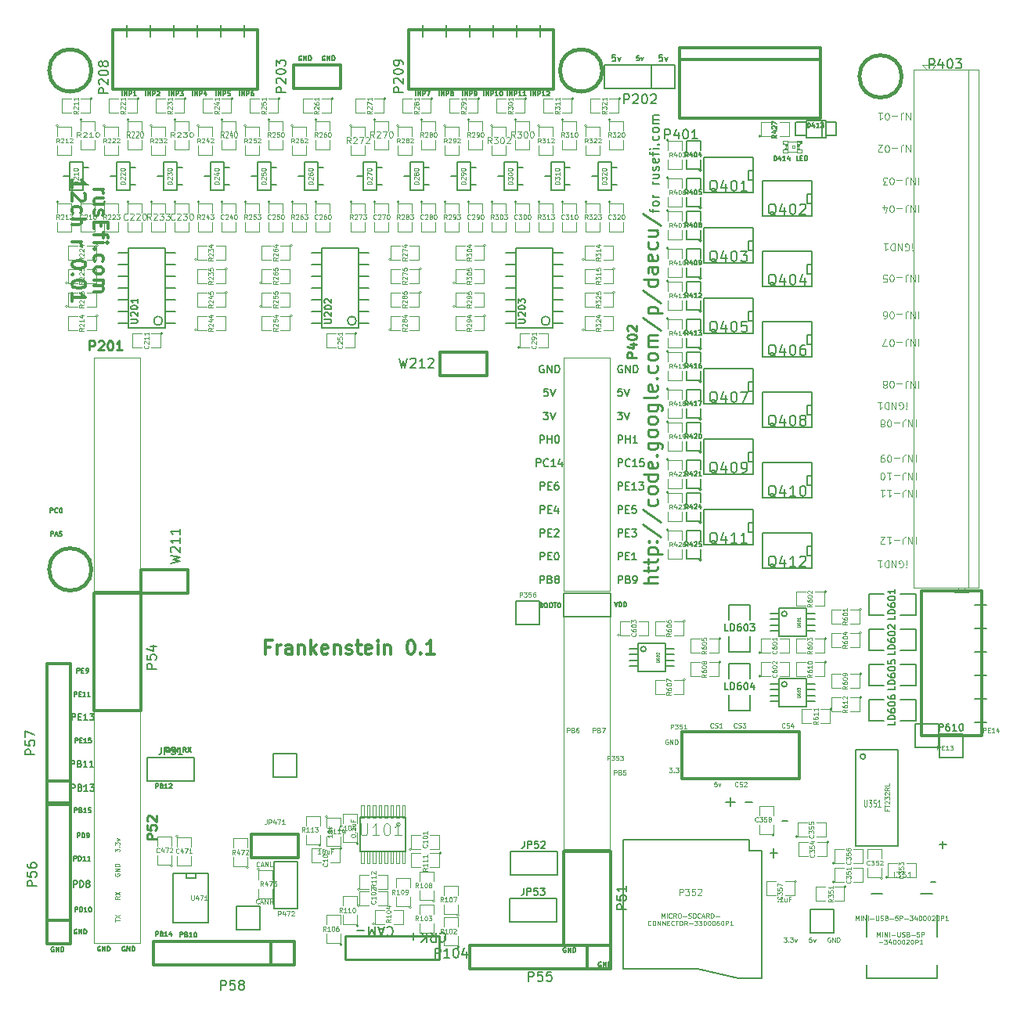
<source format=gto>
G04 (created by PCBNEW (2013-07-07 BZR 4022)-stable) date 12/02/2014 21:37:52*
%MOIN*%
G04 Gerber Fmt 3.4, Leading zero omitted, Abs format*
%FSLAX34Y34*%
G01*
G70*
G90*
G04 APERTURE LIST*
%ADD10C,0.00590551*%
%ADD11C,0.011811*%
%ADD12C,0.005*%
%ADD13C,0.00787402*%
%ADD14C,0.004925*%
%ADD15C,0.004*%
%ADD16C,0.01*%
%ADD17C,0.0045*%
%ADD18C,0.012*%
%ADD19C,0.006*%
%ADD20C,0.0039*%
%ADD21C,0.0026*%
%ADD22C,0.008*%
%ADD23C,0.0001*%
%ADD24C,0.015*%
%ADD25C,0.0059*%
%ADD26C,0.002*%
%ADD27C,0.0043*%
%ADD28C,0.0035*%
%ADD29C,0.0028*%
G04 APERTURE END LIST*
G54D10*
G54D11*
X57011Y-61804D02*
X56814Y-61804D01*
X56814Y-62114D02*
X56814Y-61523D01*
X57095Y-61523D01*
X57320Y-62114D02*
X57320Y-61720D01*
X57320Y-61832D02*
X57348Y-61776D01*
X57376Y-61748D01*
X57433Y-61720D01*
X57489Y-61720D01*
X57939Y-62114D02*
X57939Y-61804D01*
X57911Y-61748D01*
X57855Y-61720D01*
X57742Y-61720D01*
X57686Y-61748D01*
X57939Y-62085D02*
X57883Y-62114D01*
X57742Y-62114D01*
X57686Y-62085D01*
X57658Y-62029D01*
X57658Y-61973D01*
X57686Y-61917D01*
X57742Y-61889D01*
X57883Y-61889D01*
X57939Y-61860D01*
X58220Y-61720D02*
X58220Y-62114D01*
X58220Y-61776D02*
X58248Y-61748D01*
X58304Y-61720D01*
X58389Y-61720D01*
X58445Y-61748D01*
X58473Y-61804D01*
X58473Y-62114D01*
X58754Y-62114D02*
X58754Y-61523D01*
X58811Y-61889D02*
X58979Y-62114D01*
X58979Y-61720D02*
X58754Y-61945D01*
X59457Y-62085D02*
X59401Y-62114D01*
X59289Y-62114D01*
X59232Y-62085D01*
X59204Y-62029D01*
X59204Y-61804D01*
X59232Y-61748D01*
X59289Y-61720D01*
X59401Y-61720D01*
X59457Y-61748D01*
X59486Y-61804D01*
X59486Y-61860D01*
X59204Y-61917D01*
X59739Y-61720D02*
X59739Y-62114D01*
X59739Y-61776D02*
X59767Y-61748D01*
X59823Y-61720D01*
X59907Y-61720D01*
X59964Y-61748D01*
X59992Y-61804D01*
X59992Y-62114D01*
X60245Y-62085D02*
X60301Y-62114D01*
X60414Y-62114D01*
X60470Y-62085D01*
X60498Y-62029D01*
X60498Y-62001D01*
X60470Y-61945D01*
X60414Y-61917D01*
X60329Y-61917D01*
X60273Y-61889D01*
X60245Y-61832D01*
X60245Y-61804D01*
X60273Y-61748D01*
X60329Y-61720D01*
X60414Y-61720D01*
X60470Y-61748D01*
X60667Y-61720D02*
X60892Y-61720D01*
X60751Y-61523D02*
X60751Y-62029D01*
X60779Y-62085D01*
X60835Y-62114D01*
X60892Y-62114D01*
X61313Y-62085D02*
X61257Y-62114D01*
X61145Y-62114D01*
X61088Y-62085D01*
X61060Y-62029D01*
X61060Y-61804D01*
X61088Y-61748D01*
X61145Y-61720D01*
X61257Y-61720D01*
X61313Y-61748D01*
X61342Y-61804D01*
X61342Y-61860D01*
X61060Y-61917D01*
X61595Y-62114D02*
X61595Y-61720D01*
X61595Y-61523D02*
X61567Y-61551D01*
X61595Y-61579D01*
X61623Y-61551D01*
X61595Y-61523D01*
X61595Y-61579D01*
X61876Y-61720D02*
X61876Y-62114D01*
X61876Y-61776D02*
X61904Y-61748D01*
X61960Y-61720D01*
X62045Y-61720D01*
X62101Y-61748D01*
X62129Y-61804D01*
X62129Y-62114D01*
X62973Y-61523D02*
X63029Y-61523D01*
X63085Y-61551D01*
X63113Y-61579D01*
X63141Y-61635D01*
X63169Y-61748D01*
X63169Y-61889D01*
X63141Y-62001D01*
X63113Y-62057D01*
X63085Y-62085D01*
X63029Y-62114D01*
X62973Y-62114D01*
X62916Y-62085D01*
X62888Y-62057D01*
X62860Y-62001D01*
X62832Y-61889D01*
X62832Y-61748D01*
X62860Y-61635D01*
X62888Y-61579D01*
X62916Y-61551D01*
X62973Y-61523D01*
X63423Y-62057D02*
X63451Y-62085D01*
X63423Y-62114D01*
X63394Y-62085D01*
X63423Y-62057D01*
X63423Y-62114D01*
X64013Y-62114D02*
X63676Y-62114D01*
X63844Y-62114D02*
X63844Y-61523D01*
X63788Y-61607D01*
X63732Y-61664D01*
X63676Y-61692D01*
G54D12*
X52132Y-67830D02*
X52132Y-67630D01*
X52208Y-67630D01*
X52227Y-67640D01*
X52236Y-67650D01*
X52246Y-67669D01*
X52246Y-67697D01*
X52236Y-67716D01*
X52227Y-67726D01*
X52208Y-67735D01*
X52132Y-67735D01*
X52398Y-67726D02*
X52427Y-67735D01*
X52436Y-67745D01*
X52446Y-67764D01*
X52446Y-67792D01*
X52436Y-67811D01*
X52427Y-67821D01*
X52408Y-67830D01*
X52332Y-67830D01*
X52332Y-67630D01*
X52398Y-67630D01*
X52417Y-67640D01*
X52427Y-67650D01*
X52436Y-67669D01*
X52436Y-67688D01*
X52427Y-67707D01*
X52417Y-67716D01*
X52398Y-67726D01*
X52332Y-67726D01*
X52636Y-67830D02*
X52522Y-67830D01*
X52579Y-67830D02*
X52579Y-67630D01*
X52560Y-67659D01*
X52541Y-67678D01*
X52522Y-67688D01*
X52713Y-67650D02*
X52722Y-67640D01*
X52741Y-67630D01*
X52789Y-67630D01*
X52808Y-67640D01*
X52817Y-67650D01*
X52827Y-67669D01*
X52827Y-67688D01*
X52817Y-67716D01*
X52703Y-67830D01*
X52827Y-67830D01*
X53182Y-74155D02*
X53182Y-73955D01*
X53258Y-73955D01*
X53277Y-73965D01*
X53286Y-73975D01*
X53296Y-73994D01*
X53296Y-74022D01*
X53286Y-74041D01*
X53277Y-74051D01*
X53258Y-74060D01*
X53182Y-74060D01*
X53448Y-74051D02*
X53477Y-74060D01*
X53486Y-74070D01*
X53496Y-74089D01*
X53496Y-74117D01*
X53486Y-74136D01*
X53477Y-74146D01*
X53458Y-74155D01*
X53382Y-74155D01*
X53382Y-73955D01*
X53448Y-73955D01*
X53467Y-73965D01*
X53477Y-73975D01*
X53486Y-73994D01*
X53486Y-74013D01*
X53477Y-74032D01*
X53467Y-74041D01*
X53448Y-74051D01*
X53382Y-74051D01*
X53686Y-74155D02*
X53572Y-74155D01*
X53629Y-74155D02*
X53629Y-73955D01*
X53610Y-73984D01*
X53591Y-74003D01*
X53572Y-74013D01*
X53810Y-73955D02*
X53829Y-73955D01*
X53848Y-73965D01*
X53858Y-73975D01*
X53867Y-73994D01*
X53877Y-74032D01*
X53877Y-74079D01*
X53867Y-74117D01*
X53858Y-74136D01*
X53848Y-74146D01*
X53829Y-74155D01*
X53810Y-74155D01*
X53791Y-74146D01*
X53782Y-74136D01*
X53772Y-74117D01*
X53763Y-74079D01*
X53763Y-74032D01*
X53772Y-73994D01*
X53782Y-73975D01*
X53791Y-73965D01*
X53810Y-73955D01*
X52132Y-74130D02*
X52132Y-73930D01*
X52208Y-73930D01*
X52227Y-73940D01*
X52236Y-73950D01*
X52246Y-73969D01*
X52246Y-73997D01*
X52236Y-74016D01*
X52227Y-74026D01*
X52208Y-74035D01*
X52132Y-74035D01*
X52398Y-74026D02*
X52427Y-74035D01*
X52436Y-74045D01*
X52446Y-74064D01*
X52446Y-74092D01*
X52436Y-74111D01*
X52427Y-74121D01*
X52408Y-74130D01*
X52332Y-74130D01*
X52332Y-73930D01*
X52398Y-73930D01*
X52417Y-73940D01*
X52427Y-73950D01*
X52436Y-73969D01*
X52436Y-73988D01*
X52427Y-74007D01*
X52417Y-74016D01*
X52398Y-74026D01*
X52332Y-74026D01*
X52636Y-74130D02*
X52522Y-74130D01*
X52579Y-74130D02*
X52579Y-73930D01*
X52560Y-73959D01*
X52541Y-73978D01*
X52522Y-73988D01*
X52808Y-73997D02*
X52808Y-74130D01*
X52760Y-73921D02*
X52713Y-74064D01*
X52836Y-74064D01*
X48707Y-73080D02*
X48707Y-72880D01*
X48783Y-72880D01*
X48802Y-72890D01*
X48811Y-72900D01*
X48821Y-72919D01*
X48821Y-72947D01*
X48811Y-72966D01*
X48802Y-72976D01*
X48783Y-72985D01*
X48707Y-72985D01*
X48907Y-73080D02*
X48907Y-72880D01*
X48954Y-72880D01*
X48983Y-72890D01*
X49002Y-72909D01*
X49011Y-72928D01*
X49021Y-72966D01*
X49021Y-72995D01*
X49011Y-73033D01*
X49002Y-73052D01*
X48983Y-73071D01*
X48954Y-73080D01*
X48907Y-73080D01*
X49211Y-73080D02*
X49097Y-73080D01*
X49154Y-73080D02*
X49154Y-72880D01*
X49135Y-72909D01*
X49116Y-72928D01*
X49097Y-72938D01*
X49335Y-72880D02*
X49354Y-72880D01*
X49373Y-72890D01*
X49383Y-72900D01*
X49392Y-72919D01*
X49402Y-72957D01*
X49402Y-73004D01*
X49392Y-73042D01*
X49383Y-73061D01*
X49373Y-73071D01*
X49354Y-73080D01*
X49335Y-73080D01*
X49316Y-73071D01*
X49307Y-73061D01*
X49297Y-73042D01*
X49288Y-73004D01*
X49288Y-72957D01*
X49297Y-72919D01*
X49307Y-72900D01*
X49316Y-72890D01*
X49335Y-72880D01*
X48633Y-72036D02*
X48633Y-71760D01*
X48738Y-71760D01*
X48765Y-71774D01*
X48778Y-71787D01*
X48791Y-71813D01*
X48791Y-71852D01*
X48778Y-71879D01*
X48765Y-71892D01*
X48738Y-71905D01*
X48633Y-71905D01*
X48909Y-72036D02*
X48909Y-71760D01*
X48975Y-71760D01*
X49014Y-71774D01*
X49040Y-71800D01*
X49053Y-71826D01*
X49066Y-71879D01*
X49066Y-71918D01*
X49053Y-71970D01*
X49040Y-71997D01*
X49014Y-72023D01*
X48975Y-72036D01*
X48909Y-72036D01*
X49224Y-71879D02*
X49198Y-71865D01*
X49184Y-71852D01*
X49171Y-71826D01*
X49171Y-71813D01*
X49184Y-71787D01*
X49198Y-71774D01*
X49224Y-71760D01*
X49276Y-71760D01*
X49303Y-71774D01*
X49316Y-71787D01*
X49329Y-71813D01*
X49329Y-71826D01*
X49316Y-71852D01*
X49303Y-71865D01*
X49276Y-71879D01*
X49224Y-71879D01*
X49198Y-71892D01*
X49184Y-71905D01*
X49171Y-71931D01*
X49171Y-71984D01*
X49184Y-72010D01*
X49198Y-72023D01*
X49224Y-72036D01*
X49276Y-72036D01*
X49303Y-72023D01*
X49316Y-72010D01*
X49329Y-71984D01*
X49329Y-71931D01*
X49316Y-71905D01*
X49303Y-71892D01*
X49276Y-71879D01*
X48666Y-63905D02*
X48666Y-63705D01*
X48742Y-63705D01*
X48761Y-63715D01*
X48771Y-63725D01*
X48780Y-63744D01*
X48780Y-63772D01*
X48771Y-63791D01*
X48761Y-63801D01*
X48742Y-63810D01*
X48666Y-63810D01*
X48866Y-63801D02*
X48933Y-63801D01*
X48961Y-63905D02*
X48866Y-63905D01*
X48866Y-63705D01*
X48961Y-63705D01*
X49152Y-63905D02*
X49038Y-63905D01*
X49095Y-63905D02*
X49095Y-63705D01*
X49076Y-63734D01*
X49057Y-63753D01*
X49038Y-63763D01*
X49342Y-63905D02*
X49228Y-63905D01*
X49285Y-63905D02*
X49285Y-63705D01*
X49266Y-63734D01*
X49247Y-63753D01*
X49228Y-63763D01*
X48786Y-62905D02*
X48786Y-62705D01*
X48863Y-62705D01*
X48882Y-62715D01*
X48891Y-62725D01*
X48901Y-62744D01*
X48901Y-62772D01*
X48891Y-62791D01*
X48882Y-62801D01*
X48863Y-62810D01*
X48786Y-62810D01*
X48986Y-62801D02*
X49053Y-62801D01*
X49082Y-62905D02*
X48986Y-62905D01*
X48986Y-62705D01*
X49082Y-62705D01*
X49177Y-62905D02*
X49215Y-62905D01*
X49234Y-62896D01*
X49244Y-62886D01*
X49263Y-62858D01*
X49272Y-62820D01*
X49272Y-62744D01*
X49263Y-62725D01*
X49253Y-62715D01*
X49234Y-62705D01*
X49196Y-62705D01*
X49177Y-62715D01*
X49167Y-62725D01*
X49158Y-62744D01*
X49158Y-62791D01*
X49167Y-62810D01*
X49177Y-62820D01*
X49196Y-62829D01*
X49234Y-62829D01*
X49253Y-62820D01*
X49263Y-62810D01*
X49272Y-62791D01*
X68558Y-60026D02*
X68586Y-60035D01*
X68596Y-60045D01*
X68605Y-60064D01*
X68605Y-60092D01*
X68596Y-60111D01*
X68586Y-60121D01*
X68567Y-60130D01*
X68491Y-60130D01*
X68491Y-59930D01*
X68558Y-59930D01*
X68577Y-59940D01*
X68586Y-59950D01*
X68596Y-59969D01*
X68596Y-59988D01*
X68586Y-60007D01*
X68577Y-60016D01*
X68558Y-60026D01*
X68491Y-60026D01*
X68729Y-59930D02*
X68767Y-59930D01*
X68786Y-59940D01*
X68805Y-59959D01*
X68815Y-59997D01*
X68815Y-60064D01*
X68805Y-60102D01*
X68786Y-60121D01*
X68767Y-60130D01*
X68729Y-60130D01*
X68710Y-60121D01*
X68691Y-60102D01*
X68682Y-60064D01*
X68682Y-59997D01*
X68691Y-59959D01*
X68710Y-59940D01*
X68729Y-59930D01*
X68939Y-59930D02*
X68977Y-59930D01*
X68996Y-59940D01*
X69015Y-59959D01*
X69025Y-59997D01*
X69025Y-60064D01*
X69015Y-60102D01*
X68996Y-60121D01*
X68977Y-60130D01*
X68939Y-60130D01*
X68920Y-60121D01*
X68901Y-60102D01*
X68891Y-60064D01*
X68891Y-59997D01*
X68901Y-59959D01*
X68920Y-59940D01*
X68939Y-59930D01*
X69082Y-59930D02*
X69196Y-59930D01*
X69139Y-60130D02*
X69139Y-59930D01*
X69301Y-59930D02*
X69320Y-59930D01*
X69339Y-59940D01*
X69348Y-59950D01*
X69358Y-59969D01*
X69367Y-60007D01*
X69367Y-60054D01*
X69358Y-60092D01*
X69348Y-60111D01*
X69339Y-60121D01*
X69320Y-60130D01*
X69301Y-60130D01*
X69282Y-60121D01*
X69272Y-60111D01*
X69263Y-60092D01*
X69253Y-60054D01*
X69253Y-60007D01*
X69263Y-59969D01*
X69272Y-59950D01*
X69282Y-59940D01*
X69301Y-59930D01*
X71658Y-59880D02*
X71725Y-60080D01*
X71791Y-59880D01*
X71858Y-60080D02*
X71858Y-59880D01*
X71905Y-59880D01*
X71934Y-59890D01*
X71953Y-59909D01*
X71963Y-59928D01*
X71972Y-59966D01*
X71972Y-59995D01*
X71963Y-60033D01*
X71953Y-60052D01*
X71934Y-60071D01*
X71905Y-60080D01*
X71858Y-60080D01*
X72058Y-60080D02*
X72058Y-59880D01*
X72105Y-59880D01*
X72134Y-59890D01*
X72153Y-59909D01*
X72163Y-59928D01*
X72172Y-59966D01*
X72172Y-59995D01*
X72163Y-60033D01*
X72153Y-60052D01*
X72134Y-60071D01*
X72105Y-60080D01*
X72058Y-60080D01*
X71097Y-75240D02*
X71078Y-75230D01*
X71050Y-75230D01*
X71021Y-75240D01*
X71002Y-75259D01*
X70992Y-75278D01*
X70983Y-75316D01*
X70983Y-75345D01*
X70992Y-75383D01*
X71002Y-75402D01*
X71021Y-75421D01*
X71050Y-75430D01*
X71069Y-75430D01*
X71097Y-75421D01*
X71107Y-75411D01*
X71107Y-75345D01*
X71069Y-75345D01*
X71192Y-75430D02*
X71192Y-75230D01*
X71307Y-75430D01*
X71307Y-75230D01*
X71402Y-75430D02*
X71402Y-75230D01*
X71450Y-75230D01*
X71478Y-75240D01*
X71497Y-75259D01*
X71507Y-75278D01*
X71516Y-75316D01*
X71516Y-75345D01*
X71507Y-75383D01*
X71497Y-75402D01*
X71478Y-75421D01*
X71450Y-75430D01*
X71402Y-75430D01*
X69597Y-74615D02*
X69578Y-74605D01*
X69550Y-74605D01*
X69521Y-74615D01*
X69502Y-74634D01*
X69492Y-74653D01*
X69483Y-74691D01*
X69483Y-74720D01*
X69492Y-74758D01*
X69502Y-74777D01*
X69521Y-74796D01*
X69550Y-74805D01*
X69569Y-74805D01*
X69597Y-74796D01*
X69607Y-74786D01*
X69607Y-74720D01*
X69569Y-74720D01*
X69692Y-74805D02*
X69692Y-74605D01*
X69807Y-74805D01*
X69807Y-74605D01*
X69902Y-74805D02*
X69902Y-74605D01*
X69950Y-74605D01*
X69978Y-74615D01*
X69997Y-74634D01*
X70007Y-74653D01*
X70016Y-74691D01*
X70016Y-74720D01*
X70007Y-74758D01*
X69997Y-74777D01*
X69978Y-74796D01*
X69950Y-74805D01*
X69902Y-74805D01*
X50822Y-74565D02*
X50803Y-74555D01*
X50775Y-74555D01*
X50746Y-74565D01*
X50727Y-74584D01*
X50717Y-74603D01*
X50708Y-74641D01*
X50708Y-74670D01*
X50717Y-74708D01*
X50727Y-74727D01*
X50746Y-74746D01*
X50775Y-74755D01*
X50794Y-74755D01*
X50822Y-74746D01*
X50832Y-74736D01*
X50832Y-74670D01*
X50794Y-74670D01*
X50917Y-74755D02*
X50917Y-74555D01*
X51032Y-74755D01*
X51032Y-74555D01*
X51127Y-74755D02*
X51127Y-74555D01*
X51175Y-74555D01*
X51203Y-74565D01*
X51222Y-74584D01*
X51232Y-74603D01*
X51241Y-74641D01*
X51241Y-74670D01*
X51232Y-74708D01*
X51222Y-74727D01*
X51203Y-74746D01*
X51175Y-74755D01*
X51127Y-74755D01*
X49772Y-74565D02*
X49753Y-74555D01*
X49725Y-74555D01*
X49696Y-74565D01*
X49677Y-74584D01*
X49667Y-74603D01*
X49658Y-74641D01*
X49658Y-74670D01*
X49667Y-74708D01*
X49677Y-74727D01*
X49696Y-74746D01*
X49725Y-74755D01*
X49744Y-74755D01*
X49772Y-74746D01*
X49782Y-74736D01*
X49782Y-74670D01*
X49744Y-74670D01*
X49867Y-74755D02*
X49867Y-74555D01*
X49982Y-74755D01*
X49982Y-74555D01*
X50077Y-74755D02*
X50077Y-74555D01*
X50125Y-74555D01*
X50153Y-74565D01*
X50172Y-74584D01*
X50182Y-74603D01*
X50191Y-74641D01*
X50191Y-74670D01*
X50182Y-74708D01*
X50172Y-74727D01*
X50153Y-74746D01*
X50125Y-74755D01*
X50077Y-74755D01*
X47797Y-74590D02*
X47778Y-74580D01*
X47750Y-74580D01*
X47721Y-74590D01*
X47702Y-74609D01*
X47692Y-74628D01*
X47683Y-74666D01*
X47683Y-74695D01*
X47692Y-74733D01*
X47702Y-74752D01*
X47721Y-74771D01*
X47750Y-74780D01*
X47769Y-74780D01*
X47797Y-74771D01*
X47807Y-74761D01*
X47807Y-74695D01*
X47769Y-74695D01*
X47892Y-74780D02*
X47892Y-74580D01*
X48007Y-74780D01*
X48007Y-74580D01*
X48102Y-74780D02*
X48102Y-74580D01*
X48150Y-74580D01*
X48178Y-74590D01*
X48197Y-74609D01*
X48207Y-74628D01*
X48216Y-74666D01*
X48216Y-74695D01*
X48207Y-74733D01*
X48197Y-74752D01*
X48178Y-74771D01*
X48150Y-74780D01*
X48102Y-74780D01*
X48565Y-64911D02*
X48565Y-64635D01*
X48670Y-64635D01*
X48696Y-64649D01*
X48710Y-64662D01*
X48723Y-64688D01*
X48723Y-64727D01*
X48710Y-64754D01*
X48696Y-64767D01*
X48670Y-64780D01*
X48565Y-64780D01*
X48841Y-64767D02*
X48933Y-64767D01*
X48972Y-64911D02*
X48841Y-64911D01*
X48841Y-64635D01*
X48972Y-64635D01*
X49234Y-64911D02*
X49077Y-64911D01*
X49156Y-64911D02*
X49156Y-64635D01*
X49129Y-64675D01*
X49103Y-64701D01*
X49077Y-64714D01*
X49326Y-64635D02*
X49497Y-64635D01*
X49405Y-64740D01*
X49444Y-64740D01*
X49471Y-64754D01*
X49484Y-64767D01*
X49497Y-64793D01*
X49497Y-64859D01*
X49484Y-64885D01*
X49471Y-64898D01*
X49444Y-64911D01*
X49366Y-64911D01*
X49339Y-64898D01*
X49326Y-64885D01*
X48716Y-65880D02*
X48716Y-65680D01*
X48792Y-65680D01*
X48811Y-65690D01*
X48821Y-65700D01*
X48830Y-65719D01*
X48830Y-65747D01*
X48821Y-65766D01*
X48811Y-65776D01*
X48792Y-65785D01*
X48716Y-65785D01*
X48916Y-65776D02*
X48983Y-65776D01*
X49011Y-65880D02*
X48916Y-65880D01*
X48916Y-65680D01*
X49011Y-65680D01*
X49202Y-65880D02*
X49088Y-65880D01*
X49145Y-65880D02*
X49145Y-65680D01*
X49126Y-65709D01*
X49107Y-65728D01*
X49088Y-65738D01*
X49383Y-65680D02*
X49288Y-65680D01*
X49278Y-65776D01*
X49288Y-65766D01*
X49307Y-65757D01*
X49354Y-65757D01*
X49373Y-65766D01*
X49383Y-65776D01*
X49392Y-65795D01*
X49392Y-65842D01*
X49383Y-65861D01*
X49373Y-65871D01*
X49354Y-65880D01*
X49307Y-65880D01*
X49288Y-65871D01*
X49278Y-65861D01*
X48527Y-66911D02*
X48527Y-66635D01*
X48632Y-66635D01*
X48658Y-66649D01*
X48671Y-66662D01*
X48685Y-66688D01*
X48685Y-66727D01*
X48671Y-66754D01*
X48658Y-66767D01*
X48632Y-66780D01*
X48527Y-66780D01*
X48895Y-66767D02*
X48934Y-66780D01*
X48947Y-66793D01*
X48960Y-66819D01*
X48960Y-66859D01*
X48947Y-66885D01*
X48934Y-66898D01*
X48908Y-66911D01*
X48803Y-66911D01*
X48803Y-66635D01*
X48895Y-66635D01*
X48921Y-66649D01*
X48934Y-66662D01*
X48947Y-66688D01*
X48947Y-66714D01*
X48934Y-66740D01*
X48921Y-66754D01*
X48895Y-66767D01*
X48803Y-66767D01*
X49223Y-66911D02*
X49065Y-66911D01*
X49144Y-66911D02*
X49144Y-66635D01*
X49118Y-66675D01*
X49091Y-66701D01*
X49065Y-66714D01*
X49485Y-66911D02*
X49328Y-66911D01*
X49406Y-66911D02*
X49406Y-66635D01*
X49380Y-66675D01*
X49354Y-66701D01*
X49328Y-66714D01*
X48552Y-67936D02*
X48552Y-67660D01*
X48657Y-67660D01*
X48683Y-67674D01*
X48696Y-67687D01*
X48710Y-67713D01*
X48710Y-67752D01*
X48696Y-67779D01*
X48683Y-67792D01*
X48657Y-67805D01*
X48552Y-67805D01*
X48920Y-67792D02*
X48959Y-67805D01*
X48972Y-67818D01*
X48985Y-67844D01*
X48985Y-67884D01*
X48972Y-67910D01*
X48959Y-67923D01*
X48933Y-67936D01*
X48828Y-67936D01*
X48828Y-67660D01*
X48920Y-67660D01*
X48946Y-67674D01*
X48959Y-67687D01*
X48972Y-67713D01*
X48972Y-67739D01*
X48959Y-67765D01*
X48946Y-67779D01*
X48920Y-67792D01*
X48828Y-67792D01*
X49248Y-67936D02*
X49090Y-67936D01*
X49169Y-67936D02*
X49169Y-67660D01*
X49143Y-67700D01*
X49116Y-67726D01*
X49090Y-67739D01*
X49339Y-67660D02*
X49510Y-67660D01*
X49418Y-67765D01*
X49458Y-67765D01*
X49484Y-67779D01*
X49497Y-67792D01*
X49510Y-67818D01*
X49510Y-67884D01*
X49497Y-67910D01*
X49484Y-67923D01*
X49458Y-67936D01*
X49379Y-67936D01*
X49353Y-67923D01*
X49339Y-67910D01*
X48682Y-68855D02*
X48682Y-68655D01*
X48758Y-68655D01*
X48777Y-68665D01*
X48786Y-68675D01*
X48796Y-68694D01*
X48796Y-68722D01*
X48786Y-68741D01*
X48777Y-68751D01*
X48758Y-68760D01*
X48682Y-68760D01*
X48948Y-68751D02*
X48977Y-68760D01*
X48986Y-68770D01*
X48996Y-68789D01*
X48996Y-68817D01*
X48986Y-68836D01*
X48977Y-68846D01*
X48958Y-68855D01*
X48882Y-68855D01*
X48882Y-68655D01*
X48948Y-68655D01*
X48967Y-68665D01*
X48977Y-68675D01*
X48986Y-68694D01*
X48986Y-68713D01*
X48977Y-68732D01*
X48967Y-68741D01*
X48948Y-68751D01*
X48882Y-68751D01*
X49186Y-68855D02*
X49072Y-68855D01*
X49129Y-68855D02*
X49129Y-68655D01*
X49110Y-68684D01*
X49091Y-68703D01*
X49072Y-68713D01*
X49367Y-68655D02*
X49272Y-68655D01*
X49263Y-68751D01*
X49272Y-68741D01*
X49291Y-68732D01*
X49339Y-68732D01*
X49358Y-68741D01*
X49367Y-68751D01*
X49377Y-68770D01*
X49377Y-68817D01*
X49367Y-68836D01*
X49358Y-68846D01*
X49339Y-68855D01*
X49291Y-68855D01*
X49272Y-68846D01*
X49263Y-68836D01*
X48802Y-69930D02*
X48802Y-69730D01*
X48878Y-69730D01*
X48897Y-69740D01*
X48907Y-69750D01*
X48916Y-69769D01*
X48916Y-69797D01*
X48907Y-69816D01*
X48897Y-69826D01*
X48878Y-69835D01*
X48802Y-69835D01*
X49002Y-69930D02*
X49002Y-69730D01*
X49050Y-69730D01*
X49078Y-69740D01*
X49097Y-69759D01*
X49107Y-69778D01*
X49116Y-69816D01*
X49116Y-69845D01*
X49107Y-69883D01*
X49097Y-69902D01*
X49078Y-69921D01*
X49050Y-69930D01*
X49002Y-69930D01*
X49211Y-69930D02*
X49250Y-69930D01*
X49269Y-69921D01*
X49278Y-69911D01*
X49297Y-69883D01*
X49307Y-69845D01*
X49307Y-69769D01*
X49297Y-69750D01*
X49288Y-69740D01*
X49269Y-69730D01*
X49230Y-69730D01*
X49211Y-69740D01*
X49202Y-69750D01*
X49192Y-69769D01*
X49192Y-69816D01*
X49202Y-69835D01*
X49211Y-69845D01*
X49230Y-69854D01*
X49269Y-69854D01*
X49288Y-69845D01*
X49297Y-69835D01*
X49307Y-69816D01*
X48657Y-70905D02*
X48657Y-70705D01*
X48733Y-70705D01*
X48752Y-70715D01*
X48761Y-70725D01*
X48771Y-70744D01*
X48771Y-70772D01*
X48761Y-70791D01*
X48752Y-70801D01*
X48733Y-70810D01*
X48657Y-70810D01*
X48857Y-70905D02*
X48857Y-70705D01*
X48904Y-70705D01*
X48933Y-70715D01*
X48952Y-70734D01*
X48961Y-70753D01*
X48971Y-70791D01*
X48971Y-70820D01*
X48961Y-70858D01*
X48952Y-70877D01*
X48933Y-70896D01*
X48904Y-70905D01*
X48857Y-70905D01*
X49161Y-70905D02*
X49047Y-70905D01*
X49104Y-70905D02*
X49104Y-70705D01*
X49085Y-70734D01*
X49066Y-70753D01*
X49047Y-70763D01*
X49352Y-70905D02*
X49238Y-70905D01*
X49295Y-70905D02*
X49295Y-70705D01*
X49276Y-70734D01*
X49257Y-70753D01*
X49238Y-70763D01*
X52700Y-66261D02*
X52690Y-66271D01*
X52661Y-66280D01*
X52642Y-66280D01*
X52614Y-66271D01*
X52595Y-66252D01*
X52585Y-66233D01*
X52576Y-66195D01*
X52576Y-66166D01*
X52585Y-66128D01*
X52595Y-66109D01*
X52614Y-66090D01*
X52642Y-66080D01*
X52661Y-66080D01*
X52690Y-66090D01*
X52700Y-66100D01*
X52776Y-66223D02*
X52871Y-66223D01*
X52757Y-66280D02*
X52823Y-66080D01*
X52890Y-66280D01*
X52957Y-66280D02*
X52957Y-66080D01*
X53071Y-66280D01*
X53071Y-66080D01*
X53433Y-66280D02*
X53366Y-66185D01*
X53319Y-66280D02*
X53319Y-66080D01*
X53395Y-66080D01*
X53414Y-66090D01*
X53423Y-66100D01*
X53433Y-66119D01*
X53433Y-66147D01*
X53423Y-66166D01*
X53414Y-66176D01*
X53395Y-66185D01*
X53319Y-66185D01*
X53500Y-66080D02*
X53633Y-66280D01*
X53633Y-66080D02*
X53500Y-66280D01*
X48772Y-73840D02*
X48753Y-73830D01*
X48725Y-73830D01*
X48696Y-73840D01*
X48677Y-73859D01*
X48667Y-73878D01*
X48658Y-73916D01*
X48658Y-73945D01*
X48667Y-73983D01*
X48677Y-74002D01*
X48696Y-74021D01*
X48725Y-74030D01*
X48744Y-74030D01*
X48772Y-74021D01*
X48782Y-74011D01*
X48782Y-73945D01*
X48744Y-73945D01*
X48867Y-74030D02*
X48867Y-73830D01*
X48982Y-74030D01*
X48982Y-73830D01*
X49077Y-74030D02*
X49077Y-73830D01*
X49125Y-73830D01*
X49153Y-73840D01*
X49172Y-73859D01*
X49182Y-73878D01*
X49191Y-73916D01*
X49191Y-73945D01*
X49182Y-73983D01*
X49172Y-74002D01*
X49153Y-74021D01*
X49125Y-74030D01*
X49077Y-74030D01*
X61990Y-73754D02*
X62009Y-73735D01*
X62066Y-73716D01*
X62104Y-73716D01*
X62161Y-73735D01*
X62199Y-73773D01*
X62219Y-73811D01*
X62238Y-73887D01*
X62238Y-73945D01*
X62219Y-74021D01*
X62199Y-74059D01*
X62161Y-74097D01*
X62104Y-74116D01*
X62066Y-74116D01*
X62009Y-74097D01*
X61990Y-74078D01*
X61838Y-73830D02*
X61647Y-73830D01*
X61876Y-73716D02*
X61742Y-74116D01*
X61609Y-73716D01*
X61476Y-73716D02*
X61476Y-74116D01*
X61342Y-73830D01*
X61209Y-74116D01*
X61209Y-73716D01*
X61019Y-73868D02*
X60714Y-73868D01*
X64240Y-74004D02*
X64259Y-73985D01*
X64316Y-73966D01*
X64354Y-73966D01*
X64411Y-73985D01*
X64449Y-74023D01*
X64469Y-74061D01*
X64488Y-74137D01*
X64488Y-74195D01*
X64469Y-74271D01*
X64449Y-74309D01*
X64411Y-74347D01*
X64354Y-74366D01*
X64316Y-74366D01*
X64259Y-74347D01*
X64240Y-74328D01*
X63840Y-73966D02*
X63973Y-74157D01*
X64069Y-73966D02*
X64069Y-74366D01*
X63916Y-74366D01*
X63878Y-74347D01*
X63859Y-74328D01*
X63840Y-74290D01*
X63840Y-74233D01*
X63859Y-74195D01*
X63878Y-74176D01*
X63916Y-74157D01*
X64069Y-74157D01*
X63669Y-73966D02*
X63669Y-74366D01*
X63440Y-73966D02*
X63611Y-74195D01*
X63440Y-74366D02*
X63669Y-74137D01*
X63269Y-74118D02*
X62964Y-74118D01*
X63116Y-73966D02*
X63116Y-74271D01*
X68104Y-38330D02*
X68104Y-38130D01*
X68200Y-38330D02*
X68200Y-38130D01*
X68314Y-38330D01*
X68314Y-38130D01*
X68409Y-38330D02*
X68409Y-38130D01*
X68485Y-38130D01*
X68504Y-38140D01*
X68514Y-38150D01*
X68523Y-38169D01*
X68523Y-38197D01*
X68514Y-38216D01*
X68504Y-38226D01*
X68485Y-38235D01*
X68409Y-38235D01*
X68714Y-38330D02*
X68600Y-38330D01*
X68657Y-38330D02*
X68657Y-38130D01*
X68638Y-38159D01*
X68619Y-38178D01*
X68600Y-38188D01*
X68790Y-38150D02*
X68800Y-38140D01*
X68819Y-38130D01*
X68866Y-38130D01*
X68885Y-38140D01*
X68895Y-38150D01*
X68904Y-38169D01*
X68904Y-38188D01*
X68895Y-38216D01*
X68780Y-38330D01*
X68904Y-38330D01*
X67104Y-38330D02*
X67104Y-38130D01*
X67200Y-38330D02*
X67200Y-38130D01*
X67314Y-38330D01*
X67314Y-38130D01*
X67409Y-38330D02*
X67409Y-38130D01*
X67485Y-38130D01*
X67504Y-38140D01*
X67514Y-38150D01*
X67523Y-38169D01*
X67523Y-38197D01*
X67514Y-38216D01*
X67504Y-38226D01*
X67485Y-38235D01*
X67409Y-38235D01*
X67714Y-38330D02*
X67600Y-38330D01*
X67657Y-38330D02*
X67657Y-38130D01*
X67638Y-38159D01*
X67619Y-38178D01*
X67600Y-38188D01*
X67904Y-38330D02*
X67790Y-38330D01*
X67847Y-38330D02*
X67847Y-38130D01*
X67828Y-38159D01*
X67809Y-38178D01*
X67790Y-38188D01*
X66104Y-38330D02*
X66104Y-38130D01*
X66200Y-38330D02*
X66200Y-38130D01*
X66314Y-38330D01*
X66314Y-38130D01*
X66409Y-38330D02*
X66409Y-38130D01*
X66485Y-38130D01*
X66504Y-38140D01*
X66514Y-38150D01*
X66523Y-38169D01*
X66523Y-38197D01*
X66514Y-38216D01*
X66504Y-38226D01*
X66485Y-38235D01*
X66409Y-38235D01*
X66714Y-38330D02*
X66600Y-38330D01*
X66657Y-38330D02*
X66657Y-38130D01*
X66638Y-38159D01*
X66619Y-38178D01*
X66600Y-38188D01*
X66838Y-38130D02*
X66857Y-38130D01*
X66876Y-38140D01*
X66885Y-38150D01*
X66895Y-38169D01*
X66904Y-38207D01*
X66904Y-38254D01*
X66895Y-38292D01*
X66885Y-38311D01*
X66876Y-38321D01*
X66857Y-38330D01*
X66838Y-38330D01*
X66819Y-38321D01*
X66809Y-38311D01*
X66800Y-38292D01*
X66790Y-38254D01*
X66790Y-38207D01*
X66800Y-38169D01*
X66809Y-38150D01*
X66819Y-38140D01*
X66838Y-38130D01*
X65200Y-38330D02*
X65200Y-38130D01*
X65295Y-38330D02*
X65295Y-38130D01*
X65409Y-38330D01*
X65409Y-38130D01*
X65504Y-38330D02*
X65504Y-38130D01*
X65580Y-38130D01*
X65600Y-38140D01*
X65609Y-38150D01*
X65619Y-38169D01*
X65619Y-38197D01*
X65609Y-38216D01*
X65600Y-38226D01*
X65580Y-38235D01*
X65504Y-38235D01*
X65714Y-38330D02*
X65752Y-38330D01*
X65771Y-38321D01*
X65780Y-38311D01*
X65800Y-38283D01*
X65809Y-38245D01*
X65809Y-38169D01*
X65800Y-38150D01*
X65790Y-38140D01*
X65771Y-38130D01*
X65733Y-38130D01*
X65714Y-38140D01*
X65704Y-38150D01*
X65695Y-38169D01*
X65695Y-38216D01*
X65704Y-38235D01*
X65714Y-38245D01*
X65733Y-38254D01*
X65771Y-38254D01*
X65790Y-38245D01*
X65800Y-38235D01*
X65809Y-38216D01*
X64200Y-38330D02*
X64200Y-38130D01*
X64295Y-38330D02*
X64295Y-38130D01*
X64409Y-38330D01*
X64409Y-38130D01*
X64504Y-38330D02*
X64504Y-38130D01*
X64580Y-38130D01*
X64600Y-38140D01*
X64609Y-38150D01*
X64619Y-38169D01*
X64619Y-38197D01*
X64609Y-38216D01*
X64600Y-38226D01*
X64580Y-38235D01*
X64504Y-38235D01*
X64733Y-38216D02*
X64714Y-38207D01*
X64704Y-38197D01*
X64695Y-38178D01*
X64695Y-38169D01*
X64704Y-38150D01*
X64714Y-38140D01*
X64733Y-38130D01*
X64771Y-38130D01*
X64790Y-38140D01*
X64800Y-38150D01*
X64809Y-38169D01*
X64809Y-38178D01*
X64800Y-38197D01*
X64790Y-38207D01*
X64771Y-38216D01*
X64733Y-38216D01*
X64714Y-38226D01*
X64704Y-38235D01*
X64695Y-38254D01*
X64695Y-38292D01*
X64704Y-38311D01*
X64714Y-38321D01*
X64733Y-38330D01*
X64771Y-38330D01*
X64790Y-38321D01*
X64800Y-38311D01*
X64809Y-38292D01*
X64809Y-38254D01*
X64800Y-38235D01*
X64790Y-38226D01*
X64771Y-38216D01*
X63200Y-38330D02*
X63200Y-38130D01*
X63295Y-38330D02*
X63295Y-38130D01*
X63409Y-38330D01*
X63409Y-38130D01*
X63504Y-38330D02*
X63504Y-38130D01*
X63580Y-38130D01*
X63600Y-38140D01*
X63609Y-38150D01*
X63619Y-38169D01*
X63619Y-38197D01*
X63609Y-38216D01*
X63600Y-38226D01*
X63580Y-38235D01*
X63504Y-38235D01*
X63685Y-38130D02*
X63819Y-38130D01*
X63733Y-38330D01*
X54700Y-38330D02*
X54700Y-38130D01*
X54795Y-38330D02*
X54795Y-38130D01*
X54909Y-38330D01*
X54909Y-38130D01*
X55004Y-38330D02*
X55004Y-38130D01*
X55080Y-38130D01*
X55100Y-38140D01*
X55109Y-38150D01*
X55119Y-38169D01*
X55119Y-38197D01*
X55109Y-38216D01*
X55100Y-38226D01*
X55080Y-38235D01*
X55004Y-38235D01*
X55300Y-38130D02*
X55204Y-38130D01*
X55195Y-38226D01*
X55204Y-38216D01*
X55223Y-38207D01*
X55271Y-38207D01*
X55290Y-38216D01*
X55300Y-38226D01*
X55309Y-38245D01*
X55309Y-38292D01*
X55300Y-38311D01*
X55290Y-38321D01*
X55271Y-38330D01*
X55223Y-38330D01*
X55204Y-38321D01*
X55195Y-38311D01*
X53700Y-38330D02*
X53700Y-38130D01*
X53795Y-38330D02*
X53795Y-38130D01*
X53909Y-38330D01*
X53909Y-38130D01*
X54004Y-38330D02*
X54004Y-38130D01*
X54080Y-38130D01*
X54100Y-38140D01*
X54109Y-38150D01*
X54119Y-38169D01*
X54119Y-38197D01*
X54109Y-38216D01*
X54100Y-38226D01*
X54080Y-38235D01*
X54004Y-38235D01*
X54290Y-38197D02*
X54290Y-38330D01*
X54242Y-38121D02*
X54195Y-38264D01*
X54319Y-38264D01*
X52700Y-38330D02*
X52700Y-38130D01*
X52795Y-38330D02*
X52795Y-38130D01*
X52909Y-38330D01*
X52909Y-38130D01*
X53004Y-38330D02*
X53004Y-38130D01*
X53080Y-38130D01*
X53100Y-38140D01*
X53109Y-38150D01*
X53119Y-38169D01*
X53119Y-38197D01*
X53109Y-38216D01*
X53100Y-38226D01*
X53080Y-38235D01*
X53004Y-38235D01*
X53185Y-38130D02*
X53309Y-38130D01*
X53242Y-38207D01*
X53271Y-38207D01*
X53290Y-38216D01*
X53300Y-38226D01*
X53309Y-38245D01*
X53309Y-38292D01*
X53300Y-38311D01*
X53290Y-38321D01*
X53271Y-38330D01*
X53214Y-38330D01*
X53195Y-38321D01*
X53185Y-38311D01*
X50700Y-38330D02*
X50700Y-38130D01*
X50795Y-38330D02*
X50795Y-38130D01*
X50909Y-38330D01*
X50909Y-38130D01*
X51004Y-38330D02*
X51004Y-38130D01*
X51080Y-38130D01*
X51100Y-38140D01*
X51109Y-38150D01*
X51119Y-38169D01*
X51119Y-38197D01*
X51109Y-38216D01*
X51100Y-38226D01*
X51080Y-38235D01*
X51004Y-38235D01*
X51309Y-38330D02*
X51195Y-38330D01*
X51252Y-38330D02*
X51252Y-38130D01*
X51233Y-38159D01*
X51214Y-38178D01*
X51195Y-38188D01*
X51700Y-38330D02*
X51700Y-38130D01*
X51795Y-38330D02*
X51795Y-38130D01*
X51909Y-38330D01*
X51909Y-38130D01*
X52004Y-38330D02*
X52004Y-38130D01*
X52080Y-38130D01*
X52100Y-38140D01*
X52109Y-38150D01*
X52119Y-38169D01*
X52119Y-38197D01*
X52109Y-38216D01*
X52100Y-38226D01*
X52080Y-38235D01*
X52004Y-38235D01*
X52195Y-38150D02*
X52204Y-38140D01*
X52223Y-38130D01*
X52271Y-38130D01*
X52290Y-38140D01*
X52300Y-38150D01*
X52309Y-38169D01*
X52309Y-38188D01*
X52300Y-38216D01*
X52185Y-38330D01*
X52309Y-38330D01*
X55700Y-38330D02*
X55700Y-38130D01*
X55795Y-38330D02*
X55795Y-38130D01*
X55909Y-38330D01*
X55909Y-38130D01*
X56004Y-38330D02*
X56004Y-38130D01*
X56080Y-38130D01*
X56100Y-38140D01*
X56109Y-38150D01*
X56119Y-38169D01*
X56119Y-38197D01*
X56109Y-38216D01*
X56100Y-38226D01*
X56080Y-38235D01*
X56004Y-38235D01*
X56290Y-38130D02*
X56252Y-38130D01*
X56233Y-38140D01*
X56223Y-38150D01*
X56204Y-38178D01*
X56195Y-38216D01*
X56195Y-38292D01*
X56204Y-38311D01*
X56214Y-38321D01*
X56233Y-38330D01*
X56271Y-38330D01*
X56290Y-38321D01*
X56300Y-38311D01*
X56309Y-38292D01*
X56309Y-38245D01*
X56300Y-38226D01*
X56290Y-38216D01*
X56271Y-38207D01*
X56233Y-38207D01*
X56214Y-38216D01*
X56204Y-38226D01*
X56195Y-38245D01*
X71710Y-36585D02*
X71579Y-36585D01*
X71566Y-36717D01*
X71579Y-36704D01*
X71605Y-36690D01*
X71671Y-36690D01*
X71697Y-36704D01*
X71710Y-36717D01*
X71723Y-36743D01*
X71723Y-36809D01*
X71710Y-36835D01*
X71697Y-36848D01*
X71671Y-36861D01*
X71605Y-36861D01*
X71579Y-36848D01*
X71566Y-36835D01*
X71815Y-36677D02*
X71881Y-36861D01*
X71946Y-36677D01*
X72721Y-36630D02*
X72626Y-36630D01*
X72616Y-36726D01*
X72626Y-36716D01*
X72645Y-36707D01*
X72692Y-36707D01*
X72711Y-36716D01*
X72721Y-36726D01*
X72730Y-36745D01*
X72730Y-36792D01*
X72721Y-36811D01*
X72711Y-36821D01*
X72692Y-36830D01*
X72645Y-36830D01*
X72626Y-36821D01*
X72616Y-36811D01*
X72797Y-36697D02*
X72845Y-36830D01*
X72892Y-36697D01*
X73710Y-36585D02*
X73579Y-36585D01*
X73566Y-36717D01*
X73579Y-36704D01*
X73605Y-36690D01*
X73671Y-36690D01*
X73697Y-36704D01*
X73710Y-36717D01*
X73723Y-36743D01*
X73723Y-36809D01*
X73710Y-36835D01*
X73697Y-36848D01*
X73671Y-36861D01*
X73605Y-36861D01*
X73579Y-36848D01*
X73566Y-36835D01*
X73815Y-36677D02*
X73881Y-36861D01*
X73946Y-36677D01*
X47666Y-57080D02*
X47666Y-56880D01*
X47742Y-56880D01*
X47761Y-56890D01*
X47771Y-56900D01*
X47780Y-56919D01*
X47780Y-56947D01*
X47771Y-56966D01*
X47761Y-56976D01*
X47742Y-56985D01*
X47666Y-56985D01*
X47857Y-57023D02*
X47952Y-57023D01*
X47838Y-57080D02*
X47904Y-56880D01*
X47971Y-57080D01*
X48133Y-56880D02*
X48038Y-56880D01*
X48028Y-56976D01*
X48038Y-56966D01*
X48057Y-56957D01*
X48104Y-56957D01*
X48123Y-56966D01*
X48133Y-56976D01*
X48142Y-56995D01*
X48142Y-57042D01*
X48133Y-57061D01*
X48123Y-57071D01*
X48104Y-57080D01*
X48057Y-57080D01*
X48038Y-57071D01*
X48028Y-57061D01*
X47652Y-56080D02*
X47652Y-55880D01*
X47728Y-55880D01*
X47747Y-55890D01*
X47757Y-55900D01*
X47766Y-55919D01*
X47766Y-55947D01*
X47757Y-55966D01*
X47747Y-55976D01*
X47728Y-55985D01*
X47652Y-55985D01*
X47966Y-56061D02*
X47957Y-56071D01*
X47928Y-56080D01*
X47909Y-56080D01*
X47880Y-56071D01*
X47861Y-56052D01*
X47852Y-56033D01*
X47842Y-55995D01*
X47842Y-55966D01*
X47852Y-55928D01*
X47861Y-55909D01*
X47880Y-55890D01*
X47909Y-55880D01*
X47928Y-55880D01*
X47957Y-55890D01*
X47966Y-55900D01*
X48090Y-55880D02*
X48109Y-55880D01*
X48128Y-55890D01*
X48138Y-55900D01*
X48147Y-55919D01*
X48157Y-55957D01*
X48157Y-56004D01*
X48147Y-56042D01*
X48138Y-56061D01*
X48128Y-56071D01*
X48109Y-56080D01*
X48090Y-56080D01*
X48071Y-56071D01*
X48061Y-56061D01*
X48052Y-56042D01*
X48042Y-56004D01*
X48042Y-55957D01*
X48052Y-55919D01*
X48061Y-55900D01*
X48071Y-55890D01*
X48090Y-55880D01*
X59347Y-36640D02*
X59328Y-36630D01*
X59300Y-36630D01*
X59271Y-36640D01*
X59252Y-36659D01*
X59242Y-36678D01*
X59233Y-36716D01*
X59233Y-36745D01*
X59242Y-36783D01*
X59252Y-36802D01*
X59271Y-36821D01*
X59300Y-36830D01*
X59319Y-36830D01*
X59347Y-36821D01*
X59357Y-36811D01*
X59357Y-36745D01*
X59319Y-36745D01*
X59442Y-36830D02*
X59442Y-36630D01*
X59557Y-36830D01*
X59557Y-36630D01*
X59652Y-36830D02*
X59652Y-36630D01*
X59700Y-36630D01*
X59728Y-36640D01*
X59747Y-36659D01*
X59757Y-36678D01*
X59766Y-36716D01*
X59766Y-36745D01*
X59757Y-36783D01*
X59747Y-36802D01*
X59728Y-36821D01*
X59700Y-36830D01*
X59652Y-36830D01*
X58347Y-36640D02*
X58328Y-36630D01*
X58300Y-36630D01*
X58271Y-36640D01*
X58252Y-36659D01*
X58242Y-36678D01*
X58233Y-36716D01*
X58233Y-36745D01*
X58242Y-36783D01*
X58252Y-36802D01*
X58271Y-36821D01*
X58300Y-36830D01*
X58319Y-36830D01*
X58347Y-36821D01*
X58357Y-36811D01*
X58357Y-36745D01*
X58319Y-36745D01*
X58442Y-36830D02*
X58442Y-36630D01*
X58557Y-36830D01*
X58557Y-36630D01*
X58652Y-36830D02*
X58652Y-36630D01*
X58700Y-36630D01*
X58728Y-36640D01*
X58747Y-36659D01*
X58757Y-36678D01*
X58766Y-36716D01*
X58766Y-36745D01*
X58757Y-36783D01*
X58747Y-36802D01*
X58728Y-36821D01*
X58700Y-36830D01*
X58652Y-36830D01*
G54D11*
X49510Y-42320D02*
X49904Y-42320D01*
X49792Y-42320D02*
X49848Y-42348D01*
X49876Y-42376D01*
X49904Y-42433D01*
X49904Y-42489D01*
X49904Y-42939D02*
X49510Y-42939D01*
X49904Y-42686D02*
X49595Y-42686D01*
X49539Y-42714D01*
X49510Y-42770D01*
X49510Y-42854D01*
X49539Y-42911D01*
X49567Y-42939D01*
X49539Y-43192D02*
X49510Y-43248D01*
X49510Y-43361D01*
X49539Y-43417D01*
X49595Y-43445D01*
X49623Y-43445D01*
X49679Y-43417D01*
X49707Y-43361D01*
X49707Y-43276D01*
X49735Y-43220D01*
X49792Y-43192D01*
X49820Y-43192D01*
X49876Y-43220D01*
X49904Y-43276D01*
X49904Y-43361D01*
X49876Y-43417D01*
X49820Y-43698D02*
X49820Y-43895D01*
X49510Y-43979D02*
X49510Y-43698D01*
X50101Y-43698D01*
X50101Y-43979D01*
X49904Y-44148D02*
X49904Y-44373D01*
X49510Y-44232D02*
X50017Y-44232D01*
X50073Y-44260D01*
X50101Y-44317D01*
X50101Y-44373D01*
X49510Y-44570D02*
X49904Y-44570D01*
X50101Y-44570D02*
X50073Y-44542D01*
X50045Y-44570D01*
X50073Y-44598D01*
X50101Y-44570D01*
X50045Y-44570D01*
X49567Y-44851D02*
X49539Y-44879D01*
X49510Y-44851D01*
X49539Y-44823D01*
X49567Y-44851D01*
X49510Y-44851D01*
X49539Y-45385D02*
X49510Y-45329D01*
X49510Y-45217D01*
X49539Y-45160D01*
X49567Y-45132D01*
X49623Y-45104D01*
X49792Y-45104D01*
X49848Y-45132D01*
X49876Y-45160D01*
X49904Y-45217D01*
X49904Y-45329D01*
X49876Y-45385D01*
X49510Y-45723D02*
X49539Y-45667D01*
X49567Y-45638D01*
X49623Y-45610D01*
X49792Y-45610D01*
X49848Y-45638D01*
X49876Y-45667D01*
X49904Y-45723D01*
X49904Y-45807D01*
X49876Y-45863D01*
X49848Y-45892D01*
X49792Y-45920D01*
X49623Y-45920D01*
X49567Y-45892D01*
X49539Y-45863D01*
X49510Y-45807D01*
X49510Y-45723D01*
X49510Y-46173D02*
X49904Y-46173D01*
X49848Y-46173D02*
X49876Y-46201D01*
X49904Y-46257D01*
X49904Y-46341D01*
X49876Y-46398D01*
X49820Y-46426D01*
X49510Y-46426D01*
X49820Y-46426D02*
X49876Y-46454D01*
X49904Y-46510D01*
X49904Y-46595D01*
X49876Y-46651D01*
X49820Y-46679D01*
X49510Y-46679D01*
X48566Y-42250D02*
X48566Y-41912D01*
X48566Y-42081D02*
X49156Y-42081D01*
X49072Y-42025D01*
X49016Y-41969D01*
X48987Y-41912D01*
X49100Y-42475D02*
X49128Y-42503D01*
X49156Y-42559D01*
X49156Y-42700D01*
X49128Y-42756D01*
X49100Y-42784D01*
X49044Y-42812D01*
X48987Y-42812D01*
X48903Y-42784D01*
X48566Y-42447D01*
X48566Y-42812D01*
X48594Y-43318D02*
X48566Y-43262D01*
X48566Y-43150D01*
X48594Y-43093D01*
X48622Y-43065D01*
X48678Y-43037D01*
X48847Y-43037D01*
X48903Y-43065D01*
X48931Y-43093D01*
X48959Y-43150D01*
X48959Y-43262D01*
X48931Y-43318D01*
X48566Y-43571D02*
X49156Y-43571D01*
X48566Y-43825D02*
X48875Y-43825D01*
X48931Y-43796D01*
X48959Y-43740D01*
X48959Y-43656D01*
X48931Y-43600D01*
X48903Y-43571D01*
X48566Y-44556D02*
X48959Y-44556D01*
X48847Y-44556D02*
X48903Y-44584D01*
X48931Y-44612D01*
X48959Y-44668D01*
X48959Y-44724D01*
X49156Y-45484D02*
X49156Y-45540D01*
X49128Y-45596D01*
X49100Y-45624D01*
X49044Y-45652D01*
X48931Y-45681D01*
X48791Y-45681D01*
X48678Y-45652D01*
X48622Y-45624D01*
X48594Y-45596D01*
X48566Y-45540D01*
X48566Y-45484D01*
X48594Y-45428D01*
X48622Y-45399D01*
X48678Y-45371D01*
X48791Y-45343D01*
X48931Y-45343D01*
X49044Y-45371D01*
X49100Y-45399D01*
X49128Y-45428D01*
X49156Y-45484D01*
X48622Y-45934D02*
X48594Y-45962D01*
X48566Y-45934D01*
X48594Y-45906D01*
X48622Y-45934D01*
X48566Y-45934D01*
X49156Y-46327D02*
X49156Y-46384D01*
X49128Y-46440D01*
X49100Y-46468D01*
X49044Y-46496D01*
X48931Y-46524D01*
X48791Y-46524D01*
X48678Y-46496D01*
X48622Y-46468D01*
X48594Y-46440D01*
X48566Y-46384D01*
X48566Y-46327D01*
X48594Y-46271D01*
X48622Y-46243D01*
X48678Y-46215D01*
X48791Y-46187D01*
X48931Y-46187D01*
X49044Y-46215D01*
X49100Y-46243D01*
X49128Y-46271D01*
X49156Y-46327D01*
X48566Y-47087D02*
X48566Y-46749D01*
X48566Y-46918D02*
X49156Y-46918D01*
X49072Y-46862D01*
X49016Y-46805D01*
X48987Y-46749D01*
G54D13*
X76750Y-68418D02*
X76800Y-68418D01*
X76600Y-68568D02*
X76600Y-68218D01*
X76400Y-68418D02*
X76750Y-68418D01*
X77250Y-68418D02*
X77550Y-68418D01*
X78450Y-70368D02*
X78450Y-70768D01*
X78300Y-70568D02*
X78600Y-70568D01*
X78800Y-69218D02*
X79050Y-69218D01*
X85350Y-71818D02*
X85150Y-71818D01*
X85650Y-70368D02*
X85650Y-70068D01*
X85500Y-70218D02*
X85800Y-70218D01*
G54D14*
X71656Y-67247D02*
X71656Y-67050D01*
X71731Y-67050D01*
X71749Y-67060D01*
X71759Y-67069D01*
X71768Y-67088D01*
X71768Y-67116D01*
X71759Y-67135D01*
X71749Y-67144D01*
X71731Y-67154D01*
X71656Y-67154D01*
X71918Y-67144D02*
X71946Y-67154D01*
X71956Y-67163D01*
X71965Y-67182D01*
X71965Y-67210D01*
X71956Y-67229D01*
X71946Y-67238D01*
X71928Y-67247D01*
X71853Y-67247D01*
X71853Y-67050D01*
X71918Y-67050D01*
X71937Y-67060D01*
X71946Y-67069D01*
X71956Y-67088D01*
X71956Y-67107D01*
X71946Y-67125D01*
X71937Y-67135D01*
X71918Y-67144D01*
X71853Y-67144D01*
X72143Y-67050D02*
X72050Y-67050D01*
X72040Y-67144D01*
X72050Y-67135D01*
X72068Y-67125D01*
X72115Y-67125D01*
X72134Y-67135D01*
X72143Y-67144D01*
X72153Y-67163D01*
X72153Y-67210D01*
X72143Y-67229D01*
X72134Y-67238D01*
X72115Y-67247D01*
X72068Y-67247D01*
X72050Y-67238D01*
X72040Y-67229D01*
X76923Y-67729D02*
X76913Y-67738D01*
X76885Y-67747D01*
X76867Y-67747D01*
X76838Y-67738D01*
X76820Y-67719D01*
X76810Y-67700D01*
X76801Y-67663D01*
X76801Y-67635D01*
X76810Y-67597D01*
X76820Y-67578D01*
X76838Y-67560D01*
X76867Y-67550D01*
X76885Y-67550D01*
X76913Y-67560D01*
X76923Y-67569D01*
X76998Y-67738D02*
X77026Y-67747D01*
X77073Y-67747D01*
X77092Y-67738D01*
X77101Y-67729D01*
X77110Y-67710D01*
X77110Y-67691D01*
X77101Y-67672D01*
X77092Y-67663D01*
X77073Y-67654D01*
X77035Y-67644D01*
X77017Y-67635D01*
X77007Y-67625D01*
X76998Y-67607D01*
X76998Y-67588D01*
X77007Y-67569D01*
X77017Y-67560D01*
X77035Y-67550D01*
X77082Y-67550D01*
X77110Y-67560D01*
X77186Y-67569D02*
X77195Y-67560D01*
X77214Y-67550D01*
X77261Y-67550D01*
X77279Y-67560D01*
X77289Y-67569D01*
X77298Y-67588D01*
X77298Y-67607D01*
X77289Y-67635D01*
X77176Y-67747D01*
X77298Y-67747D01*
X78923Y-65229D02*
X78913Y-65238D01*
X78885Y-65247D01*
X78867Y-65247D01*
X78838Y-65238D01*
X78820Y-65219D01*
X78810Y-65200D01*
X78801Y-65163D01*
X78801Y-65135D01*
X78810Y-65097D01*
X78820Y-65078D01*
X78838Y-65060D01*
X78867Y-65050D01*
X78885Y-65050D01*
X78913Y-65060D01*
X78923Y-65069D01*
X78998Y-65238D02*
X79026Y-65247D01*
X79073Y-65247D01*
X79092Y-65238D01*
X79101Y-65229D01*
X79110Y-65210D01*
X79110Y-65191D01*
X79101Y-65172D01*
X79092Y-65163D01*
X79073Y-65154D01*
X79035Y-65144D01*
X79017Y-65135D01*
X79007Y-65125D01*
X78998Y-65107D01*
X78998Y-65088D01*
X79007Y-65069D01*
X79017Y-65060D01*
X79035Y-65050D01*
X79082Y-65050D01*
X79110Y-65060D01*
X79279Y-65116D02*
X79279Y-65247D01*
X79232Y-65041D02*
X79186Y-65182D01*
X79307Y-65182D01*
X76873Y-65229D02*
X76863Y-65238D01*
X76835Y-65247D01*
X76817Y-65247D01*
X76788Y-65238D01*
X76770Y-65219D01*
X76760Y-65200D01*
X76751Y-65163D01*
X76751Y-65135D01*
X76760Y-65097D01*
X76770Y-65078D01*
X76788Y-65060D01*
X76817Y-65050D01*
X76835Y-65050D01*
X76863Y-65060D01*
X76873Y-65069D01*
X76948Y-65238D02*
X76976Y-65247D01*
X77023Y-65247D01*
X77042Y-65238D01*
X77051Y-65229D01*
X77060Y-65210D01*
X77060Y-65191D01*
X77051Y-65172D01*
X77042Y-65163D01*
X77023Y-65154D01*
X76985Y-65144D01*
X76967Y-65135D01*
X76957Y-65125D01*
X76948Y-65107D01*
X76948Y-65088D01*
X76957Y-65069D01*
X76967Y-65060D01*
X76985Y-65050D01*
X77032Y-65050D01*
X77060Y-65060D01*
X77126Y-65050D02*
X77248Y-65050D01*
X77182Y-65125D01*
X77211Y-65125D01*
X77229Y-65135D01*
X77239Y-65144D01*
X77248Y-65163D01*
X77248Y-65210D01*
X77239Y-65229D01*
X77229Y-65238D01*
X77211Y-65247D01*
X77154Y-65247D01*
X77136Y-65238D01*
X77126Y-65229D01*
X75873Y-65229D02*
X75863Y-65238D01*
X75835Y-65247D01*
X75817Y-65247D01*
X75788Y-65238D01*
X75770Y-65219D01*
X75760Y-65200D01*
X75751Y-65163D01*
X75751Y-65135D01*
X75760Y-65097D01*
X75770Y-65078D01*
X75788Y-65060D01*
X75817Y-65050D01*
X75835Y-65050D01*
X75863Y-65060D01*
X75873Y-65069D01*
X75948Y-65238D02*
X75976Y-65247D01*
X76023Y-65247D01*
X76042Y-65238D01*
X76051Y-65229D01*
X76060Y-65210D01*
X76060Y-65191D01*
X76051Y-65172D01*
X76042Y-65163D01*
X76023Y-65154D01*
X75985Y-65144D01*
X75967Y-65135D01*
X75957Y-65125D01*
X75948Y-65107D01*
X75948Y-65088D01*
X75957Y-65069D01*
X75967Y-65060D01*
X75985Y-65050D01*
X76032Y-65050D01*
X76060Y-65060D01*
X76248Y-65247D02*
X76136Y-65247D01*
X76192Y-65247D02*
X76192Y-65050D01*
X76173Y-65078D01*
X76154Y-65097D01*
X76136Y-65107D01*
X76021Y-67550D02*
X75928Y-67550D01*
X75918Y-67644D01*
X75928Y-67635D01*
X75946Y-67625D01*
X75993Y-67625D01*
X76012Y-67635D01*
X76021Y-67644D01*
X76031Y-67663D01*
X76031Y-67710D01*
X76021Y-67729D01*
X76012Y-67738D01*
X75993Y-67747D01*
X75946Y-67747D01*
X75928Y-67738D01*
X75918Y-67729D01*
X76096Y-67616D02*
X76143Y-67747D01*
X76190Y-67616D01*
X73993Y-66950D02*
X74115Y-66950D01*
X74049Y-67025D01*
X74078Y-67025D01*
X74096Y-67035D01*
X74106Y-67044D01*
X74115Y-67063D01*
X74115Y-67110D01*
X74106Y-67129D01*
X74096Y-67138D01*
X74078Y-67147D01*
X74021Y-67147D01*
X74003Y-67138D01*
X73993Y-67129D01*
X74200Y-67129D02*
X74209Y-67138D01*
X74200Y-67147D01*
X74190Y-67138D01*
X74200Y-67129D01*
X74200Y-67147D01*
X74275Y-66950D02*
X74397Y-66950D01*
X74331Y-67025D01*
X74359Y-67025D01*
X74378Y-67035D01*
X74387Y-67044D01*
X74397Y-67063D01*
X74397Y-67110D01*
X74387Y-67129D01*
X74378Y-67138D01*
X74359Y-67147D01*
X74303Y-67147D01*
X74284Y-67138D01*
X74275Y-67129D01*
X70756Y-65447D02*
X70756Y-65250D01*
X70831Y-65250D01*
X70849Y-65260D01*
X70859Y-65269D01*
X70868Y-65288D01*
X70868Y-65316D01*
X70859Y-65335D01*
X70849Y-65344D01*
X70831Y-65354D01*
X70756Y-65354D01*
X71018Y-65344D02*
X71046Y-65354D01*
X71056Y-65363D01*
X71065Y-65382D01*
X71065Y-65410D01*
X71056Y-65429D01*
X71046Y-65438D01*
X71028Y-65447D01*
X70953Y-65447D01*
X70953Y-65250D01*
X71018Y-65250D01*
X71037Y-65260D01*
X71046Y-65269D01*
X71056Y-65288D01*
X71056Y-65307D01*
X71046Y-65325D01*
X71037Y-65335D01*
X71018Y-65344D01*
X70953Y-65344D01*
X71131Y-65250D02*
X71262Y-65250D01*
X71178Y-65447D01*
X69656Y-65447D02*
X69656Y-65250D01*
X69731Y-65250D01*
X69749Y-65260D01*
X69759Y-65269D01*
X69768Y-65288D01*
X69768Y-65316D01*
X69759Y-65335D01*
X69749Y-65344D01*
X69731Y-65354D01*
X69656Y-65354D01*
X69918Y-65344D02*
X69946Y-65354D01*
X69956Y-65363D01*
X69965Y-65382D01*
X69965Y-65410D01*
X69956Y-65429D01*
X69946Y-65438D01*
X69928Y-65447D01*
X69853Y-65447D01*
X69853Y-65250D01*
X69918Y-65250D01*
X69937Y-65260D01*
X69946Y-65269D01*
X69956Y-65288D01*
X69956Y-65307D01*
X69946Y-65325D01*
X69937Y-65335D01*
X69918Y-65344D01*
X69853Y-65344D01*
X70134Y-65250D02*
X70097Y-65250D01*
X70078Y-65260D01*
X70068Y-65269D01*
X70050Y-65297D01*
X70040Y-65335D01*
X70040Y-65410D01*
X70050Y-65429D01*
X70059Y-65438D01*
X70078Y-65447D01*
X70115Y-65447D01*
X70134Y-65438D01*
X70143Y-65429D01*
X70153Y-65410D01*
X70153Y-65363D01*
X70143Y-65344D01*
X70134Y-65335D01*
X70115Y-65325D01*
X70078Y-65325D01*
X70059Y-65335D01*
X70050Y-65344D01*
X70040Y-65363D01*
X73949Y-65760D02*
X73931Y-65750D01*
X73903Y-65750D01*
X73874Y-65760D01*
X73856Y-65778D01*
X73846Y-65797D01*
X73837Y-65835D01*
X73837Y-65863D01*
X73846Y-65900D01*
X73856Y-65919D01*
X73874Y-65938D01*
X73903Y-65947D01*
X73921Y-65947D01*
X73949Y-65938D01*
X73959Y-65929D01*
X73959Y-65863D01*
X73921Y-65863D01*
X74043Y-65947D02*
X74043Y-65750D01*
X74156Y-65947D01*
X74156Y-65750D01*
X74250Y-65947D02*
X74250Y-65750D01*
X74297Y-65750D01*
X74325Y-65760D01*
X74343Y-65778D01*
X74353Y-65797D01*
X74362Y-65835D01*
X74362Y-65863D01*
X74353Y-65900D01*
X74343Y-65919D01*
X74325Y-65938D01*
X74297Y-65947D01*
X74250Y-65947D01*
X87371Y-65447D02*
X87371Y-65250D01*
X87446Y-65250D01*
X87465Y-65260D01*
X87474Y-65269D01*
X87484Y-65288D01*
X87484Y-65316D01*
X87474Y-65335D01*
X87465Y-65344D01*
X87446Y-65354D01*
X87371Y-65354D01*
X87568Y-65344D02*
X87634Y-65344D01*
X87662Y-65447D02*
X87568Y-65447D01*
X87568Y-65250D01*
X87662Y-65250D01*
X87850Y-65447D02*
X87737Y-65447D01*
X87793Y-65447D02*
X87793Y-65250D01*
X87775Y-65278D01*
X87756Y-65297D01*
X87737Y-65307D01*
X88018Y-65316D02*
X88018Y-65447D01*
X87972Y-65241D02*
X87925Y-65382D01*
X88047Y-65382D01*
X85421Y-66197D02*
X85421Y-66000D01*
X85496Y-66000D01*
X85515Y-66010D01*
X85524Y-66019D01*
X85534Y-66038D01*
X85534Y-66066D01*
X85524Y-66085D01*
X85515Y-66094D01*
X85496Y-66104D01*
X85421Y-66104D01*
X85618Y-66094D02*
X85684Y-66094D01*
X85712Y-66197D02*
X85618Y-66197D01*
X85618Y-66000D01*
X85712Y-66000D01*
X85900Y-66197D02*
X85787Y-66197D01*
X85843Y-66197D02*
X85843Y-66000D01*
X85825Y-66028D01*
X85806Y-66047D01*
X85787Y-66057D01*
X85965Y-66000D02*
X86087Y-66000D01*
X86022Y-66075D01*
X86050Y-66075D01*
X86068Y-66085D01*
X86078Y-66094D01*
X86087Y-66113D01*
X86087Y-66160D01*
X86078Y-66179D01*
X86068Y-66188D01*
X86050Y-66197D01*
X85993Y-66197D01*
X85975Y-66188D01*
X85965Y-66179D01*
G54D15*
X78874Y-74175D02*
X78996Y-74175D01*
X78930Y-74250D01*
X78958Y-74250D01*
X78977Y-74260D01*
X78986Y-74269D01*
X78996Y-74288D01*
X78996Y-74335D01*
X78986Y-74354D01*
X78977Y-74363D01*
X78958Y-74372D01*
X78902Y-74372D01*
X78883Y-74363D01*
X78874Y-74354D01*
X79080Y-74354D02*
X79090Y-74363D01*
X79080Y-74372D01*
X79071Y-74363D01*
X79080Y-74354D01*
X79080Y-74372D01*
X79155Y-74175D02*
X79277Y-74175D01*
X79211Y-74250D01*
X79240Y-74250D01*
X79258Y-74260D01*
X79268Y-74269D01*
X79277Y-74288D01*
X79277Y-74335D01*
X79268Y-74354D01*
X79258Y-74363D01*
X79240Y-74372D01*
X79183Y-74372D01*
X79165Y-74363D01*
X79155Y-74354D01*
X79343Y-74241D02*
X79390Y-74372D01*
X79437Y-74241D01*
X80056Y-74175D02*
X79962Y-74175D01*
X79953Y-74269D01*
X79962Y-74260D01*
X79981Y-74250D01*
X80028Y-74250D01*
X80046Y-74260D01*
X80056Y-74269D01*
X80065Y-74288D01*
X80065Y-74335D01*
X80056Y-74354D01*
X80046Y-74363D01*
X80028Y-74372D01*
X79981Y-74372D01*
X79962Y-74363D01*
X79953Y-74354D01*
X80131Y-74241D02*
X80178Y-74372D01*
X80225Y-74241D01*
X80853Y-74185D02*
X80834Y-74175D01*
X80806Y-74175D01*
X80778Y-74185D01*
X80759Y-74203D01*
X80750Y-74222D01*
X80741Y-74260D01*
X80741Y-74288D01*
X80750Y-74325D01*
X80759Y-74344D01*
X80778Y-74363D01*
X80806Y-74372D01*
X80825Y-74372D01*
X80853Y-74363D01*
X80863Y-74354D01*
X80863Y-74288D01*
X80825Y-74288D01*
X80947Y-74372D02*
X80947Y-74175D01*
X81060Y-74372D01*
X81060Y-74175D01*
X81153Y-74372D02*
X81153Y-74175D01*
X81200Y-74175D01*
X81228Y-74185D01*
X81247Y-74203D01*
X81257Y-74222D01*
X81266Y-74260D01*
X81266Y-74288D01*
X81257Y-74325D01*
X81247Y-74344D01*
X81228Y-74363D01*
X81200Y-74372D01*
X81153Y-74372D01*
X82855Y-74147D02*
X82855Y-73950D01*
X82921Y-74091D01*
X82986Y-73950D01*
X82986Y-74147D01*
X83080Y-74147D02*
X83080Y-73950D01*
X83174Y-74147D02*
X83174Y-73950D01*
X83287Y-74147D01*
X83287Y-73950D01*
X83380Y-74147D02*
X83380Y-73950D01*
X83474Y-74072D02*
X83624Y-74072D01*
X83718Y-73950D02*
X83718Y-74110D01*
X83728Y-74129D01*
X83737Y-74138D01*
X83756Y-74147D01*
X83793Y-74147D01*
X83812Y-74138D01*
X83821Y-74129D01*
X83831Y-74110D01*
X83831Y-73950D01*
X83915Y-74138D02*
X83943Y-74147D01*
X83990Y-74147D01*
X84009Y-74138D01*
X84018Y-74129D01*
X84028Y-74110D01*
X84028Y-74091D01*
X84018Y-74072D01*
X84009Y-74063D01*
X83990Y-74054D01*
X83953Y-74044D01*
X83934Y-74035D01*
X83925Y-74025D01*
X83915Y-74007D01*
X83915Y-73988D01*
X83925Y-73969D01*
X83934Y-73960D01*
X83953Y-73950D01*
X84000Y-73950D01*
X84028Y-73960D01*
X84178Y-74044D02*
X84206Y-74054D01*
X84215Y-74063D01*
X84225Y-74082D01*
X84225Y-74110D01*
X84215Y-74129D01*
X84206Y-74138D01*
X84187Y-74147D01*
X84112Y-74147D01*
X84112Y-73950D01*
X84178Y-73950D01*
X84197Y-73960D01*
X84206Y-73969D01*
X84215Y-73988D01*
X84215Y-74007D01*
X84206Y-74025D01*
X84197Y-74035D01*
X84178Y-74044D01*
X84112Y-74044D01*
X84309Y-74072D02*
X84459Y-74072D01*
X84647Y-73950D02*
X84553Y-73950D01*
X84544Y-74044D01*
X84553Y-74035D01*
X84572Y-74025D01*
X84619Y-74025D01*
X84638Y-74035D01*
X84647Y-74044D01*
X84656Y-74063D01*
X84656Y-74110D01*
X84647Y-74129D01*
X84638Y-74138D01*
X84619Y-74147D01*
X84572Y-74147D01*
X84553Y-74138D01*
X84544Y-74129D01*
X84741Y-74147D02*
X84741Y-73950D01*
X84816Y-73950D01*
X84835Y-73960D01*
X84844Y-73969D01*
X84853Y-73988D01*
X84853Y-74016D01*
X84844Y-74035D01*
X84835Y-74044D01*
X84816Y-74054D01*
X84741Y-74054D01*
X82925Y-74388D02*
X83076Y-74388D01*
X83151Y-74266D02*
X83273Y-74266D01*
X83207Y-74341D01*
X83235Y-74341D01*
X83254Y-74351D01*
X83263Y-74360D01*
X83273Y-74379D01*
X83273Y-74426D01*
X83263Y-74444D01*
X83254Y-74454D01*
X83235Y-74463D01*
X83179Y-74463D01*
X83160Y-74454D01*
X83151Y-74444D01*
X83441Y-74332D02*
X83441Y-74463D01*
X83395Y-74257D02*
X83348Y-74397D01*
X83470Y-74397D01*
X83582Y-74266D02*
X83601Y-74266D01*
X83620Y-74276D01*
X83629Y-74285D01*
X83638Y-74304D01*
X83648Y-74341D01*
X83648Y-74388D01*
X83638Y-74426D01*
X83629Y-74444D01*
X83620Y-74454D01*
X83601Y-74463D01*
X83582Y-74463D01*
X83563Y-74454D01*
X83554Y-74444D01*
X83545Y-74426D01*
X83535Y-74388D01*
X83535Y-74341D01*
X83545Y-74304D01*
X83554Y-74285D01*
X83563Y-74276D01*
X83582Y-74266D01*
X83770Y-74266D02*
X83789Y-74266D01*
X83807Y-74276D01*
X83817Y-74285D01*
X83826Y-74304D01*
X83835Y-74341D01*
X83835Y-74388D01*
X83826Y-74426D01*
X83817Y-74444D01*
X83807Y-74454D01*
X83789Y-74463D01*
X83770Y-74463D01*
X83751Y-74454D01*
X83742Y-74444D01*
X83732Y-74426D01*
X83723Y-74388D01*
X83723Y-74341D01*
X83732Y-74304D01*
X83742Y-74285D01*
X83751Y-74276D01*
X83770Y-74266D01*
X83957Y-74266D02*
X83976Y-74266D01*
X83995Y-74276D01*
X84004Y-74285D01*
X84014Y-74304D01*
X84023Y-74341D01*
X84023Y-74388D01*
X84014Y-74426D01*
X84004Y-74444D01*
X83995Y-74454D01*
X83976Y-74463D01*
X83957Y-74463D01*
X83939Y-74454D01*
X83929Y-74444D01*
X83920Y-74426D01*
X83910Y-74388D01*
X83910Y-74341D01*
X83920Y-74304D01*
X83929Y-74285D01*
X83939Y-74276D01*
X83957Y-74266D01*
X84098Y-74285D02*
X84107Y-74276D01*
X84126Y-74266D01*
X84173Y-74266D01*
X84192Y-74276D01*
X84201Y-74285D01*
X84211Y-74304D01*
X84211Y-74322D01*
X84201Y-74351D01*
X84089Y-74463D01*
X84211Y-74463D01*
X84333Y-74266D02*
X84351Y-74266D01*
X84370Y-74276D01*
X84380Y-74285D01*
X84389Y-74304D01*
X84398Y-74341D01*
X84398Y-74388D01*
X84389Y-74426D01*
X84380Y-74444D01*
X84370Y-74454D01*
X84351Y-74463D01*
X84333Y-74463D01*
X84314Y-74454D01*
X84304Y-74444D01*
X84295Y-74426D01*
X84286Y-74388D01*
X84286Y-74341D01*
X84295Y-74304D01*
X84304Y-74285D01*
X84314Y-74276D01*
X84333Y-74266D01*
X84483Y-74463D02*
X84483Y-74266D01*
X84558Y-74266D01*
X84577Y-74276D01*
X84586Y-74285D01*
X84595Y-74304D01*
X84595Y-74332D01*
X84586Y-74351D01*
X84577Y-74360D01*
X84558Y-74369D01*
X84483Y-74369D01*
X84783Y-74463D02*
X84670Y-74463D01*
X84727Y-74463D02*
X84727Y-74266D01*
X84708Y-74294D01*
X84689Y-74313D01*
X84670Y-74322D01*
X73671Y-73347D02*
X73671Y-73150D01*
X73736Y-73291D01*
X73802Y-73150D01*
X73802Y-73347D01*
X73896Y-73347D02*
X73896Y-73150D01*
X74102Y-73329D02*
X74093Y-73338D01*
X74065Y-73347D01*
X74046Y-73347D01*
X74018Y-73338D01*
X73999Y-73319D01*
X73990Y-73300D01*
X73980Y-73263D01*
X73980Y-73235D01*
X73990Y-73197D01*
X73999Y-73178D01*
X74018Y-73160D01*
X74046Y-73150D01*
X74065Y-73150D01*
X74093Y-73160D01*
X74102Y-73169D01*
X74299Y-73347D02*
X74233Y-73254D01*
X74187Y-73347D02*
X74187Y-73150D01*
X74262Y-73150D01*
X74280Y-73160D01*
X74290Y-73169D01*
X74299Y-73188D01*
X74299Y-73216D01*
X74290Y-73235D01*
X74280Y-73244D01*
X74262Y-73254D01*
X74187Y-73254D01*
X74421Y-73150D02*
X74459Y-73150D01*
X74477Y-73160D01*
X74496Y-73178D01*
X74506Y-73216D01*
X74506Y-73282D01*
X74496Y-73319D01*
X74477Y-73338D01*
X74459Y-73347D01*
X74421Y-73347D01*
X74402Y-73338D01*
X74384Y-73319D01*
X74374Y-73282D01*
X74374Y-73216D01*
X74384Y-73178D01*
X74402Y-73160D01*
X74421Y-73150D01*
X74590Y-73272D02*
X74740Y-73272D01*
X74824Y-73338D02*
X74853Y-73347D01*
X74900Y-73347D01*
X74918Y-73338D01*
X74928Y-73329D01*
X74937Y-73310D01*
X74937Y-73291D01*
X74928Y-73272D01*
X74918Y-73263D01*
X74900Y-73254D01*
X74862Y-73244D01*
X74843Y-73235D01*
X74834Y-73225D01*
X74824Y-73207D01*
X74824Y-73188D01*
X74834Y-73169D01*
X74843Y-73160D01*
X74862Y-73150D01*
X74909Y-73150D01*
X74937Y-73160D01*
X75021Y-73347D02*
X75021Y-73150D01*
X75068Y-73150D01*
X75097Y-73160D01*
X75115Y-73178D01*
X75125Y-73197D01*
X75134Y-73235D01*
X75134Y-73263D01*
X75125Y-73300D01*
X75115Y-73319D01*
X75097Y-73338D01*
X75068Y-73347D01*
X75021Y-73347D01*
X75331Y-73329D02*
X75322Y-73338D01*
X75294Y-73347D01*
X75275Y-73347D01*
X75247Y-73338D01*
X75228Y-73319D01*
X75218Y-73300D01*
X75209Y-73263D01*
X75209Y-73235D01*
X75218Y-73197D01*
X75228Y-73178D01*
X75247Y-73160D01*
X75275Y-73150D01*
X75294Y-73150D01*
X75322Y-73160D01*
X75331Y-73169D01*
X75406Y-73291D02*
X75500Y-73291D01*
X75387Y-73347D02*
X75453Y-73150D01*
X75519Y-73347D01*
X75697Y-73347D02*
X75631Y-73254D01*
X75584Y-73347D02*
X75584Y-73150D01*
X75659Y-73150D01*
X75678Y-73160D01*
X75688Y-73169D01*
X75697Y-73188D01*
X75697Y-73216D01*
X75688Y-73235D01*
X75678Y-73244D01*
X75659Y-73254D01*
X75584Y-73254D01*
X75781Y-73347D02*
X75781Y-73150D01*
X75828Y-73150D01*
X75856Y-73160D01*
X75875Y-73178D01*
X75885Y-73197D01*
X75894Y-73235D01*
X75894Y-73263D01*
X75885Y-73300D01*
X75875Y-73319D01*
X75856Y-73338D01*
X75828Y-73347D01*
X75781Y-73347D01*
X75978Y-73272D02*
X76128Y-73272D01*
X73216Y-73644D02*
X73206Y-73654D01*
X73178Y-73663D01*
X73159Y-73663D01*
X73131Y-73654D01*
X73112Y-73635D01*
X73103Y-73616D01*
X73094Y-73579D01*
X73094Y-73551D01*
X73103Y-73513D01*
X73112Y-73494D01*
X73131Y-73476D01*
X73159Y-73466D01*
X73178Y-73466D01*
X73206Y-73476D01*
X73216Y-73485D01*
X73338Y-73466D02*
X73375Y-73466D01*
X73394Y-73476D01*
X73413Y-73494D01*
X73422Y-73532D01*
X73422Y-73597D01*
X73413Y-73635D01*
X73394Y-73654D01*
X73375Y-73663D01*
X73338Y-73663D01*
X73319Y-73654D01*
X73300Y-73635D01*
X73291Y-73597D01*
X73291Y-73532D01*
X73300Y-73494D01*
X73319Y-73476D01*
X73338Y-73466D01*
X73506Y-73663D02*
X73506Y-73466D01*
X73619Y-73663D01*
X73619Y-73466D01*
X73713Y-73663D02*
X73713Y-73466D01*
X73825Y-73663D01*
X73825Y-73466D01*
X73919Y-73560D02*
X73985Y-73560D01*
X74013Y-73663D02*
X73919Y-73663D01*
X73919Y-73466D01*
X74013Y-73466D01*
X74210Y-73644D02*
X74201Y-73654D01*
X74172Y-73663D01*
X74154Y-73663D01*
X74126Y-73654D01*
X74107Y-73635D01*
X74097Y-73616D01*
X74088Y-73579D01*
X74088Y-73551D01*
X74097Y-73513D01*
X74107Y-73494D01*
X74126Y-73476D01*
X74154Y-73466D01*
X74172Y-73466D01*
X74201Y-73476D01*
X74210Y-73485D01*
X74266Y-73466D02*
X74379Y-73466D01*
X74323Y-73663D02*
X74323Y-73466D01*
X74482Y-73466D02*
X74520Y-73466D01*
X74538Y-73476D01*
X74557Y-73494D01*
X74566Y-73532D01*
X74566Y-73597D01*
X74557Y-73635D01*
X74538Y-73654D01*
X74520Y-73663D01*
X74482Y-73663D01*
X74463Y-73654D01*
X74445Y-73635D01*
X74435Y-73597D01*
X74435Y-73532D01*
X74445Y-73494D01*
X74463Y-73476D01*
X74482Y-73466D01*
X74763Y-73663D02*
X74698Y-73569D01*
X74651Y-73663D02*
X74651Y-73466D01*
X74726Y-73466D01*
X74745Y-73476D01*
X74754Y-73485D01*
X74763Y-73504D01*
X74763Y-73532D01*
X74754Y-73551D01*
X74745Y-73560D01*
X74726Y-73569D01*
X74651Y-73569D01*
X74848Y-73588D02*
X74998Y-73588D01*
X75073Y-73466D02*
X75195Y-73466D01*
X75129Y-73541D01*
X75157Y-73541D01*
X75176Y-73551D01*
X75186Y-73560D01*
X75195Y-73579D01*
X75195Y-73626D01*
X75186Y-73644D01*
X75176Y-73654D01*
X75157Y-73663D01*
X75101Y-73663D01*
X75082Y-73654D01*
X75073Y-73644D01*
X75261Y-73466D02*
X75383Y-73466D01*
X75317Y-73541D01*
X75345Y-73541D01*
X75364Y-73551D01*
X75373Y-73560D01*
X75383Y-73579D01*
X75383Y-73626D01*
X75373Y-73644D01*
X75364Y-73654D01*
X75345Y-73663D01*
X75289Y-73663D01*
X75270Y-73654D01*
X75261Y-73644D01*
X75505Y-73466D02*
X75523Y-73466D01*
X75542Y-73476D01*
X75551Y-73485D01*
X75561Y-73504D01*
X75570Y-73541D01*
X75570Y-73588D01*
X75561Y-73626D01*
X75551Y-73644D01*
X75542Y-73654D01*
X75523Y-73663D01*
X75505Y-73663D01*
X75486Y-73654D01*
X75476Y-73644D01*
X75467Y-73626D01*
X75458Y-73588D01*
X75458Y-73541D01*
X75467Y-73504D01*
X75476Y-73485D01*
X75486Y-73476D01*
X75505Y-73466D01*
X75692Y-73466D02*
X75711Y-73466D01*
X75730Y-73476D01*
X75739Y-73485D01*
X75748Y-73504D01*
X75758Y-73541D01*
X75758Y-73588D01*
X75748Y-73626D01*
X75739Y-73644D01*
X75730Y-73654D01*
X75711Y-73663D01*
X75692Y-73663D01*
X75673Y-73654D01*
X75664Y-73644D01*
X75655Y-73626D01*
X75645Y-73588D01*
X75645Y-73541D01*
X75655Y-73504D01*
X75664Y-73485D01*
X75673Y-73476D01*
X75692Y-73466D01*
X75880Y-73466D02*
X75899Y-73466D01*
X75917Y-73476D01*
X75927Y-73485D01*
X75936Y-73504D01*
X75945Y-73541D01*
X75945Y-73588D01*
X75936Y-73626D01*
X75927Y-73644D01*
X75917Y-73654D01*
X75899Y-73663D01*
X75880Y-73663D01*
X75861Y-73654D01*
X75852Y-73644D01*
X75842Y-73626D01*
X75833Y-73588D01*
X75833Y-73541D01*
X75842Y-73504D01*
X75852Y-73485D01*
X75861Y-73476D01*
X75880Y-73466D01*
X76114Y-73466D02*
X76077Y-73466D01*
X76058Y-73476D01*
X76049Y-73485D01*
X76030Y-73513D01*
X76021Y-73551D01*
X76021Y-73626D01*
X76030Y-73644D01*
X76039Y-73654D01*
X76058Y-73663D01*
X76096Y-73663D01*
X76114Y-73654D01*
X76124Y-73644D01*
X76133Y-73626D01*
X76133Y-73579D01*
X76124Y-73560D01*
X76114Y-73551D01*
X76096Y-73541D01*
X76058Y-73541D01*
X76039Y-73551D01*
X76030Y-73560D01*
X76021Y-73579D01*
X76255Y-73466D02*
X76274Y-73466D01*
X76293Y-73476D01*
X76302Y-73485D01*
X76311Y-73504D01*
X76321Y-73541D01*
X76321Y-73588D01*
X76311Y-73626D01*
X76302Y-73644D01*
X76293Y-73654D01*
X76274Y-73663D01*
X76255Y-73663D01*
X76236Y-73654D01*
X76227Y-73644D01*
X76218Y-73626D01*
X76208Y-73588D01*
X76208Y-73541D01*
X76218Y-73504D01*
X76227Y-73485D01*
X76236Y-73476D01*
X76255Y-73466D01*
X76405Y-73663D02*
X76405Y-73466D01*
X76480Y-73466D01*
X76499Y-73476D01*
X76508Y-73485D01*
X76518Y-73504D01*
X76518Y-73532D01*
X76508Y-73551D01*
X76499Y-73560D01*
X76480Y-73569D01*
X76405Y-73569D01*
X76705Y-73663D02*
X76593Y-73663D01*
X76649Y-73663D02*
X76649Y-73466D01*
X76630Y-73494D01*
X76612Y-73513D01*
X76593Y-73522D01*
G54D12*
X73295Y-43295D02*
X73295Y-43142D01*
X73561Y-43238D02*
X73219Y-43238D01*
X73180Y-43219D01*
X73161Y-43180D01*
X73161Y-43142D01*
X73561Y-42952D02*
X73542Y-42990D01*
X73523Y-43009D01*
X73485Y-43028D01*
X73371Y-43028D01*
X73333Y-43009D01*
X73314Y-42990D01*
X73295Y-42952D01*
X73295Y-42895D01*
X73314Y-42857D01*
X73333Y-42838D01*
X73371Y-42819D01*
X73485Y-42819D01*
X73523Y-42838D01*
X73542Y-42857D01*
X73561Y-42895D01*
X73561Y-42952D01*
X73561Y-42647D02*
X73295Y-42647D01*
X73371Y-42647D02*
X73333Y-42628D01*
X73314Y-42609D01*
X73295Y-42571D01*
X73295Y-42533D01*
X73561Y-42095D02*
X73295Y-42095D01*
X73371Y-42095D02*
X73333Y-42076D01*
X73314Y-42057D01*
X73295Y-42019D01*
X73295Y-41980D01*
X73295Y-41676D02*
X73561Y-41676D01*
X73295Y-41847D02*
X73504Y-41847D01*
X73542Y-41828D01*
X73561Y-41790D01*
X73561Y-41733D01*
X73542Y-41695D01*
X73523Y-41676D01*
X73542Y-41504D02*
X73561Y-41466D01*
X73561Y-41390D01*
X73542Y-41352D01*
X73504Y-41333D01*
X73485Y-41333D01*
X73447Y-41352D01*
X73428Y-41390D01*
X73428Y-41447D01*
X73409Y-41485D01*
X73371Y-41504D01*
X73352Y-41504D01*
X73314Y-41485D01*
X73295Y-41447D01*
X73295Y-41390D01*
X73314Y-41352D01*
X73542Y-41009D02*
X73561Y-41047D01*
X73561Y-41123D01*
X73542Y-41161D01*
X73504Y-41180D01*
X73352Y-41180D01*
X73314Y-41161D01*
X73295Y-41123D01*
X73295Y-41047D01*
X73314Y-41009D01*
X73352Y-40990D01*
X73390Y-40990D01*
X73428Y-41180D01*
X73295Y-40876D02*
X73295Y-40723D01*
X73561Y-40819D02*
X73219Y-40819D01*
X73180Y-40800D01*
X73161Y-40761D01*
X73161Y-40723D01*
X73561Y-40590D02*
X73295Y-40590D01*
X73161Y-40590D02*
X73180Y-40609D01*
X73200Y-40590D01*
X73180Y-40571D01*
X73161Y-40590D01*
X73200Y-40590D01*
X73523Y-40400D02*
X73542Y-40380D01*
X73561Y-40400D01*
X73542Y-40419D01*
X73523Y-40400D01*
X73561Y-40400D01*
X73542Y-40038D02*
X73561Y-40076D01*
X73561Y-40152D01*
X73542Y-40190D01*
X73523Y-40209D01*
X73485Y-40228D01*
X73371Y-40228D01*
X73333Y-40209D01*
X73314Y-40190D01*
X73295Y-40152D01*
X73295Y-40076D01*
X73314Y-40038D01*
X73561Y-39809D02*
X73542Y-39847D01*
X73523Y-39866D01*
X73485Y-39885D01*
X73371Y-39885D01*
X73333Y-39866D01*
X73314Y-39847D01*
X73295Y-39809D01*
X73295Y-39752D01*
X73314Y-39714D01*
X73333Y-39695D01*
X73371Y-39676D01*
X73485Y-39676D01*
X73523Y-39695D01*
X73542Y-39714D01*
X73561Y-39752D01*
X73561Y-39809D01*
X73561Y-39504D02*
X73295Y-39504D01*
X73333Y-39504D02*
X73314Y-39485D01*
X73295Y-39447D01*
X73295Y-39390D01*
X73314Y-39352D01*
X73352Y-39333D01*
X73561Y-39333D01*
X73352Y-39333D02*
X73314Y-39314D01*
X73295Y-39276D01*
X73295Y-39219D01*
X73314Y-39180D01*
X73352Y-39161D01*
X73561Y-39161D01*
G54D16*
X73492Y-59078D02*
X72892Y-59078D01*
X73492Y-58821D02*
X73178Y-58821D01*
X73121Y-58849D01*
X73092Y-58907D01*
X73092Y-58992D01*
X73121Y-59049D01*
X73150Y-59078D01*
X73092Y-58621D02*
X73092Y-58392D01*
X72892Y-58535D02*
X73407Y-58535D01*
X73464Y-58507D01*
X73492Y-58449D01*
X73492Y-58392D01*
X73092Y-58278D02*
X73092Y-58049D01*
X72892Y-58192D02*
X73407Y-58192D01*
X73464Y-58164D01*
X73492Y-58107D01*
X73492Y-58049D01*
X73092Y-57849D02*
X73692Y-57849D01*
X73121Y-57849D02*
X73092Y-57792D01*
X73092Y-57678D01*
X73121Y-57621D01*
X73150Y-57592D01*
X73207Y-57564D01*
X73378Y-57564D01*
X73435Y-57592D01*
X73464Y-57621D01*
X73492Y-57678D01*
X73492Y-57792D01*
X73464Y-57849D01*
X73435Y-57307D02*
X73464Y-57278D01*
X73492Y-57307D01*
X73464Y-57335D01*
X73435Y-57307D01*
X73492Y-57307D01*
X73121Y-57307D02*
X73150Y-57278D01*
X73178Y-57307D01*
X73150Y-57335D01*
X73121Y-57307D01*
X73178Y-57307D01*
X72864Y-56592D02*
X73635Y-57107D01*
X72864Y-55964D02*
X73635Y-56478D01*
X73464Y-55507D02*
X73492Y-55564D01*
X73492Y-55678D01*
X73464Y-55735D01*
X73435Y-55764D01*
X73378Y-55792D01*
X73207Y-55792D01*
X73150Y-55764D01*
X73121Y-55735D01*
X73092Y-55678D01*
X73092Y-55564D01*
X73121Y-55507D01*
X73492Y-55164D02*
X73464Y-55221D01*
X73435Y-55250D01*
X73378Y-55278D01*
X73207Y-55278D01*
X73150Y-55250D01*
X73121Y-55221D01*
X73092Y-55164D01*
X73092Y-55078D01*
X73121Y-55021D01*
X73150Y-54992D01*
X73207Y-54964D01*
X73378Y-54964D01*
X73435Y-54992D01*
X73464Y-55021D01*
X73492Y-55078D01*
X73492Y-55164D01*
X73492Y-54450D02*
X72892Y-54450D01*
X73464Y-54450D02*
X73492Y-54507D01*
X73492Y-54621D01*
X73464Y-54678D01*
X73435Y-54707D01*
X73378Y-54735D01*
X73207Y-54735D01*
X73150Y-54707D01*
X73121Y-54678D01*
X73092Y-54621D01*
X73092Y-54507D01*
X73121Y-54450D01*
X73464Y-53935D02*
X73492Y-53992D01*
X73492Y-54107D01*
X73464Y-54164D01*
X73407Y-54192D01*
X73178Y-54192D01*
X73121Y-54164D01*
X73092Y-54107D01*
X73092Y-53992D01*
X73121Y-53935D01*
X73178Y-53907D01*
X73235Y-53907D01*
X73292Y-54192D01*
X73435Y-53650D02*
X73464Y-53621D01*
X73492Y-53650D01*
X73464Y-53678D01*
X73435Y-53650D01*
X73492Y-53650D01*
X73092Y-53107D02*
X73578Y-53107D01*
X73635Y-53135D01*
X73664Y-53164D01*
X73692Y-53221D01*
X73692Y-53307D01*
X73664Y-53364D01*
X73464Y-53107D02*
X73492Y-53164D01*
X73492Y-53278D01*
X73464Y-53335D01*
X73435Y-53364D01*
X73378Y-53392D01*
X73207Y-53392D01*
X73150Y-53364D01*
X73121Y-53335D01*
X73092Y-53278D01*
X73092Y-53164D01*
X73121Y-53107D01*
X73492Y-52735D02*
X73464Y-52792D01*
X73435Y-52821D01*
X73378Y-52850D01*
X73207Y-52850D01*
X73150Y-52821D01*
X73121Y-52792D01*
X73092Y-52735D01*
X73092Y-52650D01*
X73121Y-52592D01*
X73150Y-52564D01*
X73207Y-52535D01*
X73378Y-52535D01*
X73435Y-52564D01*
X73464Y-52592D01*
X73492Y-52650D01*
X73492Y-52735D01*
X73492Y-52192D02*
X73464Y-52250D01*
X73435Y-52278D01*
X73378Y-52307D01*
X73207Y-52307D01*
X73150Y-52278D01*
X73121Y-52250D01*
X73092Y-52192D01*
X73092Y-52107D01*
X73121Y-52050D01*
X73150Y-52021D01*
X73207Y-51992D01*
X73378Y-51992D01*
X73435Y-52021D01*
X73464Y-52050D01*
X73492Y-52107D01*
X73492Y-52192D01*
X73092Y-51478D02*
X73578Y-51478D01*
X73635Y-51507D01*
X73664Y-51535D01*
X73692Y-51592D01*
X73692Y-51678D01*
X73664Y-51735D01*
X73464Y-51478D02*
X73492Y-51535D01*
X73492Y-51650D01*
X73464Y-51707D01*
X73435Y-51735D01*
X73378Y-51764D01*
X73207Y-51764D01*
X73150Y-51735D01*
X73121Y-51707D01*
X73092Y-51650D01*
X73092Y-51535D01*
X73121Y-51478D01*
X73492Y-51107D02*
X73464Y-51164D01*
X73407Y-51192D01*
X72892Y-51192D01*
X73464Y-50650D02*
X73492Y-50707D01*
X73492Y-50821D01*
X73464Y-50878D01*
X73407Y-50907D01*
X73178Y-50907D01*
X73121Y-50878D01*
X73092Y-50821D01*
X73092Y-50707D01*
X73121Y-50650D01*
X73178Y-50621D01*
X73235Y-50621D01*
X73292Y-50907D01*
X73435Y-50364D02*
X73464Y-50335D01*
X73492Y-50364D01*
X73464Y-50392D01*
X73435Y-50364D01*
X73492Y-50364D01*
X73464Y-49821D02*
X73492Y-49878D01*
X73492Y-49992D01*
X73464Y-50050D01*
X73435Y-50078D01*
X73378Y-50107D01*
X73207Y-50107D01*
X73150Y-50078D01*
X73121Y-50050D01*
X73092Y-49992D01*
X73092Y-49878D01*
X73121Y-49821D01*
X73492Y-49478D02*
X73464Y-49535D01*
X73435Y-49564D01*
X73378Y-49592D01*
X73207Y-49592D01*
X73150Y-49564D01*
X73121Y-49535D01*
X73092Y-49478D01*
X73092Y-49392D01*
X73121Y-49335D01*
X73150Y-49307D01*
X73207Y-49278D01*
X73378Y-49278D01*
X73435Y-49307D01*
X73464Y-49335D01*
X73492Y-49392D01*
X73492Y-49478D01*
X73492Y-49021D02*
X73092Y-49021D01*
X73150Y-49021D02*
X73121Y-48992D01*
X73092Y-48935D01*
X73092Y-48850D01*
X73121Y-48792D01*
X73178Y-48764D01*
X73492Y-48764D01*
X73178Y-48764D02*
X73121Y-48735D01*
X73092Y-48678D01*
X73092Y-48592D01*
X73121Y-48535D01*
X73178Y-48507D01*
X73492Y-48507D01*
X72864Y-47792D02*
X73635Y-48307D01*
X73092Y-47592D02*
X73692Y-47592D01*
X73121Y-47592D02*
X73092Y-47535D01*
X73092Y-47421D01*
X73121Y-47364D01*
X73150Y-47335D01*
X73207Y-47307D01*
X73378Y-47307D01*
X73435Y-47335D01*
X73464Y-47364D01*
X73492Y-47421D01*
X73492Y-47535D01*
X73464Y-47592D01*
X72864Y-46621D02*
X73635Y-47135D01*
X73492Y-46164D02*
X72892Y-46164D01*
X73464Y-46164D02*
X73492Y-46221D01*
X73492Y-46335D01*
X73464Y-46392D01*
X73435Y-46421D01*
X73378Y-46450D01*
X73207Y-46450D01*
X73150Y-46421D01*
X73121Y-46392D01*
X73092Y-46335D01*
X73092Y-46221D01*
X73121Y-46164D01*
X73492Y-45621D02*
X73178Y-45621D01*
X73121Y-45650D01*
X73092Y-45707D01*
X73092Y-45821D01*
X73121Y-45878D01*
X73464Y-45621D02*
X73492Y-45678D01*
X73492Y-45821D01*
X73464Y-45878D01*
X73407Y-45907D01*
X73350Y-45907D01*
X73292Y-45878D01*
X73264Y-45821D01*
X73264Y-45678D01*
X73235Y-45621D01*
X73464Y-45107D02*
X73492Y-45164D01*
X73492Y-45278D01*
X73464Y-45335D01*
X73407Y-45364D01*
X73178Y-45364D01*
X73121Y-45335D01*
X73092Y-45278D01*
X73092Y-45164D01*
X73121Y-45107D01*
X73178Y-45078D01*
X73235Y-45078D01*
X73292Y-45364D01*
X73464Y-44564D02*
X73492Y-44621D01*
X73492Y-44735D01*
X73464Y-44792D01*
X73435Y-44821D01*
X73378Y-44850D01*
X73207Y-44850D01*
X73150Y-44821D01*
X73121Y-44792D01*
X73092Y-44735D01*
X73092Y-44621D01*
X73121Y-44564D01*
X73092Y-44050D02*
X73492Y-44050D01*
X73092Y-44307D02*
X73407Y-44307D01*
X73464Y-44278D01*
X73492Y-44221D01*
X73492Y-44135D01*
X73464Y-44078D01*
X73435Y-44050D01*
X72864Y-43335D02*
X73635Y-43850D01*
G54D17*
X84601Y-50469D02*
X84601Y-50769D01*
X84458Y-50469D02*
X84458Y-50769D01*
X84286Y-50469D01*
X84286Y-50769D01*
X84058Y-50769D02*
X84058Y-50554D01*
X84072Y-50511D01*
X84101Y-50483D01*
X84143Y-50469D01*
X84172Y-50469D01*
X83915Y-50583D02*
X83686Y-50583D01*
X83486Y-50769D02*
X83458Y-50769D01*
X83429Y-50754D01*
X83415Y-50740D01*
X83401Y-50711D01*
X83386Y-50654D01*
X83386Y-50583D01*
X83401Y-50526D01*
X83415Y-50497D01*
X83429Y-50483D01*
X83458Y-50469D01*
X83486Y-50469D01*
X83515Y-50483D01*
X83529Y-50497D01*
X83543Y-50526D01*
X83558Y-50583D01*
X83558Y-50654D01*
X83543Y-50711D01*
X83529Y-50740D01*
X83515Y-50754D01*
X83486Y-50769D01*
X83215Y-50640D02*
X83243Y-50654D01*
X83258Y-50669D01*
X83272Y-50697D01*
X83272Y-50711D01*
X83258Y-50740D01*
X83243Y-50754D01*
X83215Y-50769D01*
X83158Y-50769D01*
X83129Y-50754D01*
X83115Y-50740D01*
X83101Y-50711D01*
X83101Y-50697D01*
X83115Y-50669D01*
X83129Y-50654D01*
X83158Y-50640D01*
X83215Y-50640D01*
X83243Y-50626D01*
X83258Y-50611D01*
X83272Y-50583D01*
X83272Y-50526D01*
X83258Y-50497D01*
X83243Y-50483D01*
X83215Y-50469D01*
X83158Y-50469D01*
X83129Y-50483D01*
X83115Y-50497D01*
X83101Y-50526D01*
X83101Y-50583D01*
X83115Y-50611D01*
X83129Y-50626D01*
X83158Y-50640D01*
X84099Y-51378D02*
X84099Y-51578D01*
X84099Y-51678D02*
X84114Y-51664D01*
X84099Y-51650D01*
X84085Y-51664D01*
X84099Y-51678D01*
X84099Y-51650D01*
X83800Y-51664D02*
X83828Y-51678D01*
X83871Y-51678D01*
X83914Y-51664D01*
X83942Y-51635D01*
X83957Y-51607D01*
X83971Y-51550D01*
X83971Y-51507D01*
X83957Y-51450D01*
X83942Y-51421D01*
X83914Y-51392D01*
X83871Y-51378D01*
X83842Y-51378D01*
X83800Y-51392D01*
X83785Y-51407D01*
X83785Y-51507D01*
X83842Y-51507D01*
X83657Y-51378D02*
X83657Y-51678D01*
X83485Y-51378D01*
X83485Y-51678D01*
X83342Y-51378D02*
X83342Y-51678D01*
X83271Y-51678D01*
X83228Y-51664D01*
X83199Y-51635D01*
X83185Y-51607D01*
X83171Y-51550D01*
X83171Y-51507D01*
X83185Y-51450D01*
X83199Y-51421D01*
X83228Y-51392D01*
X83271Y-51378D01*
X83342Y-51378D01*
X82885Y-51378D02*
X83057Y-51378D01*
X82971Y-51378D02*
X82971Y-51678D01*
X82999Y-51635D01*
X83028Y-51607D01*
X83057Y-51592D01*
X84099Y-58128D02*
X84099Y-58328D01*
X84099Y-58428D02*
X84114Y-58414D01*
X84099Y-58400D01*
X84085Y-58414D01*
X84099Y-58428D01*
X84099Y-58400D01*
X83800Y-58414D02*
X83828Y-58428D01*
X83871Y-58428D01*
X83914Y-58414D01*
X83942Y-58385D01*
X83957Y-58357D01*
X83971Y-58300D01*
X83971Y-58257D01*
X83957Y-58200D01*
X83942Y-58171D01*
X83914Y-58142D01*
X83871Y-58128D01*
X83842Y-58128D01*
X83800Y-58142D01*
X83785Y-58157D01*
X83785Y-58257D01*
X83842Y-58257D01*
X83657Y-58128D02*
X83657Y-58428D01*
X83485Y-58128D01*
X83485Y-58428D01*
X83342Y-58128D02*
X83342Y-58428D01*
X83271Y-58428D01*
X83228Y-58414D01*
X83199Y-58385D01*
X83185Y-58357D01*
X83171Y-58300D01*
X83171Y-58257D01*
X83185Y-58200D01*
X83199Y-58171D01*
X83228Y-58142D01*
X83271Y-58128D01*
X83342Y-58128D01*
X82885Y-58128D02*
X83057Y-58128D01*
X82971Y-58128D02*
X82971Y-58428D01*
X82999Y-58385D01*
X83028Y-58357D01*
X83057Y-58342D01*
X84492Y-53628D02*
X84492Y-53928D01*
X84349Y-53628D02*
X84349Y-53928D01*
X84178Y-53628D01*
X84178Y-53928D01*
X83949Y-53928D02*
X83949Y-53714D01*
X83964Y-53671D01*
X83992Y-53642D01*
X84035Y-53628D01*
X84064Y-53628D01*
X83807Y-53742D02*
X83578Y-53742D01*
X83378Y-53928D02*
X83349Y-53928D01*
X83321Y-53914D01*
X83307Y-53900D01*
X83292Y-53871D01*
X83278Y-53814D01*
X83278Y-53742D01*
X83292Y-53685D01*
X83307Y-53657D01*
X83321Y-53642D01*
X83349Y-53628D01*
X83378Y-53628D01*
X83407Y-53642D01*
X83421Y-53657D01*
X83435Y-53685D01*
X83449Y-53742D01*
X83449Y-53814D01*
X83435Y-53871D01*
X83421Y-53900D01*
X83407Y-53914D01*
X83378Y-53928D01*
X83135Y-53628D02*
X83078Y-53628D01*
X83049Y-53642D01*
X83035Y-53657D01*
X83007Y-53700D01*
X82992Y-53757D01*
X82992Y-53871D01*
X83007Y-53900D01*
X83021Y-53914D01*
X83049Y-53928D01*
X83107Y-53928D01*
X83135Y-53914D01*
X83149Y-53900D01*
X83164Y-53871D01*
X83164Y-53800D01*
X83149Y-53771D01*
X83135Y-53757D01*
X83107Y-53742D01*
X83049Y-53742D01*
X83021Y-53757D01*
X83007Y-53771D01*
X82992Y-53800D01*
X84492Y-52128D02*
X84492Y-52428D01*
X84349Y-52128D02*
X84349Y-52428D01*
X84178Y-52128D01*
X84178Y-52428D01*
X83949Y-52428D02*
X83949Y-52214D01*
X83964Y-52171D01*
X83992Y-52142D01*
X84035Y-52128D01*
X84064Y-52128D01*
X83807Y-52242D02*
X83578Y-52242D01*
X83378Y-52428D02*
X83349Y-52428D01*
X83321Y-52414D01*
X83307Y-52400D01*
X83292Y-52371D01*
X83278Y-52314D01*
X83278Y-52242D01*
X83292Y-52185D01*
X83307Y-52157D01*
X83321Y-52142D01*
X83349Y-52128D01*
X83378Y-52128D01*
X83407Y-52142D01*
X83421Y-52157D01*
X83435Y-52185D01*
X83449Y-52242D01*
X83449Y-52314D01*
X83435Y-52371D01*
X83421Y-52400D01*
X83407Y-52414D01*
X83378Y-52428D01*
X83107Y-52300D02*
X83135Y-52314D01*
X83149Y-52328D01*
X83164Y-52357D01*
X83164Y-52371D01*
X83149Y-52400D01*
X83135Y-52414D01*
X83107Y-52428D01*
X83049Y-52428D01*
X83021Y-52414D01*
X83007Y-52400D01*
X82992Y-52371D01*
X82992Y-52357D01*
X83007Y-52328D01*
X83021Y-52314D01*
X83049Y-52300D01*
X83107Y-52300D01*
X83135Y-52285D01*
X83149Y-52271D01*
X83164Y-52242D01*
X83164Y-52185D01*
X83149Y-52157D01*
X83135Y-52142D01*
X83107Y-52128D01*
X83049Y-52128D01*
X83021Y-52142D01*
X83007Y-52157D01*
X82992Y-52185D01*
X82992Y-52242D01*
X83007Y-52271D01*
X83021Y-52285D01*
X83049Y-52300D01*
X84601Y-48697D02*
X84601Y-48997D01*
X84458Y-48697D02*
X84458Y-48997D01*
X84286Y-48697D01*
X84286Y-48997D01*
X84058Y-48997D02*
X84058Y-48783D01*
X84072Y-48740D01*
X84101Y-48711D01*
X84143Y-48697D01*
X84172Y-48697D01*
X83915Y-48811D02*
X83686Y-48811D01*
X83486Y-48997D02*
X83458Y-48997D01*
X83429Y-48983D01*
X83415Y-48968D01*
X83401Y-48940D01*
X83386Y-48883D01*
X83386Y-48811D01*
X83401Y-48754D01*
X83415Y-48726D01*
X83429Y-48711D01*
X83458Y-48697D01*
X83486Y-48697D01*
X83515Y-48711D01*
X83529Y-48726D01*
X83543Y-48754D01*
X83558Y-48811D01*
X83558Y-48883D01*
X83543Y-48940D01*
X83529Y-48968D01*
X83515Y-48983D01*
X83486Y-48997D01*
X83286Y-48997D02*
X83086Y-48997D01*
X83215Y-48697D01*
X84492Y-54378D02*
X84492Y-54678D01*
X84349Y-54378D02*
X84349Y-54678D01*
X84178Y-54378D01*
X84178Y-54678D01*
X83949Y-54678D02*
X83949Y-54464D01*
X83964Y-54421D01*
X83992Y-54392D01*
X84035Y-54378D01*
X84064Y-54378D01*
X83807Y-54492D02*
X83578Y-54492D01*
X83278Y-54378D02*
X83449Y-54378D01*
X83364Y-54378D02*
X83364Y-54678D01*
X83392Y-54635D01*
X83421Y-54607D01*
X83449Y-54592D01*
X83092Y-54678D02*
X83064Y-54678D01*
X83035Y-54664D01*
X83021Y-54650D01*
X83007Y-54621D01*
X82992Y-54564D01*
X82992Y-54492D01*
X83007Y-54435D01*
X83021Y-54407D01*
X83035Y-54392D01*
X83064Y-54378D01*
X83092Y-54378D01*
X83121Y-54392D01*
X83135Y-54407D01*
X83149Y-54435D01*
X83164Y-54492D01*
X83164Y-54564D01*
X83149Y-54621D01*
X83135Y-54650D01*
X83121Y-54664D01*
X83092Y-54678D01*
X84492Y-55128D02*
X84492Y-55428D01*
X84349Y-55128D02*
X84349Y-55428D01*
X84178Y-55128D01*
X84178Y-55428D01*
X83949Y-55428D02*
X83949Y-55214D01*
X83964Y-55171D01*
X83992Y-55142D01*
X84035Y-55128D01*
X84064Y-55128D01*
X83807Y-55242D02*
X83578Y-55242D01*
X83278Y-55128D02*
X83449Y-55128D01*
X83364Y-55128D02*
X83364Y-55428D01*
X83392Y-55385D01*
X83421Y-55357D01*
X83449Y-55342D01*
X82992Y-55128D02*
X83164Y-55128D01*
X83078Y-55128D02*
X83078Y-55428D01*
X83107Y-55385D01*
X83135Y-55357D01*
X83164Y-55342D01*
X84492Y-57128D02*
X84492Y-57428D01*
X84349Y-57128D02*
X84349Y-57428D01*
X84178Y-57128D01*
X84178Y-57428D01*
X83949Y-57428D02*
X83949Y-57214D01*
X83964Y-57171D01*
X83992Y-57142D01*
X84035Y-57128D01*
X84064Y-57128D01*
X83807Y-57242D02*
X83578Y-57242D01*
X83278Y-57128D02*
X83449Y-57128D01*
X83364Y-57128D02*
X83364Y-57428D01*
X83392Y-57385D01*
X83421Y-57357D01*
X83449Y-57342D01*
X83164Y-57400D02*
X83149Y-57414D01*
X83121Y-57428D01*
X83049Y-57428D01*
X83021Y-57414D01*
X83007Y-57400D01*
X82992Y-57371D01*
X82992Y-57342D01*
X83007Y-57300D01*
X83178Y-57128D01*
X82992Y-57128D01*
G54D12*
X71993Y-49824D02*
X71963Y-49809D01*
X71917Y-49809D01*
X71871Y-49824D01*
X71841Y-49855D01*
X71826Y-49885D01*
X71810Y-49946D01*
X71810Y-49992D01*
X71826Y-50053D01*
X71841Y-50083D01*
X71871Y-50114D01*
X71917Y-50129D01*
X71948Y-50129D01*
X71993Y-50114D01*
X72009Y-50099D01*
X72009Y-49992D01*
X71948Y-49992D01*
X72146Y-50129D02*
X72146Y-49809D01*
X72329Y-50129D01*
X72329Y-49809D01*
X72481Y-50129D02*
X72481Y-49809D01*
X72557Y-49809D01*
X72603Y-49824D01*
X72633Y-49855D01*
X72649Y-49885D01*
X72664Y-49946D01*
X72664Y-49992D01*
X72649Y-50053D01*
X72633Y-50083D01*
X72603Y-50114D01*
X72557Y-50129D01*
X72481Y-50129D01*
X71978Y-50805D02*
X71826Y-50805D01*
X71810Y-50957D01*
X71826Y-50942D01*
X71856Y-50927D01*
X71932Y-50927D01*
X71963Y-50942D01*
X71978Y-50957D01*
X71993Y-50988D01*
X71993Y-51064D01*
X71978Y-51095D01*
X71963Y-51110D01*
X71932Y-51125D01*
X71856Y-51125D01*
X71826Y-51110D01*
X71810Y-51095D01*
X72085Y-50805D02*
X72191Y-51125D01*
X72298Y-50805D01*
X71795Y-51801D02*
X71993Y-51801D01*
X71887Y-51923D01*
X71932Y-51923D01*
X71963Y-51938D01*
X71978Y-51953D01*
X71993Y-51984D01*
X71993Y-52060D01*
X71978Y-52091D01*
X71963Y-52106D01*
X71932Y-52121D01*
X71841Y-52121D01*
X71810Y-52106D01*
X71795Y-52091D01*
X72085Y-51801D02*
X72191Y-52121D01*
X72298Y-51801D01*
X71826Y-53117D02*
X71826Y-52797D01*
X71948Y-52797D01*
X71978Y-52812D01*
X71993Y-52828D01*
X72009Y-52858D01*
X72009Y-52904D01*
X71993Y-52934D01*
X71978Y-52949D01*
X71948Y-52965D01*
X71826Y-52965D01*
X72146Y-53117D02*
X72146Y-52797D01*
X72146Y-52949D02*
X72329Y-52949D01*
X72329Y-53117D02*
X72329Y-52797D01*
X72649Y-53117D02*
X72466Y-53117D01*
X72557Y-53117D02*
X72557Y-52797D01*
X72527Y-52843D01*
X72496Y-52873D01*
X72466Y-52888D01*
X71826Y-54113D02*
X71826Y-53793D01*
X71948Y-53793D01*
X71978Y-53808D01*
X71993Y-53824D01*
X72009Y-53854D01*
X72009Y-53900D01*
X71993Y-53930D01*
X71978Y-53945D01*
X71948Y-53961D01*
X71826Y-53961D01*
X72329Y-54083D02*
X72313Y-54098D01*
X72268Y-54113D01*
X72237Y-54113D01*
X72191Y-54098D01*
X72161Y-54067D01*
X72146Y-54037D01*
X72130Y-53976D01*
X72130Y-53930D01*
X72146Y-53869D01*
X72161Y-53839D01*
X72191Y-53808D01*
X72237Y-53793D01*
X72268Y-53793D01*
X72313Y-53808D01*
X72329Y-53824D01*
X72633Y-54113D02*
X72450Y-54113D01*
X72542Y-54113D02*
X72542Y-53793D01*
X72511Y-53839D01*
X72481Y-53869D01*
X72450Y-53884D01*
X72923Y-53793D02*
X72770Y-53793D01*
X72755Y-53945D01*
X72770Y-53930D01*
X72801Y-53915D01*
X72877Y-53915D01*
X72908Y-53930D01*
X72923Y-53945D01*
X72938Y-53976D01*
X72938Y-54052D01*
X72923Y-54083D01*
X72908Y-54098D01*
X72877Y-54113D01*
X72801Y-54113D01*
X72770Y-54098D01*
X72755Y-54083D01*
X71826Y-55109D02*
X71826Y-54789D01*
X71948Y-54789D01*
X71978Y-54804D01*
X71993Y-54820D01*
X72009Y-54850D01*
X72009Y-54896D01*
X71993Y-54926D01*
X71978Y-54941D01*
X71948Y-54957D01*
X71826Y-54957D01*
X72146Y-54941D02*
X72252Y-54941D01*
X72298Y-55109D02*
X72146Y-55109D01*
X72146Y-54789D01*
X72298Y-54789D01*
X72603Y-55109D02*
X72420Y-55109D01*
X72511Y-55109D02*
X72511Y-54789D01*
X72481Y-54835D01*
X72450Y-54865D01*
X72420Y-54880D01*
X72709Y-54789D02*
X72908Y-54789D01*
X72801Y-54911D01*
X72847Y-54911D01*
X72877Y-54926D01*
X72892Y-54941D01*
X72908Y-54972D01*
X72908Y-55048D01*
X72892Y-55079D01*
X72877Y-55094D01*
X72847Y-55109D01*
X72755Y-55109D01*
X72725Y-55094D01*
X72709Y-55079D01*
X71826Y-56105D02*
X71826Y-55785D01*
X71948Y-55785D01*
X71978Y-55800D01*
X71993Y-55816D01*
X72009Y-55846D01*
X72009Y-55892D01*
X71993Y-55922D01*
X71978Y-55937D01*
X71948Y-55953D01*
X71826Y-55953D01*
X72146Y-55937D02*
X72252Y-55937D01*
X72298Y-56105D02*
X72146Y-56105D01*
X72146Y-55785D01*
X72298Y-55785D01*
X72588Y-55785D02*
X72435Y-55785D01*
X72420Y-55937D01*
X72435Y-55922D01*
X72466Y-55907D01*
X72542Y-55907D01*
X72572Y-55922D01*
X72588Y-55937D01*
X72603Y-55968D01*
X72603Y-56044D01*
X72588Y-56075D01*
X72572Y-56090D01*
X72542Y-56105D01*
X72466Y-56105D01*
X72435Y-56090D01*
X72420Y-56075D01*
X71826Y-57101D02*
X71826Y-56781D01*
X71948Y-56781D01*
X71978Y-56796D01*
X71993Y-56812D01*
X72009Y-56842D01*
X72009Y-56888D01*
X71993Y-56918D01*
X71978Y-56933D01*
X71948Y-56949D01*
X71826Y-56949D01*
X72146Y-56933D02*
X72252Y-56933D01*
X72298Y-57101D02*
X72146Y-57101D01*
X72146Y-56781D01*
X72298Y-56781D01*
X72405Y-56781D02*
X72603Y-56781D01*
X72496Y-56903D01*
X72542Y-56903D01*
X72572Y-56918D01*
X72588Y-56933D01*
X72603Y-56964D01*
X72603Y-57040D01*
X72588Y-57071D01*
X72572Y-57086D01*
X72542Y-57101D01*
X72450Y-57101D01*
X72420Y-57086D01*
X72405Y-57071D01*
X71826Y-58097D02*
X71826Y-57777D01*
X71948Y-57777D01*
X71978Y-57792D01*
X71993Y-57808D01*
X72009Y-57838D01*
X72009Y-57884D01*
X71993Y-57914D01*
X71978Y-57929D01*
X71948Y-57945D01*
X71826Y-57945D01*
X72146Y-57929D02*
X72252Y-57929D01*
X72298Y-58097D02*
X72146Y-58097D01*
X72146Y-57777D01*
X72298Y-57777D01*
X72603Y-58097D02*
X72420Y-58097D01*
X72511Y-58097D02*
X72511Y-57777D01*
X72481Y-57823D01*
X72450Y-57853D01*
X72420Y-57868D01*
X71826Y-59093D02*
X71826Y-58773D01*
X71948Y-58773D01*
X71978Y-58788D01*
X71993Y-58804D01*
X72009Y-58834D01*
X72009Y-58880D01*
X71993Y-58910D01*
X71978Y-58925D01*
X71948Y-58941D01*
X71826Y-58941D01*
X72252Y-58925D02*
X72298Y-58941D01*
X72313Y-58956D01*
X72329Y-58986D01*
X72329Y-59032D01*
X72313Y-59063D01*
X72298Y-59078D01*
X72268Y-59093D01*
X72146Y-59093D01*
X72146Y-58773D01*
X72252Y-58773D01*
X72283Y-58788D01*
X72298Y-58804D01*
X72313Y-58834D01*
X72313Y-58864D01*
X72298Y-58895D01*
X72283Y-58910D01*
X72252Y-58925D01*
X72146Y-58925D01*
X72481Y-59093D02*
X72542Y-59093D01*
X72572Y-59078D01*
X72588Y-59063D01*
X72618Y-59017D01*
X72633Y-58956D01*
X72633Y-58834D01*
X72618Y-58804D01*
X72603Y-58788D01*
X72572Y-58773D01*
X72511Y-58773D01*
X72481Y-58788D01*
X72466Y-58804D01*
X72450Y-58834D01*
X72450Y-58910D01*
X72466Y-58941D01*
X72481Y-58956D01*
X72511Y-58971D01*
X72572Y-58971D01*
X72603Y-58956D01*
X72618Y-58941D01*
X72633Y-58910D01*
X68656Y-49824D02*
X68625Y-49809D01*
X68580Y-49809D01*
X68534Y-49824D01*
X68503Y-49855D01*
X68488Y-49885D01*
X68473Y-49946D01*
X68473Y-49992D01*
X68488Y-50053D01*
X68503Y-50083D01*
X68534Y-50114D01*
X68580Y-50129D01*
X68610Y-50129D01*
X68656Y-50114D01*
X68671Y-50099D01*
X68671Y-49992D01*
X68610Y-49992D01*
X68808Y-50129D02*
X68808Y-49809D01*
X68991Y-50129D01*
X68991Y-49809D01*
X69143Y-50129D02*
X69143Y-49809D01*
X69220Y-49809D01*
X69265Y-49824D01*
X69296Y-49855D01*
X69311Y-49885D01*
X69326Y-49946D01*
X69326Y-49992D01*
X69311Y-50053D01*
X69296Y-50083D01*
X69265Y-50114D01*
X69220Y-50129D01*
X69143Y-50129D01*
X68839Y-50805D02*
X68686Y-50805D01*
X68671Y-50957D01*
X68686Y-50942D01*
X68717Y-50927D01*
X68793Y-50927D01*
X68823Y-50942D01*
X68839Y-50957D01*
X68854Y-50988D01*
X68854Y-51064D01*
X68839Y-51095D01*
X68823Y-51110D01*
X68793Y-51125D01*
X68717Y-51125D01*
X68686Y-51110D01*
X68671Y-51095D01*
X68945Y-50805D02*
X69052Y-51125D01*
X69159Y-50805D01*
X68656Y-51801D02*
X68854Y-51801D01*
X68747Y-51923D01*
X68793Y-51923D01*
X68823Y-51938D01*
X68839Y-51953D01*
X68854Y-51984D01*
X68854Y-52060D01*
X68839Y-52091D01*
X68823Y-52106D01*
X68793Y-52121D01*
X68701Y-52121D01*
X68671Y-52106D01*
X68656Y-52091D01*
X68945Y-51801D02*
X69052Y-52121D01*
X69159Y-51801D01*
X68496Y-53117D02*
X68496Y-52797D01*
X68618Y-52797D01*
X68648Y-52812D01*
X68663Y-52828D01*
X68679Y-52858D01*
X68679Y-52904D01*
X68663Y-52934D01*
X68648Y-52949D01*
X68618Y-52965D01*
X68496Y-52965D01*
X68816Y-53117D02*
X68816Y-52797D01*
X68816Y-52949D02*
X68999Y-52949D01*
X68999Y-53117D02*
X68999Y-52797D01*
X69212Y-52797D02*
X69242Y-52797D01*
X69273Y-52812D01*
X69288Y-52828D01*
X69303Y-52858D01*
X69319Y-52919D01*
X69319Y-52995D01*
X69303Y-53056D01*
X69288Y-53087D01*
X69273Y-53102D01*
X69242Y-53117D01*
X69212Y-53117D01*
X69181Y-53102D01*
X69166Y-53087D01*
X69151Y-53056D01*
X69136Y-52995D01*
X69136Y-52919D01*
X69151Y-52858D01*
X69166Y-52828D01*
X69181Y-52812D01*
X69212Y-52797D01*
X68351Y-54113D02*
X68351Y-53793D01*
X68473Y-53793D01*
X68503Y-53808D01*
X68519Y-53824D01*
X68534Y-53854D01*
X68534Y-53900D01*
X68519Y-53930D01*
X68503Y-53945D01*
X68473Y-53961D01*
X68351Y-53961D01*
X68854Y-54083D02*
X68839Y-54098D01*
X68793Y-54113D01*
X68762Y-54113D01*
X68717Y-54098D01*
X68686Y-54067D01*
X68671Y-54037D01*
X68656Y-53976D01*
X68656Y-53930D01*
X68671Y-53869D01*
X68686Y-53839D01*
X68717Y-53808D01*
X68762Y-53793D01*
X68793Y-53793D01*
X68839Y-53808D01*
X68854Y-53824D01*
X69159Y-54113D02*
X68976Y-54113D01*
X69067Y-54113D02*
X69067Y-53793D01*
X69037Y-53839D01*
X69006Y-53869D01*
X68976Y-53884D01*
X69433Y-53900D02*
X69433Y-54113D01*
X69357Y-53778D02*
X69280Y-54006D01*
X69479Y-54006D01*
X68519Y-55109D02*
X68519Y-54789D01*
X68640Y-54789D01*
X68671Y-54804D01*
X68686Y-54820D01*
X68701Y-54850D01*
X68701Y-54896D01*
X68686Y-54926D01*
X68671Y-54941D01*
X68640Y-54957D01*
X68519Y-54957D01*
X68839Y-54941D02*
X68945Y-54941D01*
X68991Y-55109D02*
X68839Y-55109D01*
X68839Y-54789D01*
X68991Y-54789D01*
X69265Y-54789D02*
X69204Y-54789D01*
X69174Y-54804D01*
X69159Y-54820D01*
X69128Y-54865D01*
X69113Y-54926D01*
X69113Y-55048D01*
X69128Y-55079D01*
X69143Y-55094D01*
X69174Y-55109D01*
X69235Y-55109D01*
X69265Y-55094D01*
X69280Y-55079D01*
X69296Y-55048D01*
X69296Y-54972D01*
X69280Y-54941D01*
X69265Y-54926D01*
X69235Y-54911D01*
X69174Y-54911D01*
X69143Y-54926D01*
X69128Y-54941D01*
X69113Y-54972D01*
X68519Y-56105D02*
X68519Y-55785D01*
X68640Y-55785D01*
X68671Y-55800D01*
X68686Y-55816D01*
X68701Y-55846D01*
X68701Y-55892D01*
X68686Y-55922D01*
X68671Y-55937D01*
X68640Y-55953D01*
X68519Y-55953D01*
X68839Y-55937D02*
X68945Y-55937D01*
X68991Y-56105D02*
X68839Y-56105D01*
X68839Y-55785D01*
X68991Y-55785D01*
X69265Y-55892D02*
X69265Y-56105D01*
X69189Y-55770D02*
X69113Y-55998D01*
X69311Y-55998D01*
X68519Y-57101D02*
X68519Y-56781D01*
X68640Y-56781D01*
X68671Y-56796D01*
X68686Y-56812D01*
X68701Y-56842D01*
X68701Y-56888D01*
X68686Y-56918D01*
X68671Y-56933D01*
X68640Y-56949D01*
X68519Y-56949D01*
X68839Y-56933D02*
X68945Y-56933D01*
X68991Y-57101D02*
X68839Y-57101D01*
X68839Y-56781D01*
X68991Y-56781D01*
X69113Y-56812D02*
X69128Y-56796D01*
X69159Y-56781D01*
X69235Y-56781D01*
X69265Y-56796D01*
X69280Y-56812D01*
X69296Y-56842D01*
X69296Y-56872D01*
X69280Y-56918D01*
X69098Y-57101D01*
X69296Y-57101D01*
X68519Y-58097D02*
X68519Y-57777D01*
X68640Y-57777D01*
X68671Y-57792D01*
X68686Y-57808D01*
X68701Y-57838D01*
X68701Y-57884D01*
X68686Y-57914D01*
X68671Y-57929D01*
X68640Y-57945D01*
X68519Y-57945D01*
X68839Y-57929D02*
X68945Y-57929D01*
X68991Y-58097D02*
X68839Y-58097D01*
X68839Y-57777D01*
X68991Y-57777D01*
X69189Y-57777D02*
X69220Y-57777D01*
X69250Y-57792D01*
X69265Y-57808D01*
X69280Y-57838D01*
X69296Y-57899D01*
X69296Y-57975D01*
X69280Y-58036D01*
X69265Y-58067D01*
X69250Y-58082D01*
X69220Y-58097D01*
X69189Y-58097D01*
X69159Y-58082D01*
X69143Y-58067D01*
X69128Y-58036D01*
X69113Y-57975D01*
X69113Y-57899D01*
X69128Y-57838D01*
X69143Y-57808D01*
X69159Y-57792D01*
X69189Y-57777D01*
X68503Y-59093D02*
X68503Y-58773D01*
X68625Y-58773D01*
X68656Y-58788D01*
X68671Y-58804D01*
X68686Y-58834D01*
X68686Y-58880D01*
X68671Y-58910D01*
X68656Y-58925D01*
X68625Y-58941D01*
X68503Y-58941D01*
X68930Y-58925D02*
X68976Y-58941D01*
X68991Y-58956D01*
X69006Y-58986D01*
X69006Y-59032D01*
X68991Y-59063D01*
X68976Y-59078D01*
X68945Y-59093D01*
X68823Y-59093D01*
X68823Y-58773D01*
X68930Y-58773D01*
X68960Y-58788D01*
X68976Y-58804D01*
X68991Y-58834D01*
X68991Y-58864D01*
X68976Y-58895D01*
X68960Y-58910D01*
X68930Y-58925D01*
X68823Y-58925D01*
X69189Y-58910D02*
X69159Y-58895D01*
X69143Y-58880D01*
X69128Y-58849D01*
X69128Y-58834D01*
X69143Y-58804D01*
X69159Y-58788D01*
X69189Y-58773D01*
X69250Y-58773D01*
X69280Y-58788D01*
X69296Y-58804D01*
X69311Y-58834D01*
X69311Y-58849D01*
X69296Y-58880D01*
X69280Y-58895D01*
X69250Y-58910D01*
X69189Y-58910D01*
X69159Y-58925D01*
X69143Y-58941D01*
X69128Y-58971D01*
X69128Y-59032D01*
X69143Y-59063D01*
X69159Y-59078D01*
X69189Y-59093D01*
X69250Y-59093D01*
X69280Y-59078D01*
X69296Y-59063D01*
X69311Y-59032D01*
X69311Y-58971D01*
X69296Y-58941D01*
X69280Y-58925D01*
X69250Y-58910D01*
G54D17*
X84404Y-39051D02*
X84404Y-39351D01*
X84261Y-39051D02*
X84261Y-39351D01*
X84089Y-39051D01*
X84089Y-39351D01*
X83861Y-39351D02*
X83861Y-39137D01*
X83875Y-39094D01*
X83904Y-39066D01*
X83947Y-39051D01*
X83975Y-39051D01*
X83718Y-39166D02*
X83489Y-39166D01*
X83289Y-39351D02*
X83261Y-39351D01*
X83232Y-39337D01*
X83218Y-39323D01*
X83204Y-39294D01*
X83189Y-39237D01*
X83189Y-39166D01*
X83204Y-39108D01*
X83218Y-39080D01*
X83232Y-39066D01*
X83261Y-39051D01*
X83289Y-39051D01*
X83318Y-39066D01*
X83332Y-39080D01*
X83347Y-39108D01*
X83361Y-39166D01*
X83361Y-39237D01*
X83347Y-39294D01*
X83332Y-39323D01*
X83318Y-39337D01*
X83289Y-39351D01*
X82904Y-39051D02*
X83075Y-39051D01*
X82989Y-39051D02*
X82989Y-39351D01*
X83018Y-39308D01*
X83047Y-39280D01*
X83075Y-39266D01*
X84404Y-40429D02*
X84404Y-40729D01*
X84261Y-40429D02*
X84261Y-40729D01*
X84089Y-40429D01*
X84089Y-40729D01*
X83861Y-40729D02*
X83861Y-40515D01*
X83875Y-40472D01*
X83904Y-40444D01*
X83947Y-40429D01*
X83975Y-40429D01*
X83718Y-40544D02*
X83489Y-40544D01*
X83289Y-40729D02*
X83261Y-40729D01*
X83232Y-40715D01*
X83218Y-40701D01*
X83204Y-40672D01*
X83189Y-40615D01*
X83189Y-40544D01*
X83204Y-40486D01*
X83218Y-40458D01*
X83232Y-40444D01*
X83261Y-40429D01*
X83289Y-40429D01*
X83318Y-40444D01*
X83332Y-40458D01*
X83347Y-40486D01*
X83361Y-40544D01*
X83361Y-40615D01*
X83347Y-40672D01*
X83332Y-40701D01*
X83318Y-40715D01*
X83289Y-40729D01*
X83075Y-40701D02*
X83061Y-40715D01*
X83032Y-40729D01*
X82961Y-40729D01*
X82932Y-40715D01*
X82918Y-40701D01*
X82904Y-40672D01*
X82904Y-40644D01*
X82918Y-40601D01*
X83089Y-40429D01*
X82904Y-40429D01*
X84601Y-41807D02*
X84601Y-42107D01*
X84458Y-41807D02*
X84458Y-42107D01*
X84286Y-41807D01*
X84286Y-42107D01*
X84058Y-42107D02*
X84058Y-41893D01*
X84072Y-41850D01*
X84101Y-41821D01*
X84143Y-41807D01*
X84172Y-41807D01*
X83915Y-41921D02*
X83686Y-41921D01*
X83486Y-42107D02*
X83458Y-42107D01*
X83429Y-42093D01*
X83415Y-42079D01*
X83401Y-42050D01*
X83386Y-41993D01*
X83386Y-41921D01*
X83401Y-41864D01*
X83415Y-41836D01*
X83429Y-41821D01*
X83458Y-41807D01*
X83486Y-41807D01*
X83515Y-41821D01*
X83529Y-41836D01*
X83543Y-41864D01*
X83558Y-41921D01*
X83558Y-41993D01*
X83543Y-42050D01*
X83529Y-42079D01*
X83515Y-42093D01*
X83486Y-42107D01*
X83286Y-42107D02*
X83101Y-42107D01*
X83201Y-41993D01*
X83158Y-41993D01*
X83129Y-41979D01*
X83115Y-41964D01*
X83101Y-41936D01*
X83101Y-41864D01*
X83115Y-41836D01*
X83129Y-41821D01*
X83158Y-41807D01*
X83243Y-41807D01*
X83272Y-41821D01*
X83286Y-41836D01*
X84601Y-47516D02*
X84601Y-47816D01*
X84458Y-47516D02*
X84458Y-47816D01*
X84286Y-47516D01*
X84286Y-47816D01*
X84058Y-47816D02*
X84058Y-47602D01*
X84072Y-47559D01*
X84101Y-47530D01*
X84143Y-47516D01*
X84172Y-47516D01*
X83915Y-47630D02*
X83686Y-47630D01*
X83486Y-47816D02*
X83458Y-47816D01*
X83429Y-47802D01*
X83415Y-47787D01*
X83401Y-47759D01*
X83386Y-47702D01*
X83386Y-47630D01*
X83401Y-47573D01*
X83415Y-47544D01*
X83429Y-47530D01*
X83458Y-47516D01*
X83486Y-47516D01*
X83515Y-47530D01*
X83529Y-47544D01*
X83543Y-47573D01*
X83558Y-47630D01*
X83558Y-47702D01*
X83543Y-47759D01*
X83529Y-47787D01*
X83515Y-47802D01*
X83486Y-47816D01*
X83129Y-47816D02*
X83186Y-47816D01*
X83215Y-47802D01*
X83229Y-47787D01*
X83258Y-47744D01*
X83272Y-47687D01*
X83272Y-47573D01*
X83258Y-47544D01*
X83243Y-47530D01*
X83215Y-47516D01*
X83158Y-47516D01*
X83129Y-47530D01*
X83115Y-47544D01*
X83101Y-47573D01*
X83101Y-47644D01*
X83115Y-47673D01*
X83129Y-47687D01*
X83158Y-47702D01*
X83215Y-47702D01*
X83243Y-47687D01*
X83258Y-47673D01*
X83272Y-47644D01*
X84601Y-45941D02*
X84601Y-46241D01*
X84458Y-45941D02*
X84458Y-46241D01*
X84286Y-45941D01*
X84286Y-46241D01*
X84058Y-46241D02*
X84058Y-46027D01*
X84072Y-45984D01*
X84101Y-45955D01*
X84143Y-45941D01*
X84172Y-45941D01*
X83915Y-46055D02*
X83686Y-46055D01*
X83486Y-46241D02*
X83458Y-46241D01*
X83429Y-46227D01*
X83415Y-46212D01*
X83401Y-46184D01*
X83386Y-46127D01*
X83386Y-46055D01*
X83401Y-45998D01*
X83415Y-45970D01*
X83429Y-45955D01*
X83458Y-45941D01*
X83486Y-45941D01*
X83515Y-45955D01*
X83529Y-45970D01*
X83543Y-45998D01*
X83558Y-46055D01*
X83558Y-46127D01*
X83543Y-46184D01*
X83529Y-46212D01*
X83515Y-46227D01*
X83486Y-46241D01*
X83115Y-46241D02*
X83258Y-46241D01*
X83272Y-46098D01*
X83258Y-46112D01*
X83229Y-46127D01*
X83158Y-46127D01*
X83129Y-46112D01*
X83115Y-46098D01*
X83101Y-46070D01*
X83101Y-45998D01*
X83115Y-45970D01*
X83129Y-45955D01*
X83158Y-45941D01*
X83229Y-45941D01*
X83258Y-45955D01*
X83272Y-45970D01*
X84601Y-42988D02*
X84601Y-43288D01*
X84458Y-42988D02*
X84458Y-43288D01*
X84286Y-42988D01*
X84286Y-43288D01*
X84058Y-43288D02*
X84058Y-43074D01*
X84072Y-43031D01*
X84101Y-43003D01*
X84143Y-42988D01*
X84172Y-42988D01*
X83915Y-43103D02*
X83686Y-43103D01*
X83486Y-43288D02*
X83458Y-43288D01*
X83429Y-43274D01*
X83415Y-43260D01*
X83401Y-43231D01*
X83386Y-43174D01*
X83386Y-43103D01*
X83401Y-43045D01*
X83415Y-43017D01*
X83429Y-43003D01*
X83458Y-42988D01*
X83486Y-42988D01*
X83515Y-43003D01*
X83529Y-43017D01*
X83543Y-43045D01*
X83558Y-43103D01*
X83558Y-43174D01*
X83543Y-43231D01*
X83529Y-43260D01*
X83515Y-43274D01*
X83486Y-43288D01*
X83129Y-43188D02*
X83129Y-42988D01*
X83201Y-43303D02*
X83272Y-43088D01*
X83086Y-43088D01*
X84349Y-44628D02*
X84349Y-44828D01*
X84349Y-44928D02*
X84364Y-44914D01*
X84349Y-44900D01*
X84335Y-44914D01*
X84349Y-44928D01*
X84349Y-44900D01*
X84050Y-44914D02*
X84078Y-44928D01*
X84121Y-44928D01*
X84164Y-44914D01*
X84192Y-44885D01*
X84207Y-44857D01*
X84221Y-44800D01*
X84221Y-44757D01*
X84207Y-44700D01*
X84192Y-44671D01*
X84164Y-44642D01*
X84121Y-44628D01*
X84092Y-44628D01*
X84050Y-44642D01*
X84035Y-44657D01*
X84035Y-44757D01*
X84092Y-44757D01*
X83907Y-44628D02*
X83907Y-44928D01*
X83735Y-44628D01*
X83735Y-44928D01*
X83592Y-44628D02*
X83592Y-44928D01*
X83521Y-44928D01*
X83478Y-44914D01*
X83449Y-44885D01*
X83435Y-44857D01*
X83421Y-44800D01*
X83421Y-44757D01*
X83435Y-44700D01*
X83449Y-44671D01*
X83478Y-44642D01*
X83521Y-44628D01*
X83592Y-44628D01*
X83135Y-44628D02*
X83307Y-44628D01*
X83221Y-44628D02*
X83221Y-44928D01*
X83249Y-44885D01*
X83278Y-44857D01*
X83307Y-44842D01*
G54D15*
X56556Y-71142D02*
X56547Y-71151D01*
X56519Y-71161D01*
X56500Y-71161D01*
X56472Y-71151D01*
X56453Y-71132D01*
X56444Y-71114D01*
X56434Y-71076D01*
X56434Y-71048D01*
X56444Y-71010D01*
X56453Y-70992D01*
X56472Y-70973D01*
X56500Y-70964D01*
X56519Y-70964D01*
X56547Y-70973D01*
X56556Y-70982D01*
X56631Y-71104D02*
X56725Y-71104D01*
X56612Y-71161D02*
X56678Y-70964D01*
X56744Y-71161D01*
X56809Y-71161D02*
X56809Y-70964D01*
X56922Y-71161D01*
X56922Y-70964D01*
X57110Y-71161D02*
X57016Y-71161D01*
X57016Y-70964D01*
X56533Y-72717D02*
X56523Y-72726D01*
X56495Y-72736D01*
X56476Y-72736D01*
X56448Y-72726D01*
X56429Y-72707D01*
X56420Y-72689D01*
X56411Y-72651D01*
X56411Y-72623D01*
X56420Y-72585D01*
X56429Y-72567D01*
X56448Y-72548D01*
X56476Y-72539D01*
X56495Y-72539D01*
X56523Y-72548D01*
X56533Y-72557D01*
X56608Y-72679D02*
X56702Y-72679D01*
X56589Y-72736D02*
X56655Y-72539D01*
X56720Y-72736D01*
X56786Y-72736D02*
X56786Y-72539D01*
X56899Y-72736D01*
X56899Y-72539D01*
X56992Y-72736D02*
X56992Y-72539D01*
X56992Y-72632D02*
X57105Y-72632D01*
X57105Y-72736D02*
X57105Y-72539D01*
X50395Y-73508D02*
X50395Y-73396D01*
X50592Y-73452D02*
X50395Y-73452D01*
X50395Y-73349D02*
X50592Y-73218D01*
X50395Y-73218D02*
X50592Y-73349D01*
X50592Y-72430D02*
X50498Y-72495D01*
X50592Y-72542D02*
X50395Y-72542D01*
X50395Y-72467D01*
X50405Y-72448D01*
X50414Y-72439D01*
X50433Y-72430D01*
X50461Y-72430D01*
X50480Y-72439D01*
X50489Y-72448D01*
X50498Y-72467D01*
X50498Y-72542D01*
X50395Y-72364D02*
X50592Y-72233D01*
X50395Y-72233D02*
X50592Y-72364D01*
X50405Y-71454D02*
X50395Y-71473D01*
X50395Y-71501D01*
X50405Y-71529D01*
X50423Y-71548D01*
X50442Y-71557D01*
X50480Y-71567D01*
X50508Y-71567D01*
X50545Y-71557D01*
X50564Y-71548D01*
X50583Y-71529D01*
X50592Y-71501D01*
X50592Y-71482D01*
X50583Y-71454D01*
X50573Y-71445D01*
X50508Y-71445D01*
X50508Y-71482D01*
X50592Y-71360D02*
X50395Y-71360D01*
X50592Y-71248D01*
X50395Y-71248D01*
X50592Y-71154D02*
X50395Y-71154D01*
X50395Y-71107D01*
X50405Y-71079D01*
X50423Y-71060D01*
X50442Y-71051D01*
X50480Y-71041D01*
X50508Y-71041D01*
X50545Y-71051D01*
X50564Y-71060D01*
X50583Y-71079D01*
X50592Y-71107D01*
X50592Y-71154D01*
X50395Y-70525D02*
X50395Y-70403D01*
X50470Y-70469D01*
X50470Y-70441D01*
X50480Y-70422D01*
X50489Y-70413D01*
X50508Y-70403D01*
X50555Y-70403D01*
X50573Y-70413D01*
X50583Y-70422D01*
X50592Y-70441D01*
X50592Y-70497D01*
X50583Y-70516D01*
X50573Y-70525D01*
X50573Y-70319D02*
X50583Y-70310D01*
X50592Y-70319D01*
X50583Y-70328D01*
X50573Y-70319D01*
X50592Y-70319D01*
X50395Y-70244D02*
X50395Y-70122D01*
X50470Y-70188D01*
X50470Y-70159D01*
X50480Y-70141D01*
X50489Y-70131D01*
X50508Y-70122D01*
X50555Y-70122D01*
X50573Y-70131D01*
X50583Y-70141D01*
X50592Y-70159D01*
X50592Y-70216D01*
X50583Y-70235D01*
X50573Y-70244D01*
X50461Y-70056D02*
X50592Y-70009D01*
X50461Y-69962D01*
G54D18*
X71500Y-70500D02*
X71500Y-74500D01*
X71500Y-74500D02*
X69500Y-74500D01*
X69500Y-74500D02*
X69500Y-70500D01*
X69500Y-70500D02*
X71500Y-70500D01*
X51500Y-59500D02*
X51500Y-64500D01*
X51500Y-64500D02*
X49500Y-64500D01*
X49500Y-64500D02*
X49500Y-59500D01*
X49500Y-59500D02*
X51500Y-59500D01*
G54D19*
X69500Y-60500D02*
X69500Y-59500D01*
X69500Y-59500D02*
X71500Y-59500D01*
X71500Y-59500D02*
X71500Y-60500D01*
X71500Y-60500D02*
X69500Y-60500D01*
G54D20*
X49516Y-74421D02*
X51484Y-74421D01*
X51484Y-74421D02*
X51484Y-64480D01*
X51484Y-64480D02*
X49516Y-64480D01*
X49516Y-64480D02*
X49516Y-74421D01*
G54D18*
X48500Y-74450D02*
X47500Y-74450D01*
X47500Y-74450D02*
X47500Y-68450D01*
X47500Y-68450D02*
X48500Y-68450D01*
X48500Y-68450D02*
X48500Y-74450D01*
X48500Y-73450D02*
X47500Y-73450D01*
X48500Y-68500D02*
X47500Y-68500D01*
X47500Y-68500D02*
X47500Y-62500D01*
X47500Y-62500D02*
X48500Y-62500D01*
X48500Y-62500D02*
X48500Y-68500D01*
X48500Y-67500D02*
X47500Y-67500D01*
X58025Y-74350D02*
X58025Y-75350D01*
X58025Y-75350D02*
X52025Y-75350D01*
X52025Y-75350D02*
X52025Y-74350D01*
X52025Y-74350D02*
X58025Y-74350D01*
X57025Y-74350D02*
X57025Y-75350D01*
G54D19*
X67225Y-71500D02*
X67225Y-70500D01*
X67225Y-70500D02*
X69225Y-70500D01*
X69225Y-70500D02*
X69225Y-71500D01*
X69225Y-71500D02*
X67225Y-71500D01*
X67200Y-73500D02*
X67200Y-72500D01*
X67200Y-72500D02*
X69200Y-72500D01*
X69200Y-72500D02*
X69200Y-73500D01*
X69200Y-73500D02*
X67200Y-73500D01*
X51774Y-67500D02*
X51774Y-66500D01*
X51774Y-66500D02*
X53774Y-66500D01*
X53774Y-66500D02*
X53774Y-67500D01*
X53774Y-67500D02*
X51774Y-67500D01*
G54D18*
X71500Y-74525D02*
X71500Y-75525D01*
X71500Y-75525D02*
X65500Y-75525D01*
X65500Y-75525D02*
X65500Y-74525D01*
X65500Y-74525D02*
X71500Y-74525D01*
X70500Y-74525D02*
X70500Y-75525D01*
G54D19*
X86500Y-66500D02*
X85500Y-66500D01*
X85500Y-65500D02*
X86500Y-65500D01*
X85500Y-66500D02*
X85500Y-65500D01*
X86500Y-65500D02*
X86500Y-66500D01*
G54D20*
X63016Y-70428D02*
G75*
G03X63016Y-70428I-50J0D01*
G74*
G01*
X63416Y-70428D02*
X63016Y-70428D01*
X63016Y-70428D02*
X63016Y-69828D01*
X63016Y-69828D02*
X63416Y-69828D01*
X63816Y-69828D02*
X64216Y-69828D01*
X64216Y-69828D02*
X64216Y-70428D01*
X64216Y-70428D02*
X63816Y-70428D01*
X60816Y-72828D02*
G75*
G03X60816Y-72828I-50J0D01*
G74*
G01*
X61216Y-72828D02*
X60816Y-72828D01*
X60816Y-72828D02*
X60816Y-72228D01*
X60816Y-72228D02*
X61216Y-72228D01*
X61616Y-72228D02*
X62016Y-72228D01*
X62016Y-72228D02*
X62016Y-72828D01*
X62016Y-72828D02*
X61616Y-72828D01*
X60766Y-70178D02*
G75*
G03X60766Y-70178I-50J0D01*
G74*
G01*
X60716Y-69728D02*
X60716Y-70128D01*
X60716Y-70128D02*
X60116Y-70128D01*
X60116Y-70128D02*
X60116Y-69728D01*
X60116Y-69328D02*
X60116Y-68928D01*
X60116Y-68928D02*
X60716Y-68928D01*
X60716Y-68928D02*
X60716Y-69328D01*
X65066Y-74578D02*
G75*
G03X65066Y-74578I-50J0D01*
G74*
G01*
X65016Y-74128D02*
X65016Y-74528D01*
X65016Y-74528D02*
X64416Y-74528D01*
X64416Y-74528D02*
X64416Y-74128D01*
X64416Y-73728D02*
X64416Y-73328D01*
X64416Y-73328D02*
X65016Y-73328D01*
X65016Y-73328D02*
X65016Y-73728D01*
X64016Y-74028D02*
G75*
G03X64016Y-74028I-50J0D01*
G74*
G01*
X63966Y-73578D02*
X63966Y-73978D01*
X63966Y-73978D02*
X63366Y-73978D01*
X63366Y-73978D02*
X63366Y-73578D01*
X63366Y-73178D02*
X63366Y-72778D01*
X63366Y-72778D02*
X63966Y-72778D01*
X63966Y-72778D02*
X63966Y-73178D01*
X61466Y-73603D02*
G75*
G03X61466Y-73603I-50J0D01*
G74*
G01*
X61866Y-73603D02*
X61466Y-73603D01*
X61466Y-73603D02*
X61466Y-73003D01*
X61466Y-73003D02*
X61866Y-73003D01*
X62266Y-73003D02*
X62666Y-73003D01*
X62666Y-73003D02*
X62666Y-73603D01*
X62666Y-73603D02*
X62266Y-73603D01*
X60066Y-74478D02*
G75*
G03X60066Y-74478I-50J0D01*
G74*
G01*
X60016Y-74028D02*
X60016Y-74428D01*
X60016Y-74428D02*
X59416Y-74428D01*
X59416Y-74428D02*
X59416Y-74028D01*
X59416Y-73628D02*
X59416Y-73228D01*
X59416Y-73228D02*
X60016Y-73228D01*
X60016Y-73228D02*
X60016Y-73628D01*
X65066Y-73228D02*
G75*
G03X65066Y-73228I-50J0D01*
G74*
G01*
X65016Y-72778D02*
X65016Y-73178D01*
X65016Y-73178D02*
X64416Y-73178D01*
X64416Y-73178D02*
X64416Y-72778D01*
X64416Y-72378D02*
X64416Y-71978D01*
X64416Y-71978D02*
X65016Y-71978D01*
X65016Y-71978D02*
X65016Y-72378D01*
X64016Y-72628D02*
G75*
G03X64016Y-72628I-50J0D01*
G74*
G01*
X63966Y-72178D02*
X63966Y-72578D01*
X63966Y-72578D02*
X63366Y-72578D01*
X63366Y-72578D02*
X63366Y-72178D01*
X63366Y-71778D02*
X63366Y-71378D01*
X63366Y-71378D02*
X63966Y-71378D01*
X63966Y-71378D02*
X63966Y-71778D01*
X63016Y-72903D02*
G75*
G03X63016Y-72903I-50J0D01*
G74*
G01*
X62966Y-72453D02*
X62966Y-72853D01*
X62966Y-72853D02*
X62366Y-72853D01*
X62366Y-72853D02*
X62366Y-72453D01*
X62366Y-72053D02*
X62366Y-71653D01*
X62366Y-71653D02*
X62966Y-71653D01*
X62966Y-71653D02*
X62966Y-72053D01*
X60766Y-73678D02*
G75*
G03X60766Y-73678I-50J0D01*
G74*
G01*
X60716Y-73228D02*
X60716Y-73628D01*
X60716Y-73628D02*
X60116Y-73628D01*
X60116Y-73628D02*
X60116Y-73228D01*
X60116Y-72828D02*
X60116Y-72428D01*
X60116Y-72428D02*
X60716Y-72428D01*
X60716Y-72428D02*
X60716Y-72828D01*
X64316Y-70578D02*
G75*
G03X64316Y-70578I-50J0D01*
G74*
G01*
X63816Y-70578D02*
X64216Y-70578D01*
X64216Y-70578D02*
X64216Y-71178D01*
X64216Y-71178D02*
X63816Y-71178D01*
X63416Y-71178D02*
X63016Y-71178D01*
X63016Y-71178D02*
X63016Y-70578D01*
X63016Y-70578D02*
X63416Y-70578D01*
X60816Y-72128D02*
G75*
G03X60816Y-72128I-50J0D01*
G74*
G01*
X61216Y-72128D02*
X60816Y-72128D01*
X60816Y-72128D02*
X60816Y-71528D01*
X60816Y-71528D02*
X61216Y-71528D01*
X61616Y-71528D02*
X62016Y-71528D01*
X62016Y-71528D02*
X62016Y-72128D01*
X62016Y-72128D02*
X61616Y-72128D01*
X59175Y-70250D02*
G75*
G03X59175Y-70250I-50J0D01*
G74*
G01*
X59125Y-69800D02*
X59125Y-70200D01*
X59125Y-70200D02*
X58525Y-70200D01*
X58525Y-70200D02*
X58525Y-69800D01*
X58525Y-69400D02*
X58525Y-69000D01*
X58525Y-69000D02*
X59125Y-69000D01*
X59125Y-69000D02*
X59125Y-69400D01*
X59466Y-69028D02*
G75*
G03X59466Y-69028I-50J0D01*
G74*
G01*
X59416Y-69478D02*
X59416Y-69078D01*
X59416Y-69078D02*
X60016Y-69078D01*
X60016Y-69078D02*
X60016Y-69478D01*
X60016Y-69878D02*
X60016Y-70278D01*
X60016Y-70278D02*
X59416Y-70278D01*
X59416Y-70278D02*
X59416Y-69878D01*
G54D21*
X62750Y-68558D02*
X62631Y-68558D01*
X62631Y-68558D02*
X62631Y-69070D01*
X62750Y-69070D02*
X62631Y-69070D01*
X62750Y-68558D02*
X62750Y-69070D01*
X62500Y-68558D02*
X62381Y-68558D01*
X62381Y-68558D02*
X62381Y-69070D01*
X62500Y-69070D02*
X62381Y-69070D01*
X62500Y-68558D02*
X62500Y-69070D01*
X62250Y-68558D02*
X62131Y-68558D01*
X62131Y-68558D02*
X62131Y-69070D01*
X62250Y-69070D02*
X62131Y-69070D01*
X62250Y-68558D02*
X62250Y-69070D01*
X62000Y-68558D02*
X61881Y-68558D01*
X61881Y-68558D02*
X61881Y-69070D01*
X62000Y-69070D02*
X61881Y-69070D01*
X62000Y-68558D02*
X62000Y-69070D01*
X61751Y-68558D02*
X61632Y-68558D01*
X61632Y-68558D02*
X61632Y-69070D01*
X61751Y-69070D02*
X61632Y-69070D01*
X61751Y-68558D02*
X61751Y-69070D01*
X61501Y-68558D02*
X61382Y-68558D01*
X61382Y-68558D02*
X61382Y-69070D01*
X61501Y-69070D02*
X61382Y-69070D01*
X61501Y-68558D02*
X61501Y-69070D01*
X61251Y-68558D02*
X61132Y-68558D01*
X61132Y-68558D02*
X61132Y-69070D01*
X61251Y-69070D02*
X61132Y-69070D01*
X61251Y-68558D02*
X61251Y-69070D01*
X61001Y-68558D02*
X60882Y-68558D01*
X60882Y-68558D02*
X60882Y-69070D01*
X61001Y-69070D02*
X60882Y-69070D01*
X61001Y-68558D02*
X61001Y-69070D01*
X61001Y-70486D02*
X60882Y-70486D01*
X60882Y-70486D02*
X60882Y-70998D01*
X61001Y-70998D02*
X60882Y-70998D01*
X61001Y-70486D02*
X61001Y-70998D01*
X61251Y-70486D02*
X61132Y-70486D01*
X61132Y-70486D02*
X61132Y-70998D01*
X61251Y-70998D02*
X61132Y-70998D01*
X61251Y-70486D02*
X61251Y-70998D01*
X61501Y-70486D02*
X61382Y-70486D01*
X61382Y-70486D02*
X61382Y-70998D01*
X61501Y-70998D02*
X61382Y-70998D01*
X61501Y-70486D02*
X61501Y-70998D01*
X61751Y-70486D02*
X61632Y-70486D01*
X61632Y-70486D02*
X61632Y-70998D01*
X61751Y-70998D02*
X61632Y-70998D01*
X61751Y-70486D02*
X61751Y-70998D01*
X62000Y-70486D02*
X61881Y-70486D01*
X61881Y-70486D02*
X61881Y-70998D01*
X62000Y-70998D02*
X61881Y-70998D01*
X62000Y-70486D02*
X62000Y-70998D01*
X62250Y-70486D02*
X62131Y-70486D01*
X62131Y-70486D02*
X62131Y-70998D01*
X62250Y-70998D02*
X62131Y-70998D01*
X62250Y-70486D02*
X62250Y-70998D01*
X62500Y-70486D02*
X62381Y-70486D01*
X62381Y-70486D02*
X62381Y-70998D01*
X62500Y-70998D02*
X62381Y-70998D01*
X62500Y-70486D02*
X62500Y-70998D01*
X62750Y-70486D02*
X62631Y-70486D01*
X62631Y-70486D02*
X62631Y-70998D01*
X62750Y-70998D02*
X62631Y-70998D01*
X62750Y-70486D02*
X62750Y-70998D01*
G54D22*
X62788Y-69050D02*
X62788Y-70506D01*
X60844Y-70506D02*
X60844Y-69050D01*
X62788Y-69050D02*
X60844Y-69050D01*
X60844Y-70506D02*
X62788Y-70506D01*
G54D23*
X62548Y-69365D02*
G75*
G03X62548Y-69365I-83J0D01*
G74*
G01*
G54D16*
X64216Y-75128D02*
X60216Y-75128D01*
X64216Y-74128D02*
X60216Y-74128D01*
X60216Y-74128D02*
X60216Y-75128D01*
X64216Y-75128D02*
X64216Y-74128D01*
G54D20*
X60066Y-70378D02*
G75*
G03X60066Y-70378I-50J0D01*
G74*
G01*
X59566Y-70378D02*
X59966Y-70378D01*
X59966Y-70378D02*
X59966Y-70978D01*
X59966Y-70978D02*
X59566Y-70978D01*
X59166Y-70978D02*
X58766Y-70978D01*
X58766Y-70978D02*
X58766Y-70378D01*
X58766Y-70378D02*
X59166Y-70378D01*
G54D19*
X74250Y-37000D02*
X74250Y-38000D01*
X74250Y-38000D02*
X71250Y-38000D01*
X71250Y-38000D02*
X71250Y-37000D01*
X71250Y-37000D02*
X74250Y-37000D01*
X73250Y-38000D02*
X73250Y-37000D01*
G54D12*
X53025Y-41375D02*
X53285Y-41375D01*
X53025Y-42125D02*
X53285Y-42125D01*
X52475Y-41750D02*
X52215Y-41750D01*
X52475Y-42340D02*
X52475Y-41160D01*
X52475Y-41160D02*
X53025Y-41160D01*
X53025Y-41160D02*
X53025Y-42340D01*
X53025Y-42340D02*
X52475Y-42340D01*
X67525Y-41375D02*
X67785Y-41375D01*
X67525Y-42125D02*
X67785Y-42125D01*
X66975Y-41750D02*
X66715Y-41750D01*
X66975Y-42340D02*
X66975Y-41160D01*
X66975Y-41160D02*
X67525Y-41160D01*
X67525Y-41160D02*
X67525Y-42340D01*
X67525Y-42340D02*
X66975Y-42340D01*
X65525Y-41375D02*
X65785Y-41375D01*
X65525Y-42125D02*
X65785Y-42125D01*
X64975Y-41750D02*
X64715Y-41750D01*
X64975Y-42340D02*
X64975Y-41160D01*
X64975Y-41160D02*
X65525Y-41160D01*
X65525Y-41160D02*
X65525Y-42340D01*
X65525Y-42340D02*
X64975Y-42340D01*
X51025Y-41375D02*
X51285Y-41375D01*
X51025Y-42125D02*
X51285Y-42125D01*
X50475Y-41750D02*
X50215Y-41750D01*
X50475Y-42340D02*
X50475Y-41160D01*
X50475Y-41160D02*
X51025Y-41160D01*
X51025Y-41160D02*
X51025Y-42340D01*
X51025Y-42340D02*
X50475Y-42340D01*
X55025Y-41375D02*
X55285Y-41375D01*
X55025Y-42125D02*
X55285Y-42125D01*
X54475Y-41750D02*
X54215Y-41750D01*
X54475Y-42340D02*
X54475Y-41160D01*
X54475Y-41160D02*
X55025Y-41160D01*
X55025Y-41160D02*
X55025Y-42340D01*
X55025Y-42340D02*
X54475Y-42340D01*
X49025Y-41375D02*
X49285Y-41375D01*
X49025Y-42125D02*
X49285Y-42125D01*
X48475Y-41750D02*
X48215Y-41750D01*
X48475Y-42340D02*
X48475Y-41160D01*
X48475Y-41160D02*
X49025Y-41160D01*
X49025Y-41160D02*
X49025Y-42340D01*
X49025Y-42340D02*
X48475Y-42340D01*
X59025Y-41375D02*
X59285Y-41375D01*
X59025Y-42125D02*
X59285Y-42125D01*
X58475Y-41750D02*
X58215Y-41750D01*
X58475Y-42340D02*
X58475Y-41160D01*
X58475Y-41160D02*
X59025Y-41160D01*
X59025Y-41160D02*
X59025Y-42340D01*
X59025Y-42340D02*
X58475Y-42340D01*
X57025Y-41375D02*
X57285Y-41375D01*
X57025Y-42125D02*
X57285Y-42125D01*
X56475Y-41750D02*
X56215Y-41750D01*
X56475Y-42340D02*
X56475Y-41160D01*
X56475Y-41160D02*
X57025Y-41160D01*
X57025Y-41160D02*
X57025Y-42340D01*
X57025Y-42340D02*
X56475Y-42340D01*
X63525Y-41375D02*
X63785Y-41375D01*
X63525Y-42125D02*
X63785Y-42125D01*
X62975Y-41750D02*
X62715Y-41750D01*
X62975Y-42340D02*
X62975Y-41160D01*
X62975Y-41160D02*
X63525Y-41160D01*
X63525Y-41160D02*
X63525Y-42340D01*
X63525Y-42340D02*
X62975Y-42340D01*
X61525Y-41375D02*
X61785Y-41375D01*
X61525Y-42125D02*
X61785Y-42125D01*
X60975Y-41750D02*
X60715Y-41750D01*
X60975Y-42340D02*
X60975Y-41160D01*
X60975Y-41160D02*
X61525Y-41160D01*
X61525Y-41160D02*
X61525Y-42340D01*
X61525Y-42340D02*
X60975Y-42340D01*
X50970Y-48200D02*
X52530Y-48200D01*
X52530Y-48200D02*
X52530Y-44800D01*
X52530Y-44800D02*
X50970Y-44800D01*
X50970Y-44800D02*
X50970Y-48200D01*
X50970Y-47500D02*
X50540Y-47500D01*
X50970Y-47000D02*
X50540Y-47000D01*
X50970Y-46500D02*
X50540Y-46500D01*
X50970Y-48000D02*
X50540Y-48000D01*
X50540Y-46000D02*
X50970Y-46000D01*
X50540Y-45500D02*
X50970Y-45500D01*
X50540Y-45000D02*
X50970Y-45000D01*
X52530Y-45000D02*
X52960Y-45000D01*
X52530Y-45500D02*
X52960Y-45500D01*
X52530Y-48000D02*
X52960Y-48000D01*
X52960Y-47500D02*
X52530Y-47500D01*
X52960Y-46000D02*
X52530Y-46000D01*
X52960Y-46500D02*
X52530Y-46500D01*
X52960Y-47000D02*
X52530Y-47000D01*
X52426Y-47910D02*
G75*
G03X52426Y-47910I-186J0D01*
G74*
G01*
X59220Y-48200D02*
X60780Y-48200D01*
X60780Y-48200D02*
X60780Y-44800D01*
X60780Y-44800D02*
X59220Y-44800D01*
X59220Y-44800D02*
X59220Y-48200D01*
X59220Y-47500D02*
X58790Y-47500D01*
X59220Y-47000D02*
X58790Y-47000D01*
X59220Y-46500D02*
X58790Y-46500D01*
X59220Y-48000D02*
X58790Y-48000D01*
X58790Y-46000D02*
X59220Y-46000D01*
X58790Y-45500D02*
X59220Y-45500D01*
X58790Y-45000D02*
X59220Y-45000D01*
X60780Y-45000D02*
X61210Y-45000D01*
X60780Y-45500D02*
X61210Y-45500D01*
X60780Y-48000D02*
X61210Y-48000D01*
X61210Y-47500D02*
X60780Y-47500D01*
X61210Y-46000D02*
X60780Y-46000D01*
X61210Y-46500D02*
X60780Y-46500D01*
X61210Y-47000D02*
X60780Y-47000D01*
X60676Y-47910D02*
G75*
G03X60676Y-47910I-186J0D01*
G74*
G01*
X67470Y-48200D02*
X69030Y-48200D01*
X69030Y-48200D02*
X69030Y-44800D01*
X69030Y-44800D02*
X67470Y-44800D01*
X67470Y-44800D02*
X67470Y-48200D01*
X67470Y-47500D02*
X67040Y-47500D01*
X67470Y-47000D02*
X67040Y-47000D01*
X67470Y-46500D02*
X67040Y-46500D01*
X67470Y-48000D02*
X67040Y-48000D01*
X67040Y-46000D02*
X67470Y-46000D01*
X67040Y-45500D02*
X67470Y-45500D01*
X67040Y-45000D02*
X67470Y-45000D01*
X69030Y-45000D02*
X69460Y-45000D01*
X69030Y-45500D02*
X69460Y-45500D01*
X69030Y-48000D02*
X69460Y-48000D01*
X69460Y-47500D02*
X69030Y-47500D01*
X69460Y-46000D02*
X69030Y-46000D01*
X69460Y-46500D02*
X69030Y-46500D01*
X69460Y-47000D02*
X69030Y-47000D01*
X68926Y-47910D02*
G75*
G03X68926Y-47910I-186J0D01*
G74*
G01*
X69525Y-41375D02*
X69785Y-41375D01*
X69525Y-42125D02*
X69785Y-42125D01*
X68975Y-41750D02*
X68715Y-41750D01*
X68975Y-42340D02*
X68975Y-41160D01*
X68975Y-41160D02*
X69525Y-41160D01*
X69525Y-41160D02*
X69525Y-42340D01*
X69525Y-42340D02*
X68975Y-42340D01*
X71525Y-41375D02*
X71785Y-41375D01*
X71525Y-42125D02*
X71785Y-42125D01*
X70975Y-41750D02*
X70715Y-41750D01*
X70975Y-42340D02*
X70975Y-41160D01*
X70975Y-41160D02*
X71525Y-41160D01*
X71525Y-41160D02*
X71525Y-42340D01*
X71525Y-42340D02*
X70975Y-42340D01*
G54D18*
X60000Y-37000D02*
X60000Y-38000D01*
X60000Y-38000D02*
X58000Y-38000D01*
X58000Y-38000D02*
X58000Y-37000D01*
X58000Y-37000D02*
X60000Y-37000D01*
X64250Y-50250D02*
X64250Y-49250D01*
X64250Y-49250D02*
X66250Y-49250D01*
X66250Y-49250D02*
X66250Y-50250D01*
X66250Y-50250D02*
X64250Y-50250D01*
X51500Y-59500D02*
X51500Y-58500D01*
X51500Y-58500D02*
X53500Y-58500D01*
X53500Y-58500D02*
X53500Y-59500D01*
X53500Y-59500D02*
X51500Y-59500D01*
G54D20*
X52450Y-48450D02*
G75*
G03X52450Y-48450I-50J0D01*
G74*
G01*
X51950Y-48450D02*
X52350Y-48450D01*
X52350Y-48450D02*
X52350Y-49050D01*
X52350Y-49050D02*
X51950Y-49050D01*
X51550Y-49050D02*
X51150Y-49050D01*
X51150Y-49050D02*
X51150Y-48450D01*
X51150Y-48450D02*
X51550Y-48450D01*
X67650Y-49050D02*
G75*
G03X67650Y-49050I-50J0D01*
G74*
G01*
X68050Y-49050D02*
X67650Y-49050D01*
X67650Y-49050D02*
X67650Y-48450D01*
X67650Y-48450D02*
X68050Y-48450D01*
X68450Y-48450D02*
X68850Y-48450D01*
X68850Y-48450D02*
X68850Y-49050D01*
X68850Y-49050D02*
X68450Y-49050D01*
X60700Y-48450D02*
G75*
G03X60700Y-48450I-50J0D01*
G74*
G01*
X60200Y-48450D02*
X60600Y-48450D01*
X60600Y-48450D02*
X60600Y-49050D01*
X60600Y-49050D02*
X60200Y-49050D01*
X59800Y-49050D02*
X59400Y-49050D01*
X59400Y-49050D02*
X59400Y-48450D01*
X59400Y-48450D02*
X59800Y-48450D01*
X48400Y-47300D02*
G75*
G03X48400Y-47300I-50J0D01*
G74*
G01*
X48800Y-47300D02*
X48400Y-47300D01*
X48400Y-47300D02*
X48400Y-46700D01*
X48400Y-46700D02*
X48800Y-46700D01*
X49200Y-46700D02*
X49600Y-46700D01*
X49600Y-46700D02*
X49600Y-47300D01*
X49600Y-47300D02*
X49200Y-47300D01*
X49700Y-47700D02*
G75*
G03X49700Y-47700I-50J0D01*
G74*
G01*
X49200Y-47700D02*
X49600Y-47700D01*
X49600Y-47700D02*
X49600Y-48300D01*
X49600Y-48300D02*
X49200Y-48300D01*
X48800Y-48300D02*
X48400Y-48300D01*
X48400Y-48300D02*
X48400Y-47700D01*
X48400Y-47700D02*
X48800Y-47700D01*
X49450Y-38450D02*
G75*
G03X49450Y-38450I-50J0D01*
G74*
G01*
X48950Y-38450D02*
X49350Y-38450D01*
X49350Y-38450D02*
X49350Y-39050D01*
X49350Y-39050D02*
X48950Y-39050D01*
X48550Y-39050D02*
X48150Y-39050D01*
X48150Y-39050D02*
X48150Y-38450D01*
X48150Y-38450D02*
X48550Y-38450D01*
X48400Y-46300D02*
G75*
G03X48400Y-46300I-50J0D01*
G74*
G01*
X48800Y-46300D02*
X48400Y-46300D01*
X48400Y-46300D02*
X48400Y-45700D01*
X48400Y-45700D02*
X48800Y-45700D01*
X49200Y-45700D02*
X49600Y-45700D01*
X49600Y-45700D02*
X49600Y-46300D01*
X49600Y-46300D02*
X49200Y-46300D01*
X49700Y-44700D02*
G75*
G03X49700Y-44700I-50J0D01*
G74*
G01*
X49200Y-44700D02*
X49600Y-44700D01*
X49600Y-44700D02*
X49600Y-45300D01*
X49600Y-45300D02*
X49200Y-45300D01*
X48800Y-45300D02*
X48400Y-45300D01*
X48400Y-45300D02*
X48400Y-44700D01*
X48400Y-44700D02*
X48800Y-44700D01*
X51450Y-38450D02*
G75*
G03X51450Y-38450I-50J0D01*
G74*
G01*
X50950Y-38450D02*
X51350Y-38450D01*
X51350Y-38450D02*
X51350Y-39050D01*
X51350Y-39050D02*
X50950Y-39050D01*
X50550Y-39050D02*
X50150Y-39050D01*
X50150Y-39050D02*
X50150Y-38450D01*
X50150Y-38450D02*
X50550Y-38450D01*
X55200Y-45700D02*
G75*
G03X55200Y-45700I-50J0D01*
G74*
G01*
X54700Y-45700D02*
X55100Y-45700D01*
X55100Y-45700D02*
X55100Y-46300D01*
X55100Y-46300D02*
X54700Y-46300D01*
X54300Y-46300D02*
X53900Y-46300D01*
X53900Y-46300D02*
X53900Y-45700D01*
X53900Y-45700D02*
X54300Y-45700D01*
X53900Y-45300D02*
G75*
G03X53900Y-45300I-50J0D01*
G74*
G01*
X54300Y-45300D02*
X53900Y-45300D01*
X53900Y-45300D02*
X53900Y-44700D01*
X53900Y-44700D02*
X54300Y-44700D01*
X54700Y-44700D02*
X55100Y-44700D01*
X55100Y-44700D02*
X55100Y-45300D01*
X55100Y-45300D02*
X54700Y-45300D01*
X53450Y-38450D02*
G75*
G03X53450Y-38450I-50J0D01*
G74*
G01*
X52950Y-38450D02*
X53350Y-38450D01*
X53350Y-38450D02*
X53350Y-39050D01*
X53350Y-39050D02*
X52950Y-39050D01*
X52550Y-39050D02*
X52150Y-39050D01*
X52150Y-39050D02*
X52150Y-38450D01*
X52150Y-38450D02*
X52550Y-38450D01*
X55450Y-38450D02*
G75*
G03X55450Y-38450I-50J0D01*
G74*
G01*
X54950Y-38450D02*
X55350Y-38450D01*
X55350Y-38450D02*
X55350Y-39050D01*
X55350Y-39050D02*
X54950Y-39050D01*
X54550Y-39050D02*
X54150Y-39050D01*
X54150Y-39050D02*
X54150Y-38450D01*
X54150Y-38450D02*
X54550Y-38450D01*
X53900Y-48300D02*
G75*
G03X53900Y-48300I-50J0D01*
G74*
G01*
X54300Y-48300D02*
X53900Y-48300D01*
X53900Y-48300D02*
X53900Y-47700D01*
X53900Y-47700D02*
X54300Y-47700D01*
X54700Y-47700D02*
X55100Y-47700D01*
X55100Y-47700D02*
X55100Y-48300D01*
X55100Y-48300D02*
X54700Y-48300D01*
X55200Y-46700D02*
G75*
G03X55200Y-46700I-50J0D01*
G74*
G01*
X54700Y-46700D02*
X55100Y-46700D01*
X55100Y-46700D02*
X55100Y-47300D01*
X55100Y-47300D02*
X54700Y-47300D01*
X54300Y-47300D02*
X53900Y-47300D01*
X53900Y-47300D02*
X53900Y-46700D01*
X53900Y-46700D02*
X54300Y-46700D01*
X48000Y-42850D02*
G75*
G03X48000Y-42850I-50J0D01*
G74*
G01*
X47950Y-43300D02*
X47950Y-42900D01*
X47950Y-42900D02*
X48550Y-42900D01*
X48550Y-42900D02*
X48550Y-43300D01*
X48550Y-43700D02*
X48550Y-44100D01*
X48550Y-44100D02*
X47950Y-44100D01*
X47950Y-44100D02*
X47950Y-43700D01*
X49000Y-39350D02*
G75*
G03X49000Y-39350I-50J0D01*
G74*
G01*
X48950Y-39800D02*
X48950Y-39400D01*
X48950Y-39400D02*
X49550Y-39400D01*
X49550Y-39400D02*
X49550Y-39800D01*
X49550Y-40200D02*
X49550Y-40600D01*
X49550Y-40600D02*
X48950Y-40600D01*
X48950Y-40600D02*
X48950Y-40200D01*
X51000Y-42850D02*
G75*
G03X51000Y-42850I-50J0D01*
G74*
G01*
X50950Y-43300D02*
X50950Y-42900D01*
X50950Y-42900D02*
X51550Y-42900D01*
X51550Y-42900D02*
X51550Y-43300D01*
X51550Y-43700D02*
X51550Y-44100D01*
X51550Y-44100D02*
X50950Y-44100D01*
X50950Y-44100D02*
X50950Y-43700D01*
X49000Y-42850D02*
G75*
G03X49000Y-42850I-50J0D01*
G74*
G01*
X48950Y-43300D02*
X48950Y-42900D01*
X48950Y-42900D02*
X49550Y-42900D01*
X49550Y-42900D02*
X49550Y-43300D01*
X49550Y-43700D02*
X49550Y-44100D01*
X49550Y-44100D02*
X48950Y-44100D01*
X48950Y-44100D02*
X48950Y-43700D01*
X50000Y-42850D02*
G75*
G03X50000Y-42850I-50J0D01*
G74*
G01*
X49950Y-43300D02*
X49950Y-42900D01*
X49950Y-42900D02*
X50550Y-42900D01*
X50550Y-42900D02*
X50550Y-43300D01*
X50550Y-43700D02*
X50550Y-44100D01*
X50550Y-44100D02*
X49950Y-44100D01*
X49950Y-44100D02*
X49950Y-43700D01*
X51000Y-39350D02*
G75*
G03X51000Y-39350I-50J0D01*
G74*
G01*
X50950Y-39800D02*
X50950Y-39400D01*
X50950Y-39400D02*
X51550Y-39400D01*
X51550Y-39400D02*
X51550Y-39800D01*
X51550Y-40200D02*
X51550Y-40600D01*
X51550Y-40600D02*
X50950Y-40600D01*
X50950Y-40600D02*
X50950Y-40200D01*
X52000Y-42850D02*
G75*
G03X52000Y-42850I-50J0D01*
G74*
G01*
X51950Y-43300D02*
X51950Y-42900D01*
X51950Y-42900D02*
X52550Y-42900D01*
X52550Y-42900D02*
X52550Y-43300D01*
X52550Y-43700D02*
X52550Y-44100D01*
X52550Y-44100D02*
X51950Y-44100D01*
X51950Y-44100D02*
X51950Y-43700D01*
X53000Y-39350D02*
G75*
G03X53000Y-39350I-50J0D01*
G74*
G01*
X52950Y-39800D02*
X52950Y-39400D01*
X52950Y-39400D02*
X53550Y-39400D01*
X53550Y-39400D02*
X53550Y-39800D01*
X53550Y-40200D02*
X53550Y-40600D01*
X53550Y-40600D02*
X52950Y-40600D01*
X52950Y-40600D02*
X52950Y-40200D01*
X54000Y-42850D02*
G75*
G03X54000Y-42850I-50J0D01*
G74*
G01*
X53950Y-43300D02*
X53950Y-42900D01*
X53950Y-42900D02*
X54550Y-42900D01*
X54550Y-42900D02*
X54550Y-43300D01*
X54550Y-43700D02*
X54550Y-44100D01*
X54550Y-44100D02*
X53950Y-44100D01*
X53950Y-44100D02*
X53950Y-43700D01*
X55000Y-39350D02*
G75*
G03X55000Y-39350I-50J0D01*
G74*
G01*
X54950Y-39800D02*
X54950Y-39400D01*
X54950Y-39400D02*
X55550Y-39400D01*
X55550Y-39400D02*
X55550Y-39800D01*
X55550Y-40200D02*
X55550Y-40600D01*
X55550Y-40600D02*
X54950Y-40600D01*
X54950Y-40600D02*
X54950Y-40200D01*
X56650Y-47300D02*
G75*
G03X56650Y-47300I-50J0D01*
G74*
G01*
X57050Y-47300D02*
X56650Y-47300D01*
X56650Y-47300D02*
X56650Y-46700D01*
X56650Y-46700D02*
X57050Y-46700D01*
X57450Y-46700D02*
X57850Y-46700D01*
X57850Y-46700D02*
X57850Y-47300D01*
X57850Y-47300D02*
X57450Y-47300D01*
X59000Y-39350D02*
G75*
G03X59000Y-39350I-50J0D01*
G74*
G01*
X58950Y-39800D02*
X58950Y-39400D01*
X58950Y-39400D02*
X59550Y-39400D01*
X59550Y-39400D02*
X59550Y-39800D01*
X59550Y-40200D02*
X59550Y-40600D01*
X59550Y-40600D02*
X58950Y-40600D01*
X58950Y-40600D02*
X58950Y-40200D01*
X58000Y-42850D02*
G75*
G03X58000Y-42850I-50J0D01*
G74*
G01*
X57950Y-43300D02*
X57950Y-42900D01*
X57950Y-42900D02*
X58550Y-42900D01*
X58550Y-42900D02*
X58550Y-43300D01*
X58550Y-43700D02*
X58550Y-44100D01*
X58550Y-44100D02*
X57950Y-44100D01*
X57950Y-44100D02*
X57950Y-43700D01*
X57000Y-39350D02*
G75*
G03X57000Y-39350I-50J0D01*
G74*
G01*
X56950Y-39800D02*
X56950Y-39400D01*
X56950Y-39400D02*
X57550Y-39400D01*
X57550Y-39400D02*
X57550Y-39800D01*
X57550Y-40200D02*
X57550Y-40600D01*
X57550Y-40600D02*
X56950Y-40600D01*
X56950Y-40600D02*
X56950Y-40200D01*
X56000Y-42850D02*
G75*
G03X56000Y-42850I-50J0D01*
G74*
G01*
X55950Y-43300D02*
X55950Y-42900D01*
X55950Y-42900D02*
X56550Y-42900D01*
X56550Y-42900D02*
X56550Y-43300D01*
X56550Y-43700D02*
X56550Y-44100D01*
X56550Y-44100D02*
X55950Y-44100D01*
X55950Y-44100D02*
X55950Y-43700D01*
X50000Y-39600D02*
G75*
G03X50000Y-39600I-50J0D01*
G74*
G01*
X49950Y-40050D02*
X49950Y-39650D01*
X49950Y-39650D02*
X50550Y-39650D01*
X50550Y-39650D02*
X50550Y-40050D01*
X50550Y-40450D02*
X50550Y-40850D01*
X50550Y-40850D02*
X49950Y-40850D01*
X49950Y-40850D02*
X49950Y-40450D01*
X48000Y-39600D02*
G75*
G03X48000Y-39600I-50J0D01*
G74*
G01*
X47950Y-40050D02*
X47950Y-39650D01*
X47950Y-39650D02*
X48550Y-39650D01*
X48550Y-39650D02*
X48550Y-40050D01*
X48550Y-40450D02*
X48550Y-40850D01*
X48550Y-40850D02*
X47950Y-40850D01*
X47950Y-40850D02*
X47950Y-40450D01*
X57450Y-38450D02*
G75*
G03X57450Y-38450I-50J0D01*
G74*
G01*
X56950Y-38450D02*
X57350Y-38450D01*
X57350Y-38450D02*
X57350Y-39050D01*
X57350Y-39050D02*
X56950Y-39050D01*
X56550Y-39050D02*
X56150Y-39050D01*
X56150Y-39050D02*
X56150Y-38450D01*
X56150Y-38450D02*
X56550Y-38450D01*
X57950Y-47700D02*
G75*
G03X57950Y-47700I-50J0D01*
G74*
G01*
X57450Y-47700D02*
X57850Y-47700D01*
X57850Y-47700D02*
X57850Y-48300D01*
X57850Y-48300D02*
X57450Y-48300D01*
X57050Y-48300D02*
X56650Y-48300D01*
X56650Y-48300D02*
X56650Y-47700D01*
X56650Y-47700D02*
X57050Y-47700D01*
X64900Y-47300D02*
G75*
G03X64900Y-47300I-50J0D01*
G74*
G01*
X65300Y-47300D02*
X64900Y-47300D01*
X64900Y-47300D02*
X64900Y-46700D01*
X64900Y-46700D02*
X65300Y-46700D01*
X65700Y-46700D02*
X66100Y-46700D01*
X66100Y-46700D02*
X66100Y-47300D01*
X66100Y-47300D02*
X65700Y-47300D01*
X66200Y-47700D02*
G75*
G03X66200Y-47700I-50J0D01*
G74*
G01*
X65700Y-47700D02*
X66100Y-47700D01*
X66100Y-47700D02*
X66100Y-48300D01*
X66100Y-48300D02*
X65700Y-48300D01*
X65300Y-48300D02*
X64900Y-48300D01*
X64900Y-48300D02*
X64900Y-47700D01*
X64900Y-47700D02*
X65300Y-47700D01*
X65950Y-38450D02*
G75*
G03X65950Y-38450I-50J0D01*
G74*
G01*
X65450Y-38450D02*
X65850Y-38450D01*
X65850Y-38450D02*
X65850Y-39050D01*
X65850Y-39050D02*
X65450Y-39050D01*
X65050Y-39050D02*
X64650Y-39050D01*
X64650Y-39050D02*
X64650Y-38450D01*
X64650Y-38450D02*
X65050Y-38450D01*
X67950Y-38450D02*
G75*
G03X67950Y-38450I-50J0D01*
G74*
G01*
X67450Y-38450D02*
X67850Y-38450D01*
X67850Y-38450D02*
X67850Y-39050D01*
X67850Y-39050D02*
X67450Y-39050D01*
X67050Y-39050D02*
X66650Y-39050D01*
X66650Y-39050D02*
X66650Y-38450D01*
X66650Y-38450D02*
X67050Y-38450D01*
X66200Y-44700D02*
G75*
G03X66200Y-44700I-50J0D01*
G74*
G01*
X65700Y-44700D02*
X66100Y-44700D01*
X66100Y-44700D02*
X66100Y-45300D01*
X66100Y-45300D02*
X65700Y-45300D01*
X65300Y-45300D02*
X64900Y-45300D01*
X64900Y-45300D02*
X64900Y-44700D01*
X64900Y-44700D02*
X65300Y-44700D01*
X64900Y-46300D02*
G75*
G03X64900Y-46300I-50J0D01*
G74*
G01*
X65300Y-46300D02*
X64900Y-46300D01*
X64900Y-46300D02*
X64900Y-45700D01*
X64900Y-45700D02*
X65300Y-45700D01*
X65700Y-45700D02*
X66100Y-45700D01*
X66100Y-45700D02*
X66100Y-46300D01*
X66100Y-46300D02*
X65700Y-46300D01*
X64500Y-42850D02*
G75*
G03X64500Y-42850I-50J0D01*
G74*
G01*
X64450Y-43300D02*
X64450Y-42900D01*
X64450Y-42900D02*
X65050Y-42900D01*
X65050Y-42900D02*
X65050Y-43300D01*
X65050Y-43700D02*
X65050Y-44100D01*
X65050Y-44100D02*
X64450Y-44100D01*
X64450Y-44100D02*
X64450Y-43700D01*
X65500Y-42850D02*
G75*
G03X65500Y-42850I-50J0D01*
G74*
G01*
X65450Y-43300D02*
X65450Y-42900D01*
X65450Y-42900D02*
X66050Y-42900D01*
X66050Y-42900D02*
X66050Y-43300D01*
X66050Y-43700D02*
X66050Y-44100D01*
X66050Y-44100D02*
X65450Y-44100D01*
X65450Y-44100D02*
X65450Y-43700D01*
X65500Y-39350D02*
G75*
G03X65500Y-39350I-50J0D01*
G74*
G01*
X65450Y-39800D02*
X65450Y-39400D01*
X65450Y-39400D02*
X66050Y-39400D01*
X66050Y-39400D02*
X66050Y-39800D01*
X66050Y-40200D02*
X66050Y-40600D01*
X66050Y-40600D02*
X65450Y-40600D01*
X65450Y-40600D02*
X65450Y-40200D01*
X66500Y-42850D02*
G75*
G03X66500Y-42850I-50J0D01*
G74*
G01*
X66450Y-43300D02*
X66450Y-42900D01*
X66450Y-42900D02*
X67050Y-42900D01*
X67050Y-42900D02*
X67050Y-43300D01*
X67050Y-43700D02*
X67050Y-44100D01*
X67050Y-44100D02*
X66450Y-44100D01*
X66450Y-44100D02*
X66450Y-43700D01*
X67500Y-42850D02*
G75*
G03X67500Y-42850I-50J0D01*
G74*
G01*
X67450Y-43300D02*
X67450Y-42900D01*
X67450Y-42900D02*
X68050Y-42900D01*
X68050Y-42900D02*
X68050Y-43300D01*
X68050Y-43700D02*
X68050Y-44100D01*
X68050Y-44100D02*
X67450Y-44100D01*
X67450Y-44100D02*
X67450Y-43700D01*
X67500Y-39350D02*
G75*
G03X67500Y-39350I-50J0D01*
G74*
G01*
X67450Y-39800D02*
X67450Y-39400D01*
X67450Y-39400D02*
X68050Y-39400D01*
X68050Y-39400D02*
X68050Y-39800D01*
X68050Y-40200D02*
X68050Y-40600D01*
X68050Y-40600D02*
X67450Y-40600D01*
X67450Y-40600D02*
X67450Y-40200D01*
X53000Y-42850D02*
G75*
G03X53000Y-42850I-50J0D01*
G74*
G01*
X52950Y-43300D02*
X52950Y-42900D01*
X52950Y-42900D02*
X53550Y-42900D01*
X53550Y-42900D02*
X53550Y-43300D01*
X53550Y-43700D02*
X53550Y-44100D01*
X53550Y-44100D02*
X52950Y-44100D01*
X52950Y-44100D02*
X52950Y-43700D01*
X55000Y-42850D02*
G75*
G03X55000Y-42850I-50J0D01*
G74*
G01*
X54950Y-43300D02*
X54950Y-42900D01*
X54950Y-42900D02*
X55550Y-42900D01*
X55550Y-42900D02*
X55550Y-43300D01*
X55550Y-43700D02*
X55550Y-44100D01*
X55550Y-44100D02*
X54950Y-44100D01*
X54950Y-44100D02*
X54950Y-43700D01*
X57000Y-42850D02*
G75*
G03X57000Y-42850I-50J0D01*
G74*
G01*
X56950Y-43300D02*
X56950Y-42900D01*
X56950Y-42900D02*
X57550Y-42900D01*
X57550Y-42900D02*
X57550Y-43300D01*
X57550Y-43700D02*
X57550Y-44100D01*
X57550Y-44100D02*
X56950Y-44100D01*
X56950Y-44100D02*
X56950Y-43700D01*
X59000Y-42850D02*
G75*
G03X59000Y-42850I-50J0D01*
G74*
G01*
X58950Y-43300D02*
X58950Y-42900D01*
X58950Y-42900D02*
X59550Y-42900D01*
X59550Y-42900D02*
X59550Y-43300D01*
X59550Y-43700D02*
X59550Y-44100D01*
X59550Y-44100D02*
X58950Y-44100D01*
X58950Y-44100D02*
X58950Y-43700D01*
X59700Y-38450D02*
G75*
G03X59700Y-38450I-50J0D01*
G74*
G01*
X59200Y-38450D02*
X59600Y-38450D01*
X59600Y-38450D02*
X59600Y-39050D01*
X59600Y-39050D02*
X59200Y-39050D01*
X58800Y-39050D02*
X58400Y-39050D01*
X58400Y-39050D02*
X58400Y-38450D01*
X58400Y-38450D02*
X58800Y-38450D01*
X63500Y-42850D02*
G75*
G03X63500Y-42850I-50J0D01*
G74*
G01*
X63450Y-43300D02*
X63450Y-42900D01*
X63450Y-42900D02*
X64050Y-42900D01*
X64050Y-42900D02*
X64050Y-43300D01*
X64050Y-43700D02*
X64050Y-44100D01*
X64050Y-44100D02*
X63450Y-44100D01*
X63450Y-44100D02*
X63450Y-43700D01*
X61500Y-42850D02*
G75*
G03X61500Y-42850I-50J0D01*
G74*
G01*
X61450Y-43300D02*
X61450Y-42900D01*
X61450Y-42900D02*
X62050Y-42900D01*
X62050Y-42900D02*
X62050Y-43300D01*
X62050Y-43700D02*
X62050Y-44100D01*
X62050Y-44100D02*
X61450Y-44100D01*
X61450Y-44100D02*
X61450Y-43700D01*
X62150Y-45300D02*
G75*
G03X62150Y-45300I-50J0D01*
G74*
G01*
X62550Y-45300D02*
X62150Y-45300D01*
X62150Y-45300D02*
X62150Y-44700D01*
X62150Y-44700D02*
X62550Y-44700D01*
X62950Y-44700D02*
X63350Y-44700D01*
X63350Y-44700D02*
X63350Y-45300D01*
X63350Y-45300D02*
X62950Y-45300D01*
X63450Y-45700D02*
G75*
G03X63450Y-45700I-50J0D01*
G74*
G01*
X62950Y-45700D02*
X63350Y-45700D01*
X63350Y-45700D02*
X63350Y-46300D01*
X63350Y-46300D02*
X62950Y-46300D01*
X62550Y-46300D02*
X62150Y-46300D01*
X62150Y-46300D02*
X62150Y-45700D01*
X62150Y-45700D02*
X62550Y-45700D01*
X63500Y-39350D02*
G75*
G03X63500Y-39350I-50J0D01*
G74*
G01*
X63450Y-39800D02*
X63450Y-39400D01*
X63450Y-39400D02*
X64050Y-39400D01*
X64050Y-39400D02*
X64050Y-39800D01*
X64050Y-40200D02*
X64050Y-40600D01*
X64050Y-40600D02*
X63450Y-40600D01*
X63450Y-40600D02*
X63450Y-40200D01*
X62500Y-42850D02*
G75*
G03X62500Y-42850I-50J0D01*
G74*
G01*
X62450Y-43300D02*
X62450Y-42900D01*
X62450Y-42900D02*
X63050Y-42900D01*
X63050Y-42900D02*
X63050Y-43300D01*
X63050Y-43700D02*
X63050Y-44100D01*
X63050Y-44100D02*
X62450Y-44100D01*
X62450Y-44100D02*
X62450Y-43700D01*
X61500Y-39350D02*
G75*
G03X61500Y-39350I-50J0D01*
G74*
G01*
X61450Y-39800D02*
X61450Y-39400D01*
X61450Y-39400D02*
X62050Y-39400D01*
X62050Y-39400D02*
X62050Y-39800D01*
X62050Y-40200D02*
X62050Y-40600D01*
X62050Y-40600D02*
X61450Y-40600D01*
X61450Y-40600D02*
X61450Y-40200D01*
X60500Y-42850D02*
G75*
G03X60500Y-42850I-50J0D01*
G74*
G01*
X60450Y-43300D02*
X60450Y-42900D01*
X60450Y-42900D02*
X61050Y-42900D01*
X61050Y-42900D02*
X61050Y-43300D01*
X61050Y-43700D02*
X61050Y-44100D01*
X61050Y-44100D02*
X60450Y-44100D01*
X60450Y-44100D02*
X60450Y-43700D01*
X63450Y-46700D02*
G75*
G03X63450Y-46700I-50J0D01*
G74*
G01*
X62950Y-46700D02*
X63350Y-46700D01*
X63350Y-46700D02*
X63350Y-47300D01*
X63350Y-47300D02*
X62950Y-47300D01*
X62550Y-47300D02*
X62150Y-47300D01*
X62150Y-47300D02*
X62150Y-46700D01*
X62150Y-46700D02*
X62550Y-46700D01*
X62150Y-48300D02*
G75*
G03X62150Y-48300I-50J0D01*
G74*
G01*
X62550Y-48300D02*
X62150Y-48300D01*
X62150Y-48300D02*
X62150Y-47700D01*
X62150Y-47700D02*
X62550Y-47700D01*
X62950Y-47700D02*
X63350Y-47700D01*
X63350Y-47700D02*
X63350Y-48300D01*
X63350Y-48300D02*
X62950Y-48300D01*
X63950Y-38450D02*
G75*
G03X63950Y-38450I-50J0D01*
G74*
G01*
X63450Y-38450D02*
X63850Y-38450D01*
X63850Y-38450D02*
X63850Y-39050D01*
X63850Y-39050D02*
X63450Y-39050D01*
X63050Y-39050D02*
X62650Y-39050D01*
X62650Y-39050D02*
X62650Y-38450D01*
X62650Y-38450D02*
X63050Y-38450D01*
X61950Y-38450D02*
G75*
G03X61950Y-38450I-50J0D01*
G74*
G01*
X61450Y-38450D02*
X61850Y-38450D01*
X61850Y-38450D02*
X61850Y-39050D01*
X61850Y-39050D02*
X61450Y-39050D01*
X61050Y-39050D02*
X60650Y-39050D01*
X60650Y-39050D02*
X60650Y-38450D01*
X60650Y-38450D02*
X61050Y-38450D01*
X52000Y-39600D02*
G75*
G03X52000Y-39600I-50J0D01*
G74*
G01*
X51950Y-40050D02*
X51950Y-39650D01*
X51950Y-39650D02*
X52550Y-39650D01*
X52550Y-39650D02*
X52550Y-40050D01*
X52550Y-40450D02*
X52550Y-40850D01*
X52550Y-40850D02*
X51950Y-40850D01*
X51950Y-40850D02*
X51950Y-40450D01*
X54000Y-39600D02*
G75*
G03X54000Y-39600I-50J0D01*
G74*
G01*
X53950Y-40050D02*
X53950Y-39650D01*
X53950Y-39650D02*
X54550Y-39650D01*
X54550Y-39650D02*
X54550Y-40050D01*
X54550Y-40450D02*
X54550Y-40850D01*
X54550Y-40850D02*
X53950Y-40850D01*
X53950Y-40850D02*
X53950Y-40450D01*
X56000Y-39600D02*
G75*
G03X56000Y-39600I-50J0D01*
G74*
G01*
X55950Y-40050D02*
X55950Y-39650D01*
X55950Y-39650D02*
X56550Y-39650D01*
X56550Y-39650D02*
X56550Y-40050D01*
X56550Y-40450D02*
X56550Y-40850D01*
X56550Y-40850D02*
X55950Y-40850D01*
X55950Y-40850D02*
X55950Y-40450D01*
X58000Y-39600D02*
G75*
G03X58000Y-39600I-50J0D01*
G74*
G01*
X57950Y-40050D02*
X57950Y-39650D01*
X57950Y-39650D02*
X58550Y-39650D01*
X58550Y-39650D02*
X58550Y-40050D01*
X58550Y-40450D02*
X58550Y-40850D01*
X58550Y-40850D02*
X57950Y-40850D01*
X57950Y-40850D02*
X57950Y-40450D01*
X66500Y-39600D02*
G75*
G03X66500Y-39600I-50J0D01*
G74*
G01*
X66450Y-40050D02*
X66450Y-39650D01*
X66450Y-39650D02*
X67050Y-39650D01*
X67050Y-39650D02*
X67050Y-40050D01*
X67050Y-40450D02*
X67050Y-40850D01*
X67050Y-40850D02*
X66450Y-40850D01*
X66450Y-40850D02*
X66450Y-40450D01*
X64500Y-39600D02*
G75*
G03X64500Y-39600I-50J0D01*
G74*
G01*
X64450Y-40050D02*
X64450Y-39650D01*
X64450Y-39650D02*
X65050Y-39650D01*
X65050Y-39650D02*
X65050Y-40050D01*
X65050Y-40450D02*
X65050Y-40850D01*
X65050Y-40850D02*
X64450Y-40850D01*
X64450Y-40850D02*
X64450Y-40450D01*
X62500Y-39600D02*
G75*
G03X62500Y-39600I-50J0D01*
G74*
G01*
X62450Y-40050D02*
X62450Y-39650D01*
X62450Y-39650D02*
X63050Y-39650D01*
X63050Y-39650D02*
X63050Y-40050D01*
X63050Y-40450D02*
X63050Y-40850D01*
X63050Y-40850D02*
X62450Y-40850D01*
X62450Y-40850D02*
X62450Y-40450D01*
X60500Y-39600D02*
G75*
G03X60500Y-39600I-50J0D01*
G74*
G01*
X60450Y-40050D02*
X60450Y-39650D01*
X60450Y-39650D02*
X61050Y-39650D01*
X61050Y-39650D02*
X61050Y-40050D01*
X61050Y-40450D02*
X61050Y-40850D01*
X61050Y-40850D02*
X60450Y-40850D01*
X60450Y-40850D02*
X60450Y-40450D01*
X57950Y-44700D02*
G75*
G03X57950Y-44700I-50J0D01*
G74*
G01*
X57450Y-44700D02*
X57850Y-44700D01*
X57850Y-44700D02*
X57850Y-45300D01*
X57850Y-45300D02*
X57450Y-45300D01*
X57050Y-45300D02*
X56650Y-45300D01*
X56650Y-45300D02*
X56650Y-44700D01*
X56650Y-44700D02*
X57050Y-44700D01*
X56650Y-46300D02*
G75*
G03X56650Y-46300I-50J0D01*
G74*
G01*
X57050Y-46300D02*
X56650Y-46300D01*
X56650Y-46300D02*
X56650Y-45700D01*
X56650Y-45700D02*
X57050Y-45700D01*
X57450Y-45700D02*
X57850Y-45700D01*
X57850Y-45700D02*
X57850Y-46300D01*
X57850Y-46300D02*
X57450Y-46300D01*
X71700Y-45700D02*
G75*
G03X71700Y-45700I-50J0D01*
G74*
G01*
X71200Y-45700D02*
X71600Y-45700D01*
X71600Y-45700D02*
X71600Y-46300D01*
X71600Y-46300D02*
X71200Y-46300D01*
X70800Y-46300D02*
X70400Y-46300D01*
X70400Y-46300D02*
X70400Y-45700D01*
X70400Y-45700D02*
X70800Y-45700D01*
X70400Y-45300D02*
G75*
G03X70400Y-45300I-50J0D01*
G74*
G01*
X70800Y-45300D02*
X70400Y-45300D01*
X70400Y-45300D02*
X70400Y-44700D01*
X70400Y-44700D02*
X70800Y-44700D01*
X71200Y-44700D02*
X71600Y-44700D01*
X71600Y-44700D02*
X71600Y-45300D01*
X71600Y-45300D02*
X71200Y-45300D01*
X69950Y-38450D02*
G75*
G03X69950Y-38450I-50J0D01*
G74*
G01*
X69450Y-38450D02*
X69850Y-38450D01*
X69850Y-38450D02*
X69850Y-39050D01*
X69850Y-39050D02*
X69450Y-39050D01*
X69050Y-39050D02*
X68650Y-39050D01*
X68650Y-39050D02*
X68650Y-38450D01*
X68650Y-38450D02*
X69050Y-38450D01*
X71950Y-38450D02*
G75*
G03X71950Y-38450I-50J0D01*
G74*
G01*
X71450Y-38450D02*
X71850Y-38450D01*
X71850Y-38450D02*
X71850Y-39050D01*
X71850Y-39050D02*
X71450Y-39050D01*
X71050Y-39050D02*
X70650Y-39050D01*
X70650Y-39050D02*
X70650Y-38450D01*
X70650Y-38450D02*
X71050Y-38450D01*
X70400Y-48300D02*
G75*
G03X70400Y-48300I-50J0D01*
G74*
G01*
X70800Y-48300D02*
X70400Y-48300D01*
X70400Y-48300D02*
X70400Y-47700D01*
X70400Y-47700D02*
X70800Y-47700D01*
X71200Y-47700D02*
X71600Y-47700D01*
X71600Y-47700D02*
X71600Y-48300D01*
X71600Y-48300D02*
X71200Y-48300D01*
X71700Y-46700D02*
G75*
G03X71700Y-46700I-50J0D01*
G74*
G01*
X71200Y-46700D02*
X71600Y-46700D01*
X71600Y-46700D02*
X71600Y-47300D01*
X71600Y-47300D02*
X71200Y-47300D01*
X70800Y-47300D02*
X70400Y-47300D01*
X70400Y-47300D02*
X70400Y-46700D01*
X70400Y-46700D02*
X70800Y-46700D01*
X68500Y-42850D02*
G75*
G03X68500Y-42850I-50J0D01*
G74*
G01*
X68450Y-43300D02*
X68450Y-42900D01*
X68450Y-42900D02*
X69050Y-42900D01*
X69050Y-42900D02*
X69050Y-43300D01*
X69050Y-43700D02*
X69050Y-44100D01*
X69050Y-44100D02*
X68450Y-44100D01*
X68450Y-44100D02*
X68450Y-43700D01*
X69500Y-42850D02*
G75*
G03X69500Y-42850I-50J0D01*
G74*
G01*
X69450Y-43300D02*
X69450Y-42900D01*
X69450Y-42900D02*
X70050Y-42900D01*
X70050Y-42900D02*
X70050Y-43300D01*
X70050Y-43700D02*
X70050Y-44100D01*
X70050Y-44100D02*
X69450Y-44100D01*
X69450Y-44100D02*
X69450Y-43700D01*
X69500Y-39350D02*
G75*
G03X69500Y-39350I-50J0D01*
G74*
G01*
X69450Y-39800D02*
X69450Y-39400D01*
X69450Y-39400D02*
X70050Y-39400D01*
X70050Y-39400D02*
X70050Y-39800D01*
X70050Y-40200D02*
X70050Y-40600D01*
X70050Y-40600D02*
X69450Y-40600D01*
X69450Y-40600D02*
X69450Y-40200D01*
X70500Y-42850D02*
G75*
G03X70500Y-42850I-50J0D01*
G74*
G01*
X70450Y-43300D02*
X70450Y-42900D01*
X70450Y-42900D02*
X71050Y-42900D01*
X71050Y-42900D02*
X71050Y-43300D01*
X71050Y-43700D02*
X71050Y-44100D01*
X71050Y-44100D02*
X70450Y-44100D01*
X70450Y-44100D02*
X70450Y-43700D01*
X71500Y-42850D02*
G75*
G03X71500Y-42850I-50J0D01*
G74*
G01*
X71450Y-43300D02*
X71450Y-42900D01*
X71450Y-42900D02*
X72050Y-42900D01*
X72050Y-42900D02*
X72050Y-43300D01*
X72050Y-43700D02*
X72050Y-44100D01*
X72050Y-44100D02*
X71450Y-44100D01*
X71450Y-44100D02*
X71450Y-43700D01*
X71500Y-39350D02*
G75*
G03X71500Y-39350I-50J0D01*
G74*
G01*
X71450Y-39800D02*
X71450Y-39400D01*
X71450Y-39400D02*
X72050Y-39400D01*
X72050Y-39400D02*
X72050Y-39800D01*
X72050Y-40200D02*
X72050Y-40600D01*
X72050Y-40600D02*
X71450Y-40600D01*
X71450Y-40600D02*
X71450Y-40200D01*
X70500Y-39600D02*
G75*
G03X70500Y-39600I-50J0D01*
G74*
G01*
X70450Y-40050D02*
X70450Y-39650D01*
X70450Y-39650D02*
X71050Y-39650D01*
X71050Y-39650D02*
X71050Y-40050D01*
X71050Y-40450D02*
X71050Y-40850D01*
X71050Y-40850D02*
X70450Y-40850D01*
X70450Y-40850D02*
X70450Y-40450D01*
X68500Y-39600D02*
G75*
G03X68500Y-39600I-50J0D01*
G74*
G01*
X68450Y-40050D02*
X68450Y-39650D01*
X68450Y-39650D02*
X69050Y-39650D01*
X69050Y-39650D02*
X69050Y-40050D01*
X69050Y-40450D02*
X69050Y-40850D01*
X69050Y-40850D02*
X68450Y-40850D01*
X68450Y-40850D02*
X68450Y-40450D01*
X49516Y-59421D02*
X51484Y-59421D01*
X51484Y-59421D02*
X51484Y-49480D01*
X51484Y-49480D02*
X49516Y-49480D01*
X49516Y-49480D02*
X49516Y-59421D01*
G54D24*
X71150Y-37250D02*
G75*
G03X71150Y-37250I-900J0D01*
G74*
G01*
X49400Y-58500D02*
G75*
G03X49400Y-58500I-900J0D01*
G74*
G01*
X49400Y-37250D02*
G75*
G03X49400Y-37250I-900J0D01*
G74*
G01*
G54D10*
X68500Y-35800D02*
X68500Y-35300D01*
X67500Y-35800D02*
X67500Y-35300D01*
X66500Y-35800D02*
X66500Y-35300D01*
X65500Y-35800D02*
X65500Y-35300D01*
X64500Y-35800D02*
X64500Y-35300D01*
X63500Y-35800D02*
X63500Y-35300D01*
G54D18*
X62909Y-38059D02*
X62909Y-35540D01*
X62909Y-35500D02*
X69090Y-35500D01*
X69090Y-35540D02*
X69090Y-38059D01*
X69090Y-38059D02*
X62909Y-38059D01*
G54D10*
X55900Y-35800D02*
X55900Y-35300D01*
X54900Y-35800D02*
X54900Y-35300D01*
X53900Y-35800D02*
X53900Y-35300D01*
X52900Y-35800D02*
X52900Y-35300D01*
X51900Y-35800D02*
X51900Y-35300D01*
X50900Y-35800D02*
X50900Y-35300D01*
G54D18*
X50309Y-38059D02*
X50309Y-35540D01*
X50309Y-35500D02*
X56490Y-35500D01*
X56490Y-35540D02*
X56490Y-38059D01*
X56490Y-38059D02*
X50309Y-38059D01*
G54D20*
X81050Y-71818D02*
G75*
G03X81050Y-71818I-50J0D01*
G74*
G01*
X81450Y-71818D02*
X81050Y-71818D01*
X81050Y-71818D02*
X81050Y-71218D01*
X81050Y-71218D02*
X81450Y-71218D01*
X81850Y-71218D02*
X82250Y-71218D01*
X82250Y-71218D02*
X82250Y-71818D01*
X82250Y-71818D02*
X81850Y-71818D01*
X83100Y-71668D02*
G75*
G03X83100Y-71668I-50J0D01*
G74*
G01*
X83050Y-71218D02*
X83050Y-71618D01*
X83050Y-71618D02*
X82450Y-71618D01*
X82450Y-71618D02*
X82450Y-71218D01*
X82450Y-70818D02*
X82450Y-70418D01*
X82450Y-70418D02*
X83050Y-70418D01*
X83050Y-70418D02*
X83050Y-70818D01*
X83300Y-71618D02*
G75*
G03X83300Y-71618I-50J0D01*
G74*
G01*
X83700Y-71618D02*
X83300Y-71618D01*
X83300Y-71618D02*
X83300Y-71018D01*
X83300Y-71018D02*
X83700Y-71018D01*
X84100Y-71018D02*
X84500Y-71018D01*
X84500Y-71018D02*
X84500Y-71618D01*
X84500Y-71618D02*
X84100Y-71618D01*
X80800Y-70118D02*
G75*
G03X80800Y-70118I-50J0D01*
G74*
G01*
X80300Y-70118D02*
X80700Y-70118D01*
X80700Y-70118D02*
X80700Y-70718D01*
X80700Y-70718D02*
X80300Y-70718D01*
X79900Y-70718D02*
X79500Y-70718D01*
X79500Y-70718D02*
X79500Y-70118D01*
X79500Y-70118D02*
X79900Y-70118D01*
X79474Y-69892D02*
G75*
G03X79474Y-69892I-50J0D01*
G74*
G01*
X79874Y-69892D02*
X79474Y-69892D01*
X79474Y-69892D02*
X79474Y-69292D01*
X79474Y-69292D02*
X79874Y-69292D01*
X80274Y-69292D02*
X80674Y-69292D01*
X80674Y-69292D02*
X80674Y-69892D01*
X80674Y-69892D02*
X80274Y-69892D01*
X81050Y-71018D02*
G75*
G03X81050Y-71018I-50J0D01*
G74*
G01*
X81450Y-71018D02*
X81050Y-71018D01*
X81050Y-71018D02*
X81050Y-70418D01*
X81050Y-70418D02*
X81450Y-70418D01*
X81850Y-70418D02*
X82250Y-70418D01*
X82250Y-70418D02*
X82250Y-71018D01*
X82250Y-71018D02*
X81850Y-71018D01*
X81550Y-72018D02*
G75*
G03X81550Y-72018I-50J0D01*
G74*
G01*
X81050Y-72018D02*
X81450Y-72018D01*
X81450Y-72018D02*
X81450Y-72618D01*
X81450Y-72618D02*
X81050Y-72618D01*
X80650Y-72618D02*
X80250Y-72618D01*
X80250Y-72618D02*
X80250Y-72018D01*
X80250Y-72018D02*
X80650Y-72018D01*
G54D25*
X83756Y-70265D02*
X81944Y-70265D01*
X81944Y-66171D02*
X83756Y-66171D01*
X83756Y-66171D02*
X83756Y-70265D01*
X81944Y-70265D02*
X81944Y-66171D01*
X82357Y-66470D02*
G75*
G03X82357Y-66470I-111J0D01*
G74*
G01*
G54D20*
X69516Y-70421D02*
X71484Y-70421D01*
X71484Y-70421D02*
X71484Y-60480D01*
X71484Y-60480D02*
X69516Y-60480D01*
X69516Y-60480D02*
X69516Y-70421D01*
G54D18*
X74550Y-65418D02*
X79550Y-65418D01*
X79550Y-65418D02*
X79550Y-67418D01*
X79550Y-67418D02*
X74550Y-67418D01*
X74550Y-67418D02*
X74550Y-65418D01*
G54D19*
X68469Y-60844D02*
X67469Y-60844D01*
X67469Y-59844D02*
X68469Y-59844D01*
X67469Y-60844D02*
X67469Y-59844D01*
X68469Y-59844D02*
X68469Y-60844D01*
G54D20*
X79425Y-71792D02*
G75*
G03X79425Y-71792I-50J0D01*
G74*
G01*
X78925Y-71792D02*
X79325Y-71792D01*
X79325Y-71792D02*
X79325Y-72392D01*
X79325Y-72392D02*
X78925Y-72392D01*
X78525Y-72392D02*
X78125Y-72392D01*
X78125Y-72392D02*
X78125Y-71792D01*
X78125Y-71792D02*
X78525Y-71792D01*
X78475Y-69818D02*
G75*
G03X78475Y-69818I-50J0D01*
G74*
G01*
X78425Y-69368D02*
X78425Y-69768D01*
X78425Y-69768D02*
X77825Y-69768D01*
X77825Y-69768D02*
X77825Y-69368D01*
X77825Y-68968D02*
X77825Y-68568D01*
X77825Y-68568D02*
X78425Y-68568D01*
X78425Y-68568D02*
X78425Y-68968D01*
G54D12*
X85400Y-75918D02*
X85400Y-75339D01*
X82400Y-75918D02*
X82400Y-75339D01*
X84700Y-72318D02*
X85200Y-72318D01*
X85400Y-73213D02*
X85400Y-74158D01*
X82400Y-75918D02*
X85400Y-75918D01*
X82400Y-73213D02*
X82400Y-74158D01*
X82600Y-72318D02*
X83073Y-72318D01*
X76950Y-75918D02*
X75200Y-75518D01*
X72050Y-75518D02*
X75220Y-75518D01*
X72050Y-70018D02*
X72050Y-75518D01*
X77950Y-75918D02*
X76953Y-75918D01*
X77400Y-70018D02*
X77400Y-70468D01*
X77400Y-70468D02*
X77950Y-70468D01*
X72050Y-70018D02*
X77400Y-70018D01*
X77950Y-70468D02*
X77950Y-75918D01*
G54D19*
X81000Y-73992D02*
X80000Y-73992D01*
X80000Y-72992D02*
X81000Y-72992D01*
X80000Y-73992D02*
X80000Y-72992D01*
X81000Y-72992D02*
X81000Y-73992D01*
X85474Y-66068D02*
X84474Y-66068D01*
X84474Y-65068D02*
X85474Y-65068D01*
X84474Y-66068D02*
X84474Y-65068D01*
X85474Y-65068D02*
X85474Y-66068D01*
G54D20*
X84962Y-37226D02*
X84765Y-37029D01*
X84765Y-37029D02*
X85159Y-37029D01*
X85159Y-37029D02*
X85356Y-37029D01*
X85356Y-37029D02*
X85159Y-37226D01*
X86537Y-59273D02*
X86734Y-59470D01*
X86734Y-59470D02*
X86340Y-59470D01*
X86340Y-59470D02*
X86143Y-59470D01*
X86143Y-59470D02*
X86340Y-59273D01*
X86734Y-37226D02*
X86734Y-59273D01*
X87167Y-37226D02*
X87167Y-59273D01*
X87167Y-59273D02*
X84411Y-59273D01*
X84411Y-59273D02*
X84411Y-37226D01*
X84411Y-37226D02*
X87167Y-37226D01*
X69516Y-59421D02*
X71484Y-59421D01*
X71484Y-59421D02*
X71484Y-49480D01*
X71484Y-49480D02*
X69516Y-49480D01*
X69516Y-49480D02*
X69516Y-59421D01*
X73975Y-40200D02*
G75*
G03X73975Y-40200I-50J0D01*
G74*
G01*
X73925Y-40650D02*
X73925Y-40250D01*
X73925Y-40250D02*
X74525Y-40250D01*
X74525Y-40250D02*
X74525Y-40650D01*
X74525Y-41050D02*
X74525Y-41450D01*
X74525Y-41450D02*
X73925Y-41450D01*
X73925Y-41450D02*
X73925Y-41050D01*
X73975Y-41800D02*
G75*
G03X73975Y-41800I-50J0D01*
G74*
G01*
X73925Y-42250D02*
X73925Y-41850D01*
X73925Y-41850D02*
X74525Y-41850D01*
X74525Y-41850D02*
X74525Y-42250D01*
X74525Y-42650D02*
X74525Y-43050D01*
X74525Y-43050D02*
X73925Y-43050D01*
X73925Y-43050D02*
X73925Y-42650D01*
X73975Y-43200D02*
G75*
G03X73975Y-43200I-50J0D01*
G74*
G01*
X73925Y-43650D02*
X73925Y-43250D01*
X73925Y-43250D02*
X74525Y-43250D01*
X74525Y-43250D02*
X74525Y-43650D01*
X74525Y-44050D02*
X74525Y-44450D01*
X74525Y-44450D02*
X73925Y-44450D01*
X73925Y-44450D02*
X73925Y-44050D01*
X73975Y-44800D02*
G75*
G03X73975Y-44800I-50J0D01*
G74*
G01*
X73925Y-45250D02*
X73925Y-44850D01*
X73925Y-44850D02*
X74525Y-44850D01*
X74525Y-44850D02*
X74525Y-45250D01*
X74525Y-45650D02*
X74525Y-46050D01*
X74525Y-46050D02*
X73925Y-46050D01*
X73925Y-46050D02*
X73925Y-45650D01*
X73975Y-46200D02*
G75*
G03X73975Y-46200I-50J0D01*
G74*
G01*
X73925Y-46650D02*
X73925Y-46250D01*
X73925Y-46250D02*
X74525Y-46250D01*
X74525Y-46250D02*
X74525Y-46650D01*
X74525Y-47050D02*
X74525Y-47450D01*
X74525Y-47450D02*
X73925Y-47450D01*
X73925Y-47450D02*
X73925Y-47050D01*
X73975Y-47800D02*
G75*
G03X73975Y-47800I-50J0D01*
G74*
G01*
X73925Y-48250D02*
X73925Y-47850D01*
X73925Y-47850D02*
X74525Y-47850D01*
X74525Y-47850D02*
X74525Y-48250D01*
X74525Y-48650D02*
X74525Y-49050D01*
X74525Y-49050D02*
X73925Y-49050D01*
X73925Y-49050D02*
X73925Y-48650D01*
G54D12*
X75375Y-47500D02*
G75*
G03X75375Y-47500I-50J0D01*
G74*
G01*
X75325Y-47050D02*
X75325Y-47450D01*
X75325Y-47450D02*
X74725Y-47450D01*
X74725Y-47450D02*
X74725Y-47050D01*
X74725Y-46650D02*
X74725Y-46250D01*
X74725Y-46250D02*
X75325Y-46250D01*
X75325Y-46250D02*
X75325Y-46650D01*
X75375Y-49100D02*
G75*
G03X75375Y-49100I-50J0D01*
G74*
G01*
X75325Y-48650D02*
X75325Y-49050D01*
X75325Y-49050D02*
X74725Y-49050D01*
X74725Y-49050D02*
X74725Y-48650D01*
X74725Y-48250D02*
X74725Y-47850D01*
X74725Y-47850D02*
X75325Y-47850D01*
X75325Y-47850D02*
X75325Y-48250D01*
X75375Y-44500D02*
G75*
G03X75375Y-44500I-50J0D01*
G74*
G01*
X75325Y-44050D02*
X75325Y-44450D01*
X75325Y-44450D02*
X74725Y-44450D01*
X74725Y-44450D02*
X74725Y-44050D01*
X74725Y-43650D02*
X74725Y-43250D01*
X74725Y-43250D02*
X75325Y-43250D01*
X75325Y-43250D02*
X75325Y-43650D01*
X75375Y-46100D02*
G75*
G03X75375Y-46100I-50J0D01*
G74*
G01*
X75325Y-45650D02*
X75325Y-46050D01*
X75325Y-46050D02*
X74725Y-46050D01*
X74725Y-46050D02*
X74725Y-45650D01*
X74725Y-45250D02*
X74725Y-44850D01*
X74725Y-44850D02*
X75325Y-44850D01*
X75325Y-44850D02*
X75325Y-45250D01*
X75375Y-43100D02*
G75*
G03X75375Y-43100I-50J0D01*
G74*
G01*
X75325Y-42650D02*
X75325Y-43050D01*
X75325Y-43050D02*
X74725Y-43050D01*
X74725Y-43050D02*
X74725Y-42650D01*
X74725Y-42250D02*
X74725Y-41850D01*
X74725Y-41850D02*
X75325Y-41850D01*
X75325Y-41850D02*
X75325Y-42250D01*
X75375Y-41500D02*
G75*
G03X75375Y-41500I-50J0D01*
G74*
G01*
X75325Y-41050D02*
X75325Y-41450D01*
X75325Y-41450D02*
X74725Y-41450D01*
X74725Y-41450D02*
X74725Y-41050D01*
X74725Y-40650D02*
X74725Y-40250D01*
X74725Y-40250D02*
X75325Y-40250D01*
X75325Y-40250D02*
X75325Y-40650D01*
X77575Y-47000D02*
X77575Y-46950D01*
X77575Y-46950D02*
X75475Y-46950D01*
X75475Y-48450D02*
X77575Y-48450D01*
X77575Y-48450D02*
X77575Y-47000D01*
X77575Y-47900D02*
X77375Y-47900D01*
X77375Y-47900D02*
X77375Y-47500D01*
X77375Y-47500D02*
X77575Y-47500D01*
X75475Y-48450D02*
X75475Y-46950D01*
X80075Y-48000D02*
X80075Y-47950D01*
X80075Y-47950D02*
X77975Y-47950D01*
X77975Y-49450D02*
X80075Y-49450D01*
X80075Y-49450D02*
X80075Y-48000D01*
X80075Y-48900D02*
X79875Y-48900D01*
X79875Y-48900D02*
X79875Y-48500D01*
X79875Y-48500D02*
X80075Y-48500D01*
X77975Y-49450D02*
X77975Y-47950D01*
X77575Y-44000D02*
X77575Y-43950D01*
X77575Y-43950D02*
X75475Y-43950D01*
X75475Y-45450D02*
X77575Y-45450D01*
X77575Y-45450D02*
X77575Y-44000D01*
X77575Y-44900D02*
X77375Y-44900D01*
X77375Y-44900D02*
X77375Y-44500D01*
X77375Y-44500D02*
X77575Y-44500D01*
X75475Y-45450D02*
X75475Y-43950D01*
X80075Y-42000D02*
X80075Y-41950D01*
X80075Y-41950D02*
X77975Y-41950D01*
X77975Y-43450D02*
X80075Y-43450D01*
X80075Y-43450D02*
X80075Y-42000D01*
X80075Y-42900D02*
X79875Y-42900D01*
X79875Y-42900D02*
X79875Y-42500D01*
X79875Y-42500D02*
X80075Y-42500D01*
X77975Y-43450D02*
X77975Y-41950D01*
X77575Y-41000D02*
X77575Y-40950D01*
X77575Y-40950D02*
X75475Y-40950D01*
X75475Y-42450D02*
X77575Y-42450D01*
X77575Y-42450D02*
X77575Y-41000D01*
X77575Y-41900D02*
X77375Y-41900D01*
X77375Y-41900D02*
X77375Y-41500D01*
X77375Y-41500D02*
X77575Y-41500D01*
X75475Y-42450D02*
X75475Y-40950D01*
X80075Y-45000D02*
X80075Y-44950D01*
X80075Y-44950D02*
X77975Y-44950D01*
X77975Y-46450D02*
X80075Y-46450D01*
X80075Y-46450D02*
X80075Y-45000D01*
X80075Y-45900D02*
X79875Y-45900D01*
X79875Y-45900D02*
X79875Y-45500D01*
X79875Y-45500D02*
X80075Y-45500D01*
X77975Y-46450D02*
X77975Y-44950D01*
X77575Y-53000D02*
X77575Y-52950D01*
X77575Y-52950D02*
X75475Y-52950D01*
X75475Y-54450D02*
X77575Y-54450D01*
X77575Y-54450D02*
X77575Y-53000D01*
X77575Y-53900D02*
X77375Y-53900D01*
X77375Y-53900D02*
X77375Y-53500D01*
X77375Y-53500D02*
X77575Y-53500D01*
X75475Y-54450D02*
X75475Y-52950D01*
X80075Y-57000D02*
X80075Y-56950D01*
X80075Y-56950D02*
X77975Y-56950D01*
X77975Y-58450D02*
X80075Y-58450D01*
X80075Y-58450D02*
X80075Y-57000D01*
X80075Y-57900D02*
X79875Y-57900D01*
X79875Y-57900D02*
X79875Y-57500D01*
X79875Y-57500D02*
X80075Y-57500D01*
X77975Y-58450D02*
X77975Y-56950D01*
X77575Y-56000D02*
X77575Y-55950D01*
X77575Y-55950D02*
X75475Y-55950D01*
X75475Y-57450D02*
X77575Y-57450D01*
X77575Y-57450D02*
X77575Y-56000D01*
X77575Y-56900D02*
X77375Y-56900D01*
X77375Y-56900D02*
X77375Y-56500D01*
X77375Y-56500D02*
X77575Y-56500D01*
X75475Y-57450D02*
X75475Y-55950D01*
X80075Y-54000D02*
X80075Y-53950D01*
X80075Y-53950D02*
X77975Y-53950D01*
X77975Y-55450D02*
X80075Y-55450D01*
X80075Y-55450D02*
X80075Y-54000D01*
X80075Y-54900D02*
X79875Y-54900D01*
X79875Y-54900D02*
X79875Y-54500D01*
X79875Y-54500D02*
X80075Y-54500D01*
X77975Y-55450D02*
X77975Y-53950D01*
X77575Y-50000D02*
X77575Y-49950D01*
X77575Y-49950D02*
X75475Y-49950D01*
X75475Y-51450D02*
X77575Y-51450D01*
X77575Y-51450D02*
X77575Y-50000D01*
X77575Y-50900D02*
X77375Y-50900D01*
X77375Y-50900D02*
X77375Y-50500D01*
X77375Y-50500D02*
X77575Y-50500D01*
X75475Y-51450D02*
X75475Y-49950D01*
X80075Y-51000D02*
X80075Y-50950D01*
X80075Y-50950D02*
X77975Y-50950D01*
X77975Y-52450D02*
X80075Y-52450D01*
X80075Y-52450D02*
X80075Y-51000D01*
X80075Y-51900D02*
X79875Y-51900D01*
X79875Y-51900D02*
X79875Y-51500D01*
X79875Y-51500D02*
X80075Y-51500D01*
X77975Y-52450D02*
X77975Y-50950D01*
X75375Y-58100D02*
G75*
G03X75375Y-58100I-50J0D01*
G74*
G01*
X75325Y-57650D02*
X75325Y-58050D01*
X75325Y-58050D02*
X74725Y-58050D01*
X74725Y-58050D02*
X74725Y-57650D01*
X74725Y-57250D02*
X74725Y-56850D01*
X74725Y-56850D02*
X75325Y-56850D01*
X75325Y-56850D02*
X75325Y-57250D01*
X75375Y-56500D02*
G75*
G03X75375Y-56500I-50J0D01*
G74*
G01*
X75325Y-56050D02*
X75325Y-56450D01*
X75325Y-56450D02*
X74725Y-56450D01*
X74725Y-56450D02*
X74725Y-56050D01*
X74725Y-55650D02*
X74725Y-55250D01*
X74725Y-55250D02*
X75325Y-55250D01*
X75325Y-55250D02*
X75325Y-55650D01*
X75375Y-53500D02*
G75*
G03X75375Y-53500I-50J0D01*
G74*
G01*
X75325Y-53050D02*
X75325Y-53450D01*
X75325Y-53450D02*
X74725Y-53450D01*
X74725Y-53450D02*
X74725Y-53050D01*
X74725Y-52650D02*
X74725Y-52250D01*
X74725Y-52250D02*
X75325Y-52250D01*
X75325Y-52250D02*
X75325Y-52650D01*
X75375Y-55100D02*
G75*
G03X75375Y-55100I-50J0D01*
G74*
G01*
X75325Y-54650D02*
X75325Y-55050D01*
X75325Y-55050D02*
X74725Y-55050D01*
X74725Y-55050D02*
X74725Y-54650D01*
X74725Y-54250D02*
X74725Y-53850D01*
X74725Y-53850D02*
X75325Y-53850D01*
X75325Y-53850D02*
X75325Y-54250D01*
X75375Y-50500D02*
G75*
G03X75375Y-50500I-50J0D01*
G74*
G01*
X75325Y-50050D02*
X75325Y-50450D01*
X75325Y-50450D02*
X74725Y-50450D01*
X74725Y-50450D02*
X74725Y-50050D01*
X74725Y-49650D02*
X74725Y-49250D01*
X74725Y-49250D02*
X75325Y-49250D01*
X75325Y-49250D02*
X75325Y-49650D01*
X75375Y-52100D02*
G75*
G03X75375Y-52100I-50J0D01*
G74*
G01*
X75325Y-51650D02*
X75325Y-52050D01*
X75325Y-52050D02*
X74725Y-52050D01*
X74725Y-52050D02*
X74725Y-51650D01*
X74725Y-51250D02*
X74725Y-50850D01*
X74725Y-50850D02*
X75325Y-50850D01*
X75325Y-50850D02*
X75325Y-51250D01*
G54D18*
X80425Y-36275D02*
X80425Y-39275D01*
X74425Y-36275D02*
X74425Y-39275D01*
X80425Y-36775D02*
X74425Y-36775D01*
X80425Y-39275D02*
X74425Y-39275D01*
X80425Y-36275D02*
X74425Y-36275D01*
G54D12*
X81120Y-39460D02*
X81120Y-40020D01*
X79850Y-39390D02*
X80660Y-39390D01*
X80660Y-40110D02*
X79850Y-40110D01*
X79390Y-39460D02*
X79390Y-40020D01*
X79820Y-40020D02*
X79400Y-40020D01*
X79400Y-39460D02*
X79830Y-39460D01*
X80680Y-39460D02*
X81120Y-39460D01*
X81110Y-40020D02*
X80680Y-40020D01*
X79840Y-39390D02*
X79840Y-40110D01*
X80500Y-39390D02*
X80500Y-40110D01*
X80660Y-40110D02*
X80660Y-39390D01*
G54D20*
X77900Y-40050D02*
G75*
G03X77900Y-40050I-50J0D01*
G74*
G01*
X78300Y-40050D02*
X77900Y-40050D01*
X77900Y-40050D02*
X77900Y-39450D01*
X77900Y-39450D02*
X78300Y-39450D01*
X78700Y-39450D02*
X79100Y-39450D01*
X79100Y-39450D02*
X79100Y-40050D01*
X79100Y-40050D02*
X78700Y-40050D01*
G54D21*
X79446Y-40618D02*
X79446Y-40746D01*
X79446Y-40746D02*
X79643Y-40746D01*
X79643Y-40618D02*
X79643Y-40746D01*
X79446Y-40618D02*
X79643Y-40618D01*
X79446Y-40373D02*
X79446Y-40432D01*
X79446Y-40432D02*
X79545Y-40432D01*
X79545Y-40373D02*
X79545Y-40432D01*
X79446Y-40373D02*
X79545Y-40373D01*
X79446Y-40568D02*
X79446Y-40627D01*
X79446Y-40627D02*
X79545Y-40627D01*
X79545Y-40568D02*
X79545Y-40627D01*
X79446Y-40568D02*
X79545Y-40568D01*
X79446Y-40422D02*
X79446Y-40578D01*
X79446Y-40578D02*
X79515Y-40578D01*
X79515Y-40422D02*
X79515Y-40578D01*
X79446Y-40422D02*
X79515Y-40422D01*
X78857Y-40618D02*
X78857Y-40746D01*
X78857Y-40746D02*
X79054Y-40746D01*
X79054Y-40618D02*
X79054Y-40746D01*
X78857Y-40618D02*
X79054Y-40618D01*
X78857Y-40254D02*
X78857Y-40382D01*
X78857Y-40382D02*
X79054Y-40382D01*
X79054Y-40254D02*
X79054Y-40382D01*
X78857Y-40254D02*
X79054Y-40254D01*
X78955Y-40568D02*
X78955Y-40627D01*
X78955Y-40627D02*
X79054Y-40627D01*
X79054Y-40568D02*
X79054Y-40627D01*
X78955Y-40568D02*
X79054Y-40568D01*
X78955Y-40373D02*
X78955Y-40432D01*
X78955Y-40432D02*
X79054Y-40432D01*
X79054Y-40373D02*
X79054Y-40432D01*
X78955Y-40373D02*
X79054Y-40373D01*
X78985Y-40422D02*
X78985Y-40578D01*
X78985Y-40578D02*
X79054Y-40578D01*
X79054Y-40422D02*
X79054Y-40578D01*
X78985Y-40422D02*
X79054Y-40422D01*
X79250Y-40461D02*
X79250Y-40539D01*
X79250Y-40539D02*
X79328Y-40539D01*
X79328Y-40461D02*
X79328Y-40539D01*
X79250Y-40461D02*
X79328Y-40461D01*
X79446Y-40264D02*
X79446Y-40382D01*
X79446Y-40382D02*
X79564Y-40382D01*
X79564Y-40264D02*
X79564Y-40382D01*
X79446Y-40264D02*
X79564Y-40264D01*
X79614Y-40254D02*
X79614Y-40343D01*
X79614Y-40343D02*
X79643Y-40343D01*
X79643Y-40254D02*
X79643Y-40343D01*
X79614Y-40254D02*
X79643Y-40254D01*
G54D15*
X79456Y-40726D02*
X79044Y-40726D01*
X79054Y-40274D02*
X79614Y-40274D01*
G54D26*
X79612Y-40323D02*
G75*
G03X79612Y-40323I-28J0D01*
G74*
G01*
G54D15*
X79643Y-40363D02*
G75*
G03X79643Y-40637I0J-137D01*
G74*
G01*
X78857Y-40637D02*
G75*
G03X78857Y-40363I0J137D01*
G74*
G01*
G54D20*
X73975Y-49200D02*
G75*
G03X73975Y-49200I-50J0D01*
G74*
G01*
X73925Y-49650D02*
X73925Y-49250D01*
X73925Y-49250D02*
X74525Y-49250D01*
X74525Y-49250D02*
X74525Y-49650D01*
X74525Y-50050D02*
X74525Y-50450D01*
X74525Y-50450D02*
X73925Y-50450D01*
X73925Y-50450D02*
X73925Y-50050D01*
X73975Y-50800D02*
G75*
G03X73975Y-50800I-50J0D01*
G74*
G01*
X73925Y-51250D02*
X73925Y-50850D01*
X73925Y-50850D02*
X74525Y-50850D01*
X74525Y-50850D02*
X74525Y-51250D01*
X74525Y-51650D02*
X74525Y-52050D01*
X74525Y-52050D02*
X73925Y-52050D01*
X73925Y-52050D02*
X73925Y-51650D01*
X73975Y-52200D02*
G75*
G03X73975Y-52200I-50J0D01*
G74*
G01*
X73925Y-52650D02*
X73925Y-52250D01*
X73925Y-52250D02*
X74525Y-52250D01*
X74525Y-52250D02*
X74525Y-52650D01*
X74525Y-53050D02*
X74525Y-53450D01*
X74525Y-53450D02*
X73925Y-53450D01*
X73925Y-53450D02*
X73925Y-53050D01*
X73975Y-53800D02*
G75*
G03X73975Y-53800I-50J0D01*
G74*
G01*
X73925Y-54250D02*
X73925Y-53850D01*
X73925Y-53850D02*
X74525Y-53850D01*
X74525Y-53850D02*
X74525Y-54250D01*
X74525Y-54650D02*
X74525Y-55050D01*
X74525Y-55050D02*
X73925Y-55050D01*
X73925Y-55050D02*
X73925Y-54650D01*
X73975Y-55200D02*
G75*
G03X73975Y-55200I-50J0D01*
G74*
G01*
X73925Y-55650D02*
X73925Y-55250D01*
X73925Y-55250D02*
X74525Y-55250D01*
X74525Y-55250D02*
X74525Y-55650D01*
X74525Y-56050D02*
X74525Y-56450D01*
X74525Y-56450D02*
X73925Y-56450D01*
X73925Y-56450D02*
X73925Y-56050D01*
X73975Y-56800D02*
G75*
G03X73975Y-56800I-50J0D01*
G74*
G01*
X73925Y-57250D02*
X73925Y-56850D01*
X73925Y-56850D02*
X74525Y-56850D01*
X74525Y-56850D02*
X74525Y-57250D01*
X74525Y-57650D02*
X74525Y-58050D01*
X74525Y-58050D02*
X73925Y-58050D01*
X73925Y-58050D02*
X73925Y-57650D01*
G54D24*
X83900Y-37500D02*
G75*
G03X83900Y-37500I-900J0D01*
G74*
G01*
G54D20*
X53087Y-69856D02*
G75*
G03X53087Y-69856I-50J0D01*
G74*
G01*
X53037Y-70306D02*
X53037Y-69906D01*
X53037Y-69906D02*
X53637Y-69906D01*
X53637Y-69906D02*
X53637Y-70306D01*
X53637Y-70706D02*
X53637Y-71106D01*
X53637Y-71106D02*
X53037Y-71106D01*
X53037Y-71106D02*
X53037Y-70706D01*
X52862Y-71131D02*
G75*
G03X52862Y-71131I-50J0D01*
G74*
G01*
X52812Y-70681D02*
X52812Y-71081D01*
X52812Y-71081D02*
X52212Y-71081D01*
X52212Y-71081D02*
X52212Y-70681D01*
X52212Y-70281D02*
X52212Y-69881D01*
X52212Y-69881D02*
X52812Y-69881D01*
X52812Y-69881D02*
X52812Y-70281D01*
X56087Y-71206D02*
G75*
G03X56087Y-71206I-50J0D01*
G74*
G01*
X56037Y-70756D02*
X56037Y-71156D01*
X56037Y-71156D02*
X55437Y-71156D01*
X55437Y-71156D02*
X55437Y-70756D01*
X55437Y-70356D02*
X55437Y-69956D01*
X55437Y-69956D02*
X56037Y-69956D01*
X56037Y-69956D02*
X56037Y-70356D01*
G54D19*
X57188Y-70956D02*
X58188Y-70956D01*
X58188Y-70956D02*
X58188Y-72956D01*
X58188Y-72956D02*
X57188Y-72956D01*
X57188Y-72956D02*
X57188Y-70956D01*
G54D12*
X52937Y-71456D02*
X52887Y-71456D01*
X52887Y-71456D02*
X52887Y-73556D01*
X54387Y-73556D02*
X54387Y-71456D01*
X54387Y-71456D02*
X52937Y-71456D01*
X53837Y-71456D02*
X53837Y-71656D01*
X53837Y-71656D02*
X53437Y-71656D01*
X53437Y-71656D02*
X53437Y-71456D01*
X54387Y-73556D02*
X52887Y-73556D01*
G54D18*
X56212Y-70781D02*
X56212Y-69781D01*
X56212Y-69781D02*
X58212Y-69781D01*
X58212Y-69781D02*
X58212Y-70781D01*
X58212Y-70781D02*
X56212Y-70781D01*
G54D20*
X56562Y-71256D02*
G75*
G03X56562Y-71256I-50J0D01*
G74*
G01*
X56512Y-71706D02*
X56512Y-71306D01*
X56512Y-71306D02*
X57112Y-71306D01*
X57112Y-71306D02*
X57112Y-71706D01*
X57112Y-72106D02*
X57112Y-72506D01*
X57112Y-72506D02*
X56512Y-72506D01*
X56512Y-72506D02*
X56512Y-72106D01*
G54D19*
X58137Y-67337D02*
X57137Y-67337D01*
X57137Y-66337D02*
X58137Y-66337D01*
X57137Y-67337D02*
X57137Y-66337D01*
X58137Y-66337D02*
X58137Y-67337D01*
X56562Y-73831D02*
X55562Y-73831D01*
X55562Y-72831D02*
X56562Y-72831D01*
X55562Y-73831D02*
X55562Y-72831D01*
X56562Y-72831D02*
X56562Y-73831D01*
G54D12*
X77450Y-62500D02*
X76550Y-62500D01*
X76550Y-62500D02*
X76550Y-63150D01*
X77450Y-63850D02*
X77450Y-64500D01*
X77450Y-64500D02*
X76550Y-64500D01*
X76550Y-64500D02*
X76550Y-63850D01*
X77450Y-63150D02*
X77450Y-62500D01*
X82500Y-62550D02*
X82500Y-63450D01*
X82500Y-63450D02*
X83150Y-63450D01*
X83850Y-62550D02*
X84500Y-62550D01*
X84500Y-62550D02*
X84500Y-63450D01*
X84500Y-63450D02*
X83850Y-63450D01*
X83150Y-62550D02*
X82500Y-62550D01*
X82500Y-61050D02*
X82500Y-61950D01*
X82500Y-61950D02*
X83150Y-61950D01*
X83850Y-61050D02*
X84500Y-61050D01*
X84500Y-61050D02*
X84500Y-61950D01*
X84500Y-61950D02*
X83850Y-61950D01*
X83150Y-61050D02*
X82500Y-61050D01*
X82500Y-59550D02*
X82500Y-60450D01*
X82500Y-60450D02*
X83150Y-60450D01*
X83850Y-59550D02*
X84500Y-59550D01*
X84500Y-59550D02*
X84500Y-60450D01*
X84500Y-60450D02*
X83850Y-60450D01*
X83150Y-59550D02*
X82500Y-59550D01*
X82500Y-64050D02*
X82500Y-64950D01*
X82500Y-64950D02*
X83150Y-64950D01*
X83850Y-64050D02*
X84500Y-64050D01*
X84500Y-64050D02*
X84500Y-64950D01*
X84500Y-64950D02*
X83850Y-64950D01*
X83150Y-64050D02*
X82500Y-64050D01*
X76550Y-62000D02*
X77450Y-62000D01*
X77450Y-62000D02*
X77450Y-61350D01*
X76550Y-60650D02*
X76550Y-60000D01*
X76550Y-60000D02*
X77450Y-60000D01*
X77450Y-60000D02*
X77450Y-60650D01*
X76550Y-61350D02*
X76550Y-62000D01*
G54D20*
X74700Y-63200D02*
G75*
G03X74700Y-63200I-50J0D01*
G74*
G01*
X74200Y-63200D02*
X74600Y-63200D01*
X74600Y-63200D02*
X74600Y-63800D01*
X74600Y-63800D02*
X74200Y-63800D01*
X73800Y-63800D02*
X73400Y-63800D01*
X73400Y-63800D02*
X73400Y-63200D01*
X73400Y-63200D02*
X73800Y-63200D01*
X76200Y-62450D02*
G75*
G03X76200Y-62450I-50J0D01*
G74*
G01*
X75700Y-62450D02*
X76100Y-62450D01*
X76100Y-62450D02*
X76100Y-63050D01*
X76100Y-63050D02*
X75700Y-63050D01*
X75300Y-63050D02*
X74900Y-63050D01*
X74900Y-63050D02*
X74900Y-62450D01*
X74900Y-62450D02*
X75300Y-62450D01*
X80700Y-62450D02*
G75*
G03X80700Y-62450I-50J0D01*
G74*
G01*
X80200Y-62450D02*
X80600Y-62450D01*
X80600Y-62450D02*
X80600Y-63050D01*
X80600Y-63050D02*
X80200Y-63050D01*
X79800Y-63050D02*
X79400Y-63050D01*
X79400Y-63050D02*
X79400Y-62450D01*
X79400Y-62450D02*
X79800Y-62450D01*
X80700Y-61450D02*
G75*
G03X80700Y-61450I-50J0D01*
G74*
G01*
X80200Y-61450D02*
X80600Y-61450D01*
X80600Y-61450D02*
X80600Y-62050D01*
X80600Y-62050D02*
X80200Y-62050D01*
X79800Y-62050D02*
X79400Y-62050D01*
X79400Y-62050D02*
X79400Y-61450D01*
X79400Y-61450D02*
X79800Y-61450D01*
X82200Y-61200D02*
G75*
G03X82200Y-61200I-50J0D01*
G74*
G01*
X81700Y-61200D02*
X82100Y-61200D01*
X82100Y-61200D02*
X82100Y-61800D01*
X82100Y-61800D02*
X81700Y-61800D01*
X81300Y-61800D02*
X80900Y-61800D01*
X80900Y-61800D02*
X80900Y-61200D01*
X80900Y-61200D02*
X81300Y-61200D01*
X77900Y-63050D02*
G75*
G03X77900Y-63050I-50J0D01*
G74*
G01*
X78300Y-63050D02*
X77900Y-63050D01*
X77900Y-63050D02*
X77900Y-62450D01*
X77900Y-62450D02*
X78300Y-62450D01*
X78700Y-62450D02*
X79100Y-62450D01*
X79100Y-62450D02*
X79100Y-63050D01*
X79100Y-63050D02*
X78700Y-63050D01*
X82200Y-60200D02*
G75*
G03X82200Y-60200I-50J0D01*
G74*
G01*
X81700Y-60200D02*
X82100Y-60200D01*
X82100Y-60200D02*
X82100Y-60800D01*
X82100Y-60800D02*
X81700Y-60800D01*
X81300Y-60800D02*
X80900Y-60800D01*
X80900Y-60800D02*
X80900Y-60200D01*
X80900Y-60200D02*
X81300Y-60200D01*
X80700Y-59450D02*
G75*
G03X80700Y-59450I-50J0D01*
G74*
G01*
X80200Y-59450D02*
X80600Y-59450D01*
X80600Y-59450D02*
X80600Y-60050D01*
X80600Y-60050D02*
X80200Y-60050D01*
X79800Y-60050D02*
X79400Y-60050D01*
X79400Y-60050D02*
X79400Y-59450D01*
X79400Y-59450D02*
X79800Y-59450D01*
X76200Y-61450D02*
G75*
G03X76200Y-61450I-50J0D01*
G74*
G01*
X75700Y-61450D02*
X76100Y-61450D01*
X76100Y-61450D02*
X76100Y-62050D01*
X76100Y-62050D02*
X75700Y-62050D01*
X75300Y-62050D02*
X74900Y-62050D01*
X74900Y-62050D02*
X74900Y-61450D01*
X74900Y-61450D02*
X75300Y-61450D01*
X74700Y-60700D02*
G75*
G03X74700Y-60700I-50J0D01*
G74*
G01*
X74200Y-60700D02*
X74600Y-60700D01*
X74600Y-60700D02*
X74600Y-61300D01*
X74600Y-61300D02*
X74200Y-61300D01*
X73800Y-61300D02*
X73400Y-61300D01*
X73400Y-61300D02*
X73400Y-60700D01*
X73400Y-60700D02*
X73800Y-60700D01*
X77900Y-62050D02*
G75*
G03X77900Y-62050I-50J0D01*
G74*
G01*
X78300Y-62050D02*
X77900Y-62050D01*
X77900Y-62050D02*
X77900Y-61450D01*
X77900Y-61450D02*
X78300Y-61450D01*
X78700Y-61450D02*
X79100Y-61450D01*
X79100Y-61450D02*
X79100Y-62050D01*
X79100Y-62050D02*
X78700Y-62050D01*
X82200Y-62950D02*
G75*
G03X82200Y-62950I-50J0D01*
G74*
G01*
X81700Y-62950D02*
X82100Y-62950D01*
X82100Y-62950D02*
X82100Y-63550D01*
X82100Y-63550D02*
X81700Y-63550D01*
X81300Y-63550D02*
X80900Y-63550D01*
X80900Y-63550D02*
X80900Y-62950D01*
X80900Y-62950D02*
X81300Y-62950D01*
X71900Y-61300D02*
G75*
G03X71900Y-61300I-50J0D01*
G74*
G01*
X72300Y-61300D02*
X71900Y-61300D01*
X71900Y-61300D02*
X71900Y-60700D01*
X71900Y-60700D02*
X72300Y-60700D01*
X72700Y-60700D02*
X73100Y-60700D01*
X73100Y-60700D02*
X73100Y-61300D01*
X73100Y-61300D02*
X72700Y-61300D01*
X82200Y-63950D02*
G75*
G03X82200Y-63950I-50J0D01*
G74*
G01*
X81700Y-63950D02*
X82100Y-63950D01*
X82100Y-63950D02*
X82100Y-64550D01*
X82100Y-64550D02*
X81700Y-64550D01*
X81300Y-64550D02*
X80900Y-64550D01*
X80900Y-64550D02*
X80900Y-63950D01*
X80900Y-63950D02*
X81300Y-63950D01*
X80950Y-64450D02*
G75*
G03X80950Y-64450I-50J0D01*
G74*
G01*
X80450Y-64450D02*
X80850Y-64450D01*
X80850Y-64450D02*
X80850Y-65050D01*
X80850Y-65050D02*
X80450Y-65050D01*
X80050Y-65050D02*
X79650Y-65050D01*
X79650Y-65050D02*
X79650Y-64450D01*
X79650Y-64450D02*
X80050Y-64450D01*
G54D12*
X79840Y-63880D02*
X80200Y-63880D01*
X79840Y-63620D02*
X80200Y-63620D01*
X79840Y-63370D02*
X80200Y-63370D01*
X79840Y-64130D02*
X80200Y-64130D01*
X78660Y-64130D02*
X78300Y-64130D01*
X78660Y-63880D02*
X78300Y-63880D01*
X78660Y-63370D02*
X78300Y-63370D01*
X78660Y-63620D02*
X78300Y-63620D01*
X79006Y-63396D02*
G75*
G03X79006Y-63396I-111J0D01*
G74*
G01*
X79841Y-64341D02*
X79841Y-63159D01*
X79841Y-63159D02*
X78659Y-63159D01*
X78659Y-63159D02*
X78659Y-64341D01*
X78659Y-64341D02*
X79841Y-64341D01*
X73840Y-62380D02*
X74200Y-62380D01*
X73840Y-62120D02*
X74200Y-62120D01*
X73840Y-61870D02*
X74200Y-61870D01*
X73840Y-62630D02*
X74200Y-62630D01*
X72660Y-62630D02*
X72300Y-62630D01*
X72660Y-62380D02*
X72300Y-62380D01*
X72660Y-61870D02*
X72300Y-61870D01*
X72660Y-62120D02*
X72300Y-62120D01*
X73006Y-61896D02*
G75*
G03X73006Y-61896I-111J0D01*
G74*
G01*
X73841Y-62841D02*
X73841Y-61659D01*
X73841Y-61659D02*
X72659Y-61659D01*
X72659Y-61659D02*
X72659Y-62841D01*
X72659Y-62841D02*
X73841Y-62841D01*
X79840Y-60880D02*
X80200Y-60880D01*
X79840Y-60620D02*
X80200Y-60620D01*
X79840Y-60370D02*
X80200Y-60370D01*
X79840Y-61130D02*
X80200Y-61130D01*
X78660Y-61130D02*
X78300Y-61130D01*
X78660Y-60880D02*
X78300Y-60880D01*
X78660Y-60370D02*
X78300Y-60370D01*
X78660Y-60620D02*
X78300Y-60620D01*
X79006Y-60396D02*
G75*
G03X79006Y-60396I-111J0D01*
G74*
G01*
X79841Y-61341D02*
X79841Y-60159D01*
X79841Y-60159D02*
X78659Y-60159D01*
X78659Y-60159D02*
X78659Y-61341D01*
X78659Y-61341D02*
X79841Y-61341D01*
G54D10*
X87000Y-65000D02*
X87500Y-65000D01*
X87000Y-64000D02*
X87500Y-64000D01*
X87000Y-63000D02*
X87500Y-63000D01*
X87000Y-62000D02*
X87500Y-62000D01*
X87000Y-61000D02*
X87500Y-61000D01*
X87000Y-60000D02*
X87500Y-60000D01*
G54D18*
X84740Y-59409D02*
X87259Y-59409D01*
X87299Y-59409D02*
X87299Y-65590D01*
X87259Y-65590D02*
X84740Y-65590D01*
X84740Y-65590D02*
X84740Y-59409D01*
G54D22*
X72161Y-72985D02*
X71761Y-72985D01*
X71761Y-72833D01*
X71780Y-72795D01*
X71800Y-72776D01*
X71838Y-72757D01*
X71895Y-72757D01*
X71933Y-72776D01*
X71952Y-72795D01*
X71971Y-72833D01*
X71971Y-72985D01*
X71761Y-72395D02*
X71761Y-72585D01*
X71952Y-72604D01*
X71933Y-72585D01*
X71914Y-72547D01*
X71914Y-72452D01*
X71933Y-72414D01*
X71952Y-72395D01*
X71990Y-72376D01*
X72085Y-72376D01*
X72123Y-72395D01*
X72142Y-72414D01*
X72161Y-72452D01*
X72161Y-72547D01*
X72142Y-72585D01*
X72123Y-72604D01*
X72161Y-71995D02*
X72161Y-72223D01*
X72161Y-72109D02*
X71761Y-72109D01*
X71819Y-72147D01*
X71857Y-72185D01*
X71876Y-72223D01*
X52161Y-62735D02*
X51761Y-62735D01*
X51761Y-62583D01*
X51780Y-62545D01*
X51800Y-62526D01*
X51838Y-62507D01*
X51895Y-62507D01*
X51933Y-62526D01*
X51952Y-62545D01*
X51971Y-62583D01*
X51971Y-62735D01*
X51761Y-62145D02*
X51761Y-62335D01*
X51952Y-62354D01*
X51933Y-62335D01*
X51914Y-62297D01*
X51914Y-62202D01*
X51933Y-62164D01*
X51952Y-62145D01*
X51990Y-62126D01*
X52085Y-62126D01*
X52123Y-62145D01*
X52142Y-62164D01*
X52161Y-62202D01*
X52161Y-62297D01*
X52142Y-62335D01*
X52123Y-62354D01*
X51895Y-61783D02*
X52161Y-61783D01*
X51742Y-61878D02*
X52028Y-61973D01*
X52028Y-61726D01*
G54D16*
X52161Y-69985D02*
X51761Y-69985D01*
X51761Y-69833D01*
X51780Y-69795D01*
X51800Y-69776D01*
X51838Y-69757D01*
X51895Y-69757D01*
X51933Y-69776D01*
X51952Y-69795D01*
X51971Y-69833D01*
X51971Y-69985D01*
X51761Y-69395D02*
X51761Y-69585D01*
X51952Y-69604D01*
X51933Y-69585D01*
X51914Y-69547D01*
X51914Y-69452D01*
X51933Y-69414D01*
X51952Y-69395D01*
X51990Y-69376D01*
X52085Y-69376D01*
X52123Y-69395D01*
X52142Y-69414D01*
X52161Y-69452D01*
X52161Y-69547D01*
X52142Y-69585D01*
X52123Y-69604D01*
X51800Y-69223D02*
X51780Y-69204D01*
X51761Y-69166D01*
X51761Y-69071D01*
X51780Y-69033D01*
X51800Y-69014D01*
X51838Y-68995D01*
X51876Y-68995D01*
X51933Y-69014D01*
X52161Y-69242D01*
X52161Y-68995D01*
G54D22*
X47061Y-71985D02*
X46661Y-71985D01*
X46661Y-71833D01*
X46680Y-71795D01*
X46700Y-71776D01*
X46738Y-71757D01*
X46795Y-71757D01*
X46833Y-71776D01*
X46852Y-71795D01*
X46871Y-71833D01*
X46871Y-71985D01*
X46661Y-71395D02*
X46661Y-71585D01*
X46852Y-71604D01*
X46833Y-71585D01*
X46814Y-71547D01*
X46814Y-71452D01*
X46833Y-71414D01*
X46852Y-71395D01*
X46890Y-71376D01*
X46985Y-71376D01*
X47023Y-71395D01*
X47042Y-71414D01*
X47061Y-71452D01*
X47061Y-71547D01*
X47042Y-71585D01*
X47023Y-71604D01*
X46661Y-71033D02*
X46661Y-71109D01*
X46680Y-71147D01*
X46700Y-71166D01*
X46757Y-71204D01*
X46833Y-71223D01*
X46985Y-71223D01*
X47023Y-71204D01*
X47042Y-71185D01*
X47061Y-71147D01*
X47061Y-71071D01*
X47042Y-71033D01*
X47023Y-71014D01*
X46985Y-70995D01*
X46890Y-70995D01*
X46852Y-71014D01*
X46833Y-71033D01*
X46814Y-71071D01*
X46814Y-71147D01*
X46833Y-71185D01*
X46852Y-71204D01*
X46890Y-71223D01*
X46986Y-66385D02*
X46586Y-66385D01*
X46586Y-66233D01*
X46605Y-66195D01*
X46625Y-66176D01*
X46663Y-66157D01*
X46720Y-66157D01*
X46758Y-66176D01*
X46777Y-66195D01*
X46796Y-66233D01*
X46796Y-66385D01*
X46586Y-65795D02*
X46586Y-65985D01*
X46777Y-66004D01*
X46758Y-65985D01*
X46739Y-65947D01*
X46739Y-65852D01*
X46758Y-65814D01*
X46777Y-65795D01*
X46815Y-65776D01*
X46910Y-65776D01*
X46948Y-65795D01*
X46967Y-65814D01*
X46986Y-65852D01*
X46986Y-65947D01*
X46967Y-65985D01*
X46948Y-66004D01*
X46586Y-65642D02*
X46586Y-65376D01*
X46986Y-65547D01*
X54914Y-76411D02*
X54914Y-76011D01*
X55066Y-76011D01*
X55104Y-76030D01*
X55124Y-76050D01*
X55143Y-76088D01*
X55143Y-76145D01*
X55124Y-76183D01*
X55104Y-76202D01*
X55066Y-76221D01*
X54914Y-76221D01*
X55504Y-76011D02*
X55314Y-76011D01*
X55295Y-76202D01*
X55314Y-76183D01*
X55352Y-76164D01*
X55447Y-76164D01*
X55485Y-76183D01*
X55504Y-76202D01*
X55524Y-76240D01*
X55524Y-76335D01*
X55504Y-76373D01*
X55485Y-76392D01*
X55447Y-76411D01*
X55352Y-76411D01*
X55314Y-76392D01*
X55295Y-76373D01*
X55752Y-76183D02*
X55714Y-76164D01*
X55695Y-76145D01*
X55676Y-76107D01*
X55676Y-76088D01*
X55695Y-76050D01*
X55714Y-76030D01*
X55752Y-76011D01*
X55828Y-76011D01*
X55866Y-76030D01*
X55885Y-76050D01*
X55904Y-76088D01*
X55904Y-76107D01*
X55885Y-76145D01*
X55866Y-76164D01*
X55828Y-76183D01*
X55752Y-76183D01*
X55714Y-76202D01*
X55695Y-76221D01*
X55676Y-76259D01*
X55676Y-76335D01*
X55695Y-76373D01*
X55714Y-76392D01*
X55752Y-76411D01*
X55828Y-76411D01*
X55866Y-76392D01*
X55885Y-76373D01*
X55904Y-76335D01*
X55904Y-76259D01*
X55885Y-76221D01*
X55866Y-76202D01*
X55828Y-76183D01*
G54D19*
X67832Y-70071D02*
X67832Y-70285D01*
X67818Y-70328D01*
X67789Y-70357D01*
X67746Y-70371D01*
X67718Y-70371D01*
X67975Y-70371D02*
X67975Y-70071D01*
X68089Y-70071D01*
X68118Y-70085D01*
X68132Y-70100D01*
X68146Y-70128D01*
X68146Y-70171D01*
X68132Y-70200D01*
X68118Y-70214D01*
X68089Y-70228D01*
X67975Y-70228D01*
X68418Y-70071D02*
X68275Y-70071D01*
X68260Y-70214D01*
X68275Y-70200D01*
X68303Y-70185D01*
X68375Y-70185D01*
X68403Y-70200D01*
X68418Y-70214D01*
X68432Y-70242D01*
X68432Y-70314D01*
X68418Y-70342D01*
X68403Y-70357D01*
X68375Y-70371D01*
X68303Y-70371D01*
X68275Y-70357D01*
X68260Y-70342D01*
X68546Y-70100D02*
X68560Y-70085D01*
X68589Y-70071D01*
X68660Y-70071D01*
X68689Y-70085D01*
X68703Y-70100D01*
X68718Y-70128D01*
X68718Y-70157D01*
X68703Y-70200D01*
X68532Y-70371D01*
X68718Y-70371D01*
X67807Y-72071D02*
X67807Y-72285D01*
X67792Y-72328D01*
X67764Y-72357D01*
X67721Y-72371D01*
X67692Y-72371D01*
X67950Y-72371D02*
X67950Y-72071D01*
X68064Y-72071D01*
X68092Y-72085D01*
X68107Y-72100D01*
X68121Y-72128D01*
X68121Y-72171D01*
X68107Y-72200D01*
X68092Y-72214D01*
X68064Y-72228D01*
X67950Y-72228D01*
X68392Y-72071D02*
X68250Y-72071D01*
X68235Y-72214D01*
X68250Y-72200D01*
X68278Y-72185D01*
X68350Y-72185D01*
X68378Y-72200D01*
X68392Y-72214D01*
X68407Y-72242D01*
X68407Y-72314D01*
X68392Y-72342D01*
X68378Y-72357D01*
X68350Y-72371D01*
X68278Y-72371D01*
X68250Y-72357D01*
X68235Y-72342D01*
X68507Y-72071D02*
X68692Y-72071D01*
X68592Y-72185D01*
X68635Y-72185D01*
X68664Y-72200D01*
X68678Y-72214D01*
X68692Y-72242D01*
X68692Y-72314D01*
X68678Y-72342D01*
X68664Y-72357D01*
X68635Y-72371D01*
X68550Y-72371D01*
X68521Y-72357D01*
X68507Y-72342D01*
X52381Y-66071D02*
X52381Y-66285D01*
X52367Y-66328D01*
X52339Y-66357D01*
X52296Y-66371D01*
X52267Y-66371D01*
X52524Y-66371D02*
X52524Y-66071D01*
X52639Y-66071D01*
X52667Y-66085D01*
X52681Y-66100D01*
X52696Y-66128D01*
X52696Y-66171D01*
X52681Y-66200D01*
X52667Y-66214D01*
X52639Y-66228D01*
X52524Y-66228D01*
X52967Y-66071D02*
X52824Y-66071D01*
X52810Y-66214D01*
X52824Y-66200D01*
X52853Y-66185D01*
X52924Y-66185D01*
X52953Y-66200D01*
X52967Y-66214D01*
X52981Y-66242D01*
X52981Y-66314D01*
X52967Y-66342D01*
X52953Y-66357D01*
X52924Y-66371D01*
X52853Y-66371D01*
X52824Y-66357D01*
X52810Y-66342D01*
X53267Y-66371D02*
X53096Y-66371D01*
X53181Y-66371D02*
X53181Y-66071D01*
X53153Y-66114D01*
X53124Y-66142D01*
X53096Y-66157D01*
G54D22*
X68014Y-76037D02*
X68014Y-75637D01*
X68166Y-75637D01*
X68204Y-75656D01*
X68223Y-75675D01*
X68242Y-75713D01*
X68242Y-75770D01*
X68223Y-75808D01*
X68204Y-75827D01*
X68166Y-75846D01*
X68014Y-75846D01*
X68604Y-75637D02*
X68414Y-75637D01*
X68395Y-75827D01*
X68414Y-75808D01*
X68452Y-75789D01*
X68547Y-75789D01*
X68585Y-75808D01*
X68604Y-75827D01*
X68623Y-75865D01*
X68623Y-75960D01*
X68604Y-75999D01*
X68585Y-76018D01*
X68547Y-76037D01*
X68452Y-76037D01*
X68414Y-76018D01*
X68395Y-75999D01*
X68985Y-75637D02*
X68795Y-75637D01*
X68776Y-75827D01*
X68795Y-75808D01*
X68833Y-75789D01*
X68928Y-75789D01*
X68966Y-75808D01*
X68985Y-75827D01*
X69004Y-75865D01*
X69004Y-75960D01*
X68985Y-75999D01*
X68966Y-76018D01*
X68928Y-76037D01*
X68833Y-76037D01*
X68795Y-76018D01*
X68776Y-75999D01*
G54D19*
X85492Y-65371D02*
X85492Y-65071D01*
X85607Y-65071D01*
X85635Y-65085D01*
X85650Y-65100D01*
X85664Y-65128D01*
X85664Y-65171D01*
X85650Y-65200D01*
X85635Y-65214D01*
X85607Y-65228D01*
X85492Y-65228D01*
X85921Y-65071D02*
X85864Y-65071D01*
X85835Y-65085D01*
X85821Y-65100D01*
X85792Y-65142D01*
X85778Y-65200D01*
X85778Y-65314D01*
X85792Y-65342D01*
X85807Y-65357D01*
X85835Y-65371D01*
X85892Y-65371D01*
X85921Y-65357D01*
X85935Y-65342D01*
X85950Y-65314D01*
X85950Y-65242D01*
X85935Y-65214D01*
X85921Y-65200D01*
X85892Y-65185D01*
X85835Y-65185D01*
X85807Y-65200D01*
X85792Y-65214D01*
X85778Y-65242D01*
X86235Y-65371D02*
X86064Y-65371D01*
X86150Y-65371D02*
X86150Y-65071D01*
X86121Y-65114D01*
X86092Y-65142D01*
X86064Y-65157D01*
X86421Y-65071D02*
X86450Y-65071D01*
X86478Y-65085D01*
X86492Y-65100D01*
X86507Y-65128D01*
X86521Y-65185D01*
X86521Y-65257D01*
X86507Y-65314D01*
X86492Y-65342D01*
X86478Y-65357D01*
X86450Y-65371D01*
X86421Y-65371D01*
X86392Y-65357D01*
X86378Y-65342D01*
X86364Y-65314D01*
X86350Y-65257D01*
X86350Y-65185D01*
X86364Y-65128D01*
X86378Y-65100D01*
X86392Y-65085D01*
X86421Y-65071D01*
G54D27*
X63677Y-70223D02*
X63686Y-70233D01*
X63696Y-70261D01*
X63696Y-70280D01*
X63686Y-70308D01*
X63668Y-70326D01*
X63649Y-70336D01*
X63611Y-70345D01*
X63583Y-70345D01*
X63546Y-70336D01*
X63527Y-70326D01*
X63508Y-70308D01*
X63499Y-70280D01*
X63499Y-70261D01*
X63508Y-70233D01*
X63518Y-70223D01*
X63696Y-70036D02*
X63696Y-70148D01*
X63696Y-70092D02*
X63499Y-70092D01*
X63527Y-70111D01*
X63546Y-70129D01*
X63555Y-70148D01*
X63499Y-69914D02*
X63499Y-69895D01*
X63508Y-69876D01*
X63518Y-69867D01*
X63536Y-69857D01*
X63574Y-69848D01*
X63621Y-69848D01*
X63658Y-69857D01*
X63677Y-69867D01*
X63686Y-69876D01*
X63696Y-69895D01*
X63696Y-69914D01*
X63686Y-69932D01*
X63677Y-69942D01*
X63658Y-69951D01*
X63621Y-69961D01*
X63574Y-69961D01*
X63536Y-69951D01*
X63518Y-69942D01*
X63508Y-69932D01*
X63499Y-69914D01*
X63696Y-69660D02*
X63696Y-69773D01*
X63696Y-69717D02*
X63499Y-69717D01*
X63527Y-69735D01*
X63546Y-69754D01*
X63555Y-69773D01*
X61477Y-72623D02*
X61486Y-72633D01*
X61496Y-72661D01*
X61496Y-72680D01*
X61486Y-72708D01*
X61468Y-72726D01*
X61449Y-72736D01*
X61411Y-72745D01*
X61383Y-72745D01*
X61346Y-72736D01*
X61327Y-72726D01*
X61308Y-72708D01*
X61299Y-72680D01*
X61299Y-72661D01*
X61308Y-72633D01*
X61318Y-72623D01*
X61496Y-72436D02*
X61496Y-72548D01*
X61496Y-72492D02*
X61299Y-72492D01*
X61327Y-72511D01*
X61346Y-72529D01*
X61355Y-72548D01*
X61299Y-72314D02*
X61299Y-72295D01*
X61308Y-72276D01*
X61318Y-72267D01*
X61336Y-72257D01*
X61374Y-72248D01*
X61421Y-72248D01*
X61458Y-72257D01*
X61477Y-72267D01*
X61486Y-72276D01*
X61496Y-72295D01*
X61496Y-72314D01*
X61486Y-72332D01*
X61477Y-72342D01*
X61458Y-72351D01*
X61421Y-72361D01*
X61374Y-72361D01*
X61336Y-72351D01*
X61318Y-72342D01*
X61308Y-72332D01*
X61299Y-72314D01*
X61318Y-72173D02*
X61308Y-72164D01*
X61299Y-72145D01*
X61299Y-72098D01*
X61308Y-72079D01*
X61318Y-72070D01*
X61336Y-72060D01*
X61355Y-72060D01*
X61383Y-72070D01*
X61496Y-72182D01*
X61496Y-72060D01*
X60071Y-69589D02*
X60061Y-69598D01*
X60033Y-69608D01*
X60014Y-69608D01*
X59986Y-69598D01*
X59967Y-69579D01*
X59958Y-69561D01*
X59949Y-69523D01*
X59949Y-69495D01*
X59958Y-69457D01*
X59967Y-69439D01*
X59986Y-69420D01*
X60014Y-69411D01*
X60033Y-69411D01*
X60061Y-69420D01*
X60071Y-69429D01*
X60258Y-69608D02*
X60146Y-69608D01*
X60202Y-69608D02*
X60202Y-69411D01*
X60183Y-69439D01*
X60164Y-69457D01*
X60146Y-69467D01*
X60380Y-69411D02*
X60399Y-69411D01*
X60418Y-69420D01*
X60427Y-69429D01*
X60436Y-69448D01*
X60446Y-69486D01*
X60446Y-69533D01*
X60436Y-69570D01*
X60427Y-69589D01*
X60418Y-69598D01*
X60399Y-69608D01*
X60380Y-69608D01*
X60361Y-69598D01*
X60352Y-69589D01*
X60343Y-69570D01*
X60333Y-69533D01*
X60333Y-69486D01*
X60343Y-69448D01*
X60352Y-69429D01*
X60361Y-69420D01*
X60380Y-69411D01*
X60615Y-69476D02*
X60615Y-69608D01*
X60568Y-69401D02*
X60521Y-69542D01*
X60643Y-69542D01*
X60449Y-69851D02*
X60449Y-69833D01*
X60458Y-69814D01*
X60468Y-69805D01*
X60486Y-69795D01*
X60524Y-69786D01*
X60571Y-69786D01*
X60608Y-69795D01*
X60627Y-69805D01*
X60636Y-69814D01*
X60646Y-69833D01*
X60646Y-69851D01*
X60636Y-69870D01*
X60627Y-69880D01*
X60608Y-69889D01*
X60571Y-69898D01*
X60524Y-69898D01*
X60486Y-69889D01*
X60468Y-69880D01*
X60458Y-69870D01*
X60449Y-69851D01*
X60627Y-69701D02*
X60636Y-69692D01*
X60646Y-69701D01*
X60636Y-69711D01*
X60627Y-69701D01*
X60646Y-69701D01*
X60646Y-69504D02*
X60646Y-69617D01*
X60646Y-69561D02*
X60449Y-69561D01*
X60477Y-69579D01*
X60496Y-69598D01*
X60505Y-69617D01*
X60514Y-69336D02*
X60646Y-69336D01*
X60514Y-69420D02*
X60618Y-69420D01*
X60636Y-69411D01*
X60646Y-69392D01*
X60646Y-69364D01*
X60636Y-69345D01*
X60627Y-69336D01*
X60543Y-69176D02*
X60543Y-69242D01*
X60646Y-69242D02*
X60449Y-69242D01*
X60449Y-69148D01*
X64371Y-74008D02*
X64305Y-73914D01*
X64258Y-74008D02*
X64258Y-73811D01*
X64333Y-73811D01*
X64352Y-73820D01*
X64361Y-73829D01*
X64371Y-73848D01*
X64371Y-73876D01*
X64361Y-73895D01*
X64352Y-73904D01*
X64333Y-73914D01*
X64258Y-73914D01*
X64558Y-74008D02*
X64446Y-74008D01*
X64502Y-74008D02*
X64502Y-73811D01*
X64483Y-73839D01*
X64464Y-73857D01*
X64446Y-73867D01*
X64680Y-73811D02*
X64699Y-73811D01*
X64718Y-73820D01*
X64727Y-73829D01*
X64736Y-73848D01*
X64746Y-73886D01*
X64746Y-73933D01*
X64736Y-73970D01*
X64727Y-73989D01*
X64718Y-73998D01*
X64699Y-74008D01*
X64680Y-74008D01*
X64661Y-73998D01*
X64652Y-73989D01*
X64643Y-73970D01*
X64633Y-73933D01*
X64633Y-73886D01*
X64643Y-73848D01*
X64652Y-73829D01*
X64661Y-73820D01*
X64680Y-73811D01*
X64821Y-73829D02*
X64830Y-73820D01*
X64849Y-73811D01*
X64896Y-73811D01*
X64915Y-73820D01*
X64924Y-73829D01*
X64933Y-73848D01*
X64933Y-73867D01*
X64924Y-73895D01*
X64811Y-74008D01*
X64933Y-74008D01*
X63321Y-73458D02*
X63255Y-73364D01*
X63208Y-73458D02*
X63208Y-73261D01*
X63283Y-73261D01*
X63302Y-73270D01*
X63311Y-73279D01*
X63321Y-73298D01*
X63321Y-73326D01*
X63311Y-73345D01*
X63302Y-73354D01*
X63283Y-73364D01*
X63208Y-73364D01*
X63508Y-73458D02*
X63396Y-73458D01*
X63452Y-73458D02*
X63452Y-73261D01*
X63433Y-73289D01*
X63414Y-73307D01*
X63396Y-73317D01*
X63630Y-73261D02*
X63649Y-73261D01*
X63668Y-73270D01*
X63677Y-73279D01*
X63686Y-73298D01*
X63696Y-73336D01*
X63696Y-73383D01*
X63686Y-73420D01*
X63677Y-73439D01*
X63668Y-73448D01*
X63649Y-73458D01*
X63630Y-73458D01*
X63611Y-73448D01*
X63602Y-73439D01*
X63593Y-73420D01*
X63583Y-73383D01*
X63583Y-73336D01*
X63593Y-73298D01*
X63602Y-73279D01*
X63611Y-73270D01*
X63630Y-73261D01*
X63761Y-73261D02*
X63883Y-73261D01*
X63818Y-73336D01*
X63846Y-73336D01*
X63865Y-73345D01*
X63874Y-73354D01*
X63883Y-73373D01*
X63883Y-73420D01*
X63874Y-73439D01*
X63865Y-73448D01*
X63846Y-73458D01*
X63790Y-73458D01*
X63771Y-73448D01*
X63761Y-73439D01*
X62146Y-73398D02*
X62052Y-73464D01*
X62146Y-73511D02*
X61949Y-73511D01*
X61949Y-73436D01*
X61958Y-73417D01*
X61968Y-73408D01*
X61986Y-73398D01*
X62014Y-73398D01*
X62033Y-73408D01*
X62043Y-73417D01*
X62052Y-73436D01*
X62052Y-73511D01*
X62146Y-73211D02*
X62146Y-73323D01*
X62146Y-73267D02*
X61949Y-73267D01*
X61977Y-73286D01*
X61996Y-73305D01*
X62005Y-73323D01*
X61949Y-73089D02*
X61949Y-73070D01*
X61958Y-73051D01*
X61968Y-73042D01*
X61986Y-73033D01*
X62024Y-73023D01*
X62071Y-73023D01*
X62108Y-73033D01*
X62127Y-73042D01*
X62136Y-73051D01*
X62146Y-73070D01*
X62146Y-73089D01*
X62136Y-73108D01*
X62127Y-73117D01*
X62108Y-73126D01*
X62071Y-73136D01*
X62024Y-73136D01*
X61986Y-73126D01*
X61968Y-73117D01*
X61958Y-73108D01*
X61949Y-73089D01*
X62014Y-72854D02*
X62146Y-72854D01*
X61939Y-72901D02*
X62080Y-72948D01*
X62080Y-72826D01*
X59371Y-73908D02*
X59305Y-73814D01*
X59258Y-73908D02*
X59258Y-73711D01*
X59333Y-73711D01*
X59352Y-73720D01*
X59361Y-73729D01*
X59371Y-73748D01*
X59371Y-73776D01*
X59361Y-73795D01*
X59352Y-73804D01*
X59333Y-73814D01*
X59258Y-73814D01*
X59558Y-73908D02*
X59446Y-73908D01*
X59502Y-73908D02*
X59502Y-73711D01*
X59483Y-73739D01*
X59464Y-73757D01*
X59446Y-73767D01*
X59680Y-73711D02*
X59699Y-73711D01*
X59718Y-73720D01*
X59727Y-73729D01*
X59736Y-73748D01*
X59746Y-73786D01*
X59746Y-73833D01*
X59736Y-73870D01*
X59727Y-73889D01*
X59718Y-73898D01*
X59699Y-73908D01*
X59680Y-73908D01*
X59661Y-73898D01*
X59652Y-73889D01*
X59643Y-73870D01*
X59633Y-73833D01*
X59633Y-73786D01*
X59643Y-73748D01*
X59652Y-73729D01*
X59661Y-73720D01*
X59680Y-73711D01*
X59915Y-73711D02*
X59877Y-73711D01*
X59858Y-73720D01*
X59849Y-73729D01*
X59830Y-73757D01*
X59821Y-73795D01*
X59821Y-73870D01*
X59830Y-73889D01*
X59840Y-73898D01*
X59858Y-73908D01*
X59896Y-73908D01*
X59915Y-73898D01*
X59924Y-73889D01*
X59933Y-73870D01*
X59933Y-73823D01*
X59924Y-73804D01*
X59915Y-73795D01*
X59896Y-73786D01*
X59858Y-73786D01*
X59840Y-73795D01*
X59830Y-73804D01*
X59821Y-73823D01*
X64371Y-72658D02*
X64305Y-72564D01*
X64258Y-72658D02*
X64258Y-72461D01*
X64333Y-72461D01*
X64352Y-72470D01*
X64361Y-72479D01*
X64371Y-72498D01*
X64371Y-72526D01*
X64361Y-72545D01*
X64352Y-72554D01*
X64333Y-72564D01*
X64258Y-72564D01*
X64558Y-72658D02*
X64446Y-72658D01*
X64502Y-72658D02*
X64502Y-72461D01*
X64483Y-72489D01*
X64464Y-72507D01*
X64446Y-72517D01*
X64680Y-72461D02*
X64699Y-72461D01*
X64718Y-72470D01*
X64727Y-72479D01*
X64736Y-72498D01*
X64746Y-72536D01*
X64746Y-72583D01*
X64736Y-72620D01*
X64727Y-72639D01*
X64718Y-72648D01*
X64699Y-72658D01*
X64680Y-72658D01*
X64661Y-72648D01*
X64652Y-72639D01*
X64643Y-72620D01*
X64633Y-72583D01*
X64633Y-72536D01*
X64643Y-72498D01*
X64652Y-72479D01*
X64661Y-72470D01*
X64680Y-72461D01*
X64811Y-72461D02*
X64943Y-72461D01*
X64858Y-72658D01*
X63321Y-72058D02*
X63255Y-71964D01*
X63208Y-72058D02*
X63208Y-71861D01*
X63283Y-71861D01*
X63302Y-71870D01*
X63311Y-71879D01*
X63321Y-71898D01*
X63321Y-71926D01*
X63311Y-71945D01*
X63302Y-71954D01*
X63283Y-71964D01*
X63208Y-71964D01*
X63508Y-72058D02*
X63396Y-72058D01*
X63452Y-72058D02*
X63452Y-71861D01*
X63433Y-71889D01*
X63414Y-71907D01*
X63396Y-71917D01*
X63630Y-71861D02*
X63649Y-71861D01*
X63668Y-71870D01*
X63677Y-71879D01*
X63686Y-71898D01*
X63696Y-71936D01*
X63696Y-71983D01*
X63686Y-72020D01*
X63677Y-72039D01*
X63668Y-72048D01*
X63649Y-72058D01*
X63630Y-72058D01*
X63611Y-72048D01*
X63602Y-72039D01*
X63593Y-72020D01*
X63583Y-71983D01*
X63583Y-71936D01*
X63593Y-71898D01*
X63602Y-71879D01*
X63611Y-71870D01*
X63630Y-71861D01*
X63808Y-71945D02*
X63790Y-71936D01*
X63780Y-71926D01*
X63771Y-71907D01*
X63771Y-71898D01*
X63780Y-71879D01*
X63790Y-71870D01*
X63808Y-71861D01*
X63846Y-71861D01*
X63865Y-71870D01*
X63874Y-71879D01*
X63883Y-71898D01*
X63883Y-71907D01*
X63874Y-71926D01*
X63865Y-71936D01*
X63846Y-71945D01*
X63808Y-71945D01*
X63790Y-71954D01*
X63780Y-71964D01*
X63771Y-71983D01*
X63771Y-72020D01*
X63780Y-72039D01*
X63790Y-72048D01*
X63808Y-72058D01*
X63846Y-72058D01*
X63865Y-72048D01*
X63874Y-72039D01*
X63883Y-72020D01*
X63883Y-71983D01*
X63874Y-71964D01*
X63865Y-71954D01*
X63846Y-71945D01*
X62321Y-72333D02*
X62255Y-72239D01*
X62208Y-72333D02*
X62208Y-72136D01*
X62283Y-72136D01*
X62302Y-72145D01*
X62311Y-72155D01*
X62321Y-72173D01*
X62321Y-72201D01*
X62311Y-72220D01*
X62302Y-72230D01*
X62283Y-72239D01*
X62208Y-72239D01*
X62508Y-72333D02*
X62396Y-72333D01*
X62452Y-72333D02*
X62452Y-72136D01*
X62433Y-72164D01*
X62414Y-72183D01*
X62396Y-72192D01*
X62630Y-72136D02*
X62649Y-72136D01*
X62668Y-72145D01*
X62677Y-72155D01*
X62686Y-72173D01*
X62696Y-72211D01*
X62696Y-72258D01*
X62686Y-72295D01*
X62677Y-72314D01*
X62668Y-72323D01*
X62649Y-72333D01*
X62630Y-72333D01*
X62611Y-72323D01*
X62602Y-72314D01*
X62593Y-72295D01*
X62583Y-72258D01*
X62583Y-72211D01*
X62593Y-72173D01*
X62602Y-72155D01*
X62611Y-72145D01*
X62630Y-72136D01*
X62790Y-72333D02*
X62827Y-72333D01*
X62846Y-72323D01*
X62855Y-72314D01*
X62874Y-72286D01*
X62883Y-72248D01*
X62883Y-72173D01*
X62874Y-72155D01*
X62865Y-72145D01*
X62846Y-72136D01*
X62808Y-72136D01*
X62790Y-72145D01*
X62780Y-72155D01*
X62771Y-72173D01*
X62771Y-72220D01*
X62780Y-72239D01*
X62790Y-72248D01*
X62808Y-72258D01*
X62846Y-72258D01*
X62865Y-72248D01*
X62874Y-72239D01*
X62883Y-72220D01*
X60071Y-73108D02*
X60005Y-73014D01*
X59958Y-73108D02*
X59958Y-72911D01*
X60033Y-72911D01*
X60052Y-72920D01*
X60061Y-72929D01*
X60071Y-72948D01*
X60071Y-72976D01*
X60061Y-72995D01*
X60052Y-73004D01*
X60033Y-73014D01*
X59958Y-73014D01*
X60258Y-73108D02*
X60146Y-73108D01*
X60202Y-73108D02*
X60202Y-72911D01*
X60183Y-72939D01*
X60164Y-72957D01*
X60146Y-72967D01*
X60446Y-73108D02*
X60333Y-73108D01*
X60390Y-73108D02*
X60390Y-72911D01*
X60371Y-72939D01*
X60352Y-72957D01*
X60333Y-72967D01*
X60568Y-72911D02*
X60587Y-72911D01*
X60605Y-72920D01*
X60615Y-72929D01*
X60624Y-72948D01*
X60633Y-72986D01*
X60633Y-73033D01*
X60624Y-73070D01*
X60615Y-73089D01*
X60605Y-73098D01*
X60587Y-73108D01*
X60568Y-73108D01*
X60549Y-73098D01*
X60540Y-73089D01*
X60530Y-73070D01*
X60521Y-73033D01*
X60521Y-72986D01*
X60530Y-72948D01*
X60540Y-72929D01*
X60549Y-72920D01*
X60568Y-72911D01*
X63696Y-71223D02*
X63602Y-71289D01*
X63696Y-71336D02*
X63499Y-71336D01*
X63499Y-71261D01*
X63508Y-71242D01*
X63518Y-71233D01*
X63536Y-71223D01*
X63564Y-71223D01*
X63583Y-71233D01*
X63593Y-71242D01*
X63602Y-71261D01*
X63602Y-71336D01*
X63696Y-71036D02*
X63696Y-71148D01*
X63696Y-71092D02*
X63499Y-71092D01*
X63527Y-71111D01*
X63546Y-71129D01*
X63555Y-71148D01*
X63696Y-70848D02*
X63696Y-70961D01*
X63696Y-70904D02*
X63499Y-70904D01*
X63527Y-70923D01*
X63546Y-70942D01*
X63555Y-70961D01*
X63696Y-70660D02*
X63696Y-70773D01*
X63696Y-70717D02*
X63499Y-70717D01*
X63527Y-70735D01*
X63546Y-70754D01*
X63555Y-70773D01*
X61496Y-71923D02*
X61402Y-71989D01*
X61496Y-72036D02*
X61299Y-72036D01*
X61299Y-71961D01*
X61308Y-71942D01*
X61318Y-71933D01*
X61336Y-71923D01*
X61364Y-71923D01*
X61383Y-71933D01*
X61393Y-71942D01*
X61402Y-71961D01*
X61402Y-72036D01*
X61496Y-71736D02*
X61496Y-71848D01*
X61496Y-71792D02*
X61299Y-71792D01*
X61327Y-71811D01*
X61346Y-71829D01*
X61355Y-71848D01*
X61496Y-71548D02*
X61496Y-71661D01*
X61496Y-71604D02*
X61299Y-71604D01*
X61327Y-71623D01*
X61346Y-71642D01*
X61355Y-71661D01*
X61318Y-71473D02*
X61308Y-71464D01*
X61299Y-71445D01*
X61299Y-71398D01*
X61308Y-71379D01*
X61318Y-71370D01*
X61336Y-71360D01*
X61355Y-71360D01*
X61383Y-71370D01*
X61496Y-71482D01*
X61496Y-71360D01*
X58479Y-69679D02*
X58414Y-69585D01*
X58367Y-69679D02*
X58367Y-69482D01*
X58442Y-69482D01*
X58460Y-69492D01*
X58470Y-69501D01*
X58479Y-69520D01*
X58479Y-69548D01*
X58470Y-69567D01*
X58460Y-69576D01*
X58442Y-69585D01*
X58367Y-69585D01*
X58667Y-69679D02*
X58554Y-69679D01*
X58611Y-69679D02*
X58611Y-69482D01*
X58592Y-69510D01*
X58573Y-69529D01*
X58554Y-69539D01*
X58854Y-69679D02*
X58742Y-69679D01*
X58798Y-69679D02*
X58798Y-69482D01*
X58779Y-69510D01*
X58761Y-69529D01*
X58742Y-69539D01*
X58920Y-69482D02*
X59042Y-69482D01*
X58976Y-69557D01*
X59005Y-69557D01*
X59023Y-69567D01*
X59033Y-69576D01*
X59042Y-69595D01*
X59042Y-69642D01*
X59033Y-69660D01*
X59023Y-69670D01*
X59005Y-69679D01*
X58948Y-69679D01*
X58930Y-69670D01*
X58920Y-69660D01*
X59621Y-69758D02*
X59555Y-69664D01*
X59508Y-69758D02*
X59508Y-69561D01*
X59583Y-69561D01*
X59602Y-69570D01*
X59611Y-69579D01*
X59621Y-69598D01*
X59621Y-69626D01*
X59611Y-69645D01*
X59602Y-69654D01*
X59583Y-69664D01*
X59508Y-69664D01*
X59808Y-69758D02*
X59696Y-69758D01*
X59752Y-69758D02*
X59752Y-69561D01*
X59733Y-69589D01*
X59714Y-69607D01*
X59696Y-69617D01*
X59996Y-69758D02*
X59883Y-69758D01*
X59940Y-69758D02*
X59940Y-69561D01*
X59921Y-69589D01*
X59902Y-69607D01*
X59883Y-69617D01*
X60165Y-69626D02*
X60165Y-69758D01*
X60118Y-69551D02*
X60071Y-69692D01*
X60193Y-69692D01*
X59646Y-69795D02*
X59646Y-69908D01*
X59646Y-69851D02*
X59449Y-69851D01*
X59477Y-69870D01*
X59496Y-69889D01*
X59505Y-69908D01*
X59449Y-69673D02*
X59449Y-69654D01*
X59458Y-69636D01*
X59468Y-69626D01*
X59486Y-69617D01*
X59524Y-69607D01*
X59571Y-69607D01*
X59608Y-69617D01*
X59627Y-69626D01*
X59636Y-69636D01*
X59646Y-69654D01*
X59646Y-69673D01*
X59636Y-69692D01*
X59627Y-69701D01*
X59608Y-69711D01*
X59571Y-69720D01*
X59524Y-69720D01*
X59486Y-69711D01*
X59468Y-69701D01*
X59458Y-69692D01*
X59449Y-69673D01*
X59646Y-69523D02*
X59449Y-69523D01*
X59571Y-69504D02*
X59646Y-69448D01*
X59514Y-69448D02*
X59589Y-69523D01*
G54D28*
X60859Y-69330D02*
X60859Y-69735D01*
X60883Y-69783D01*
X60907Y-69806D01*
X60954Y-69830D01*
X61049Y-69830D01*
X61097Y-69806D01*
X61121Y-69783D01*
X61145Y-69735D01*
X61145Y-69330D01*
X61645Y-69830D02*
X61359Y-69830D01*
X61502Y-69830D02*
X61502Y-69330D01*
X61454Y-69402D01*
X61407Y-69449D01*
X61359Y-69473D01*
X61954Y-69330D02*
X62002Y-69330D01*
X62049Y-69354D01*
X62073Y-69378D01*
X62097Y-69425D01*
X62121Y-69521D01*
X62121Y-69640D01*
X62097Y-69735D01*
X62073Y-69783D01*
X62049Y-69806D01*
X62002Y-69830D01*
X61954Y-69830D01*
X61907Y-69806D01*
X61883Y-69783D01*
X61859Y-69735D01*
X61835Y-69640D01*
X61835Y-69521D01*
X61859Y-69425D01*
X61883Y-69378D01*
X61907Y-69354D01*
X61954Y-69330D01*
X62597Y-69830D02*
X62311Y-69830D01*
X62454Y-69830D02*
X62454Y-69330D01*
X62407Y-69402D01*
X62359Y-69449D01*
X62311Y-69473D01*
G54D22*
X64040Y-75040D02*
X64040Y-74640D01*
X64192Y-74640D01*
X64230Y-74659D01*
X64249Y-74678D01*
X64268Y-74716D01*
X64268Y-74773D01*
X64249Y-74811D01*
X64230Y-74830D01*
X64192Y-74849D01*
X64040Y-74849D01*
X64649Y-75040D02*
X64421Y-75040D01*
X64535Y-75040D02*
X64535Y-74640D01*
X64497Y-74697D01*
X64459Y-74735D01*
X64421Y-74754D01*
X64897Y-74640D02*
X64935Y-74640D01*
X64973Y-74659D01*
X64992Y-74678D01*
X65011Y-74716D01*
X65030Y-74792D01*
X65030Y-74887D01*
X65011Y-74964D01*
X64992Y-75002D01*
X64973Y-75021D01*
X64935Y-75040D01*
X64897Y-75040D01*
X64859Y-75021D01*
X64840Y-75002D01*
X64821Y-74964D01*
X64802Y-74887D01*
X64802Y-74792D01*
X64821Y-74716D01*
X64840Y-74678D01*
X64859Y-74659D01*
X64897Y-74640D01*
X65373Y-74773D02*
X65373Y-75040D01*
X65278Y-74621D02*
X65183Y-74906D01*
X65430Y-74906D01*
G54D27*
X59427Y-71023D02*
X59436Y-71033D01*
X59446Y-71061D01*
X59446Y-71080D01*
X59436Y-71108D01*
X59418Y-71126D01*
X59399Y-71136D01*
X59361Y-71145D01*
X59333Y-71145D01*
X59296Y-71136D01*
X59277Y-71126D01*
X59258Y-71108D01*
X59249Y-71080D01*
X59249Y-71061D01*
X59258Y-71033D01*
X59268Y-71023D01*
X59446Y-70836D02*
X59446Y-70948D01*
X59446Y-70892D02*
X59249Y-70892D01*
X59277Y-70911D01*
X59296Y-70929D01*
X59305Y-70948D01*
X59249Y-70714D02*
X59249Y-70695D01*
X59258Y-70676D01*
X59268Y-70667D01*
X59286Y-70657D01*
X59324Y-70648D01*
X59371Y-70648D01*
X59408Y-70657D01*
X59427Y-70667D01*
X59436Y-70676D01*
X59446Y-70695D01*
X59446Y-70714D01*
X59436Y-70732D01*
X59427Y-70742D01*
X59408Y-70751D01*
X59371Y-70761D01*
X59324Y-70761D01*
X59286Y-70751D01*
X59268Y-70742D01*
X59258Y-70732D01*
X59249Y-70714D01*
X59249Y-70582D02*
X59249Y-70460D01*
X59324Y-70526D01*
X59324Y-70498D01*
X59333Y-70479D01*
X59343Y-70470D01*
X59361Y-70460D01*
X59408Y-70460D01*
X59427Y-70470D01*
X59436Y-70479D01*
X59446Y-70498D01*
X59446Y-70554D01*
X59436Y-70573D01*
X59427Y-70582D01*
X59155Y-70608D02*
X59042Y-70608D01*
X59099Y-70608D02*
X59099Y-70411D01*
X59080Y-70439D01*
X59061Y-70457D01*
X59042Y-70467D01*
X59277Y-70411D02*
X59296Y-70411D01*
X59314Y-70420D01*
X59324Y-70429D01*
X59333Y-70448D01*
X59343Y-70486D01*
X59343Y-70533D01*
X59333Y-70570D01*
X59324Y-70589D01*
X59314Y-70598D01*
X59296Y-70608D01*
X59277Y-70608D01*
X59258Y-70598D01*
X59249Y-70589D01*
X59239Y-70570D01*
X59230Y-70533D01*
X59230Y-70486D01*
X59239Y-70448D01*
X59249Y-70429D01*
X59258Y-70420D01*
X59277Y-70411D01*
X59511Y-70476D02*
X59511Y-70608D01*
X59427Y-70476D02*
X59427Y-70579D01*
X59436Y-70598D01*
X59455Y-70608D01*
X59483Y-70608D01*
X59502Y-70598D01*
X59511Y-
... [207749 chars truncated]
</source>
